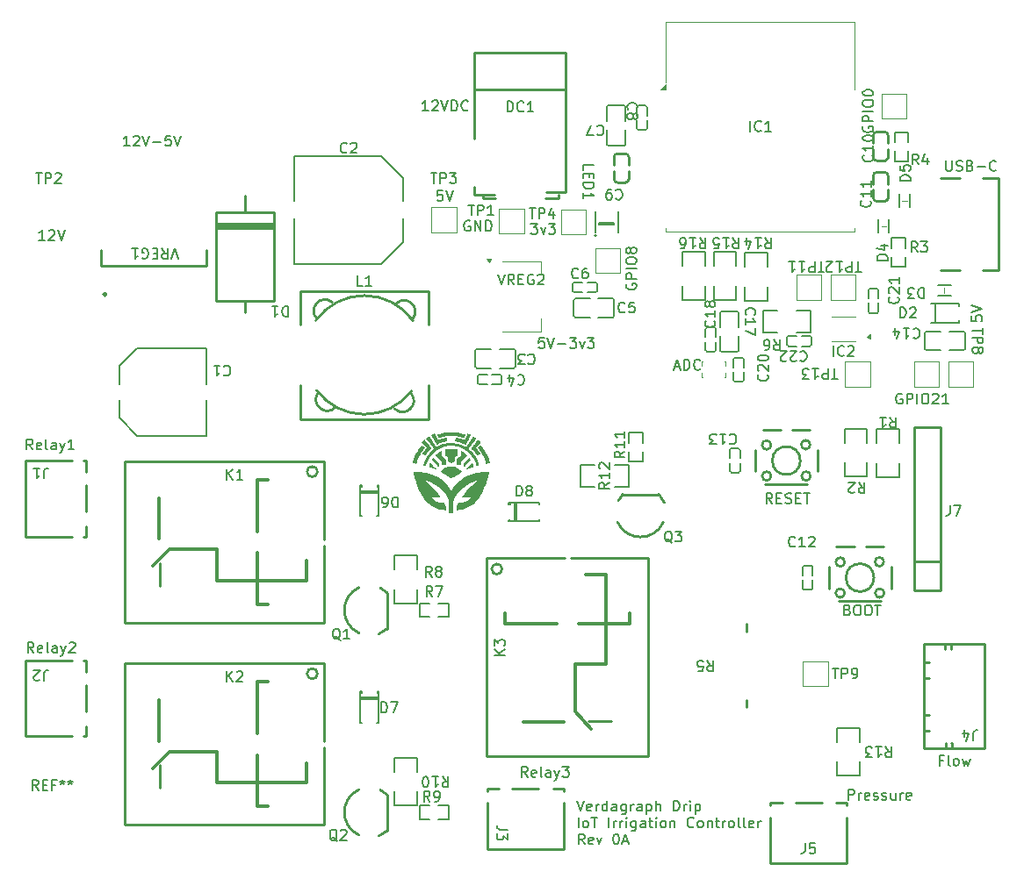
<source format=gbr>
%TF.GenerationSoftware,KiCad,Pcbnew,9.0.1*%
%TF.CreationDate,2025-04-28T19:38:50-07:00*%
%TF.ProjectId,rev0A,72657630-412e-46b6-9963-61645f706362,rev?*%
%TF.SameCoordinates,Original*%
%TF.FileFunction,Legend,Top*%
%TF.FilePolarity,Positive*%
%FSLAX46Y46*%
G04 Gerber Fmt 4.6, Leading zero omitted, Abs format (unit mm)*
G04 Created by KiCad (PCBNEW 9.0.1) date 2025-04-28 19:38:50*
%MOMM*%
%LPD*%
G01*
G04 APERTURE LIST*
%ADD10C,0.200000*%
%ADD11C,0.120000*%
%ADD12C,0.150000*%
%ADD13C,0.250000*%
%ADD14C,0.100000*%
%ADD15C,0.130000*%
%ADD16C,0.300000*%
%ADD17C,0.000000*%
G04 APERTURE END LIST*
D10*
X185483006Y-111843409D02*
X185625863Y-111891028D01*
X185625863Y-111891028D02*
X185673482Y-111938647D01*
X185673482Y-111938647D02*
X185721101Y-112033885D01*
X185721101Y-112033885D02*
X185721101Y-112176742D01*
X185721101Y-112176742D02*
X185673482Y-112271980D01*
X185673482Y-112271980D02*
X185625863Y-112319600D01*
X185625863Y-112319600D02*
X185530625Y-112367219D01*
X185530625Y-112367219D02*
X185149673Y-112367219D01*
X185149673Y-112367219D02*
X185149673Y-111367219D01*
X185149673Y-111367219D02*
X185483006Y-111367219D01*
X185483006Y-111367219D02*
X185578244Y-111414838D01*
X185578244Y-111414838D02*
X185625863Y-111462457D01*
X185625863Y-111462457D02*
X185673482Y-111557695D01*
X185673482Y-111557695D02*
X185673482Y-111652933D01*
X185673482Y-111652933D02*
X185625863Y-111748171D01*
X185625863Y-111748171D02*
X185578244Y-111795790D01*
X185578244Y-111795790D02*
X185483006Y-111843409D01*
X185483006Y-111843409D02*
X185149673Y-111843409D01*
X186340149Y-111367219D02*
X186530625Y-111367219D01*
X186530625Y-111367219D02*
X186625863Y-111414838D01*
X186625863Y-111414838D02*
X186721101Y-111510076D01*
X186721101Y-111510076D02*
X186768720Y-111700552D01*
X186768720Y-111700552D02*
X186768720Y-112033885D01*
X186768720Y-112033885D02*
X186721101Y-112224361D01*
X186721101Y-112224361D02*
X186625863Y-112319600D01*
X186625863Y-112319600D02*
X186530625Y-112367219D01*
X186530625Y-112367219D02*
X186340149Y-112367219D01*
X186340149Y-112367219D02*
X186244911Y-112319600D01*
X186244911Y-112319600D02*
X186149673Y-112224361D01*
X186149673Y-112224361D02*
X186102054Y-112033885D01*
X186102054Y-112033885D02*
X186102054Y-111700552D01*
X186102054Y-111700552D02*
X186149673Y-111510076D01*
X186149673Y-111510076D02*
X186244911Y-111414838D01*
X186244911Y-111414838D02*
X186340149Y-111367219D01*
X187387768Y-111367219D02*
X187578244Y-111367219D01*
X187578244Y-111367219D02*
X187673482Y-111414838D01*
X187673482Y-111414838D02*
X187768720Y-111510076D01*
X187768720Y-111510076D02*
X187816339Y-111700552D01*
X187816339Y-111700552D02*
X187816339Y-112033885D01*
X187816339Y-112033885D02*
X187768720Y-112224361D01*
X187768720Y-112224361D02*
X187673482Y-112319600D01*
X187673482Y-112319600D02*
X187578244Y-112367219D01*
X187578244Y-112367219D02*
X187387768Y-112367219D01*
X187387768Y-112367219D02*
X187292530Y-112319600D01*
X187292530Y-112319600D02*
X187197292Y-112224361D01*
X187197292Y-112224361D02*
X187149673Y-112033885D01*
X187149673Y-112033885D02*
X187149673Y-111700552D01*
X187149673Y-111700552D02*
X187197292Y-111510076D01*
X187197292Y-111510076D02*
X187292530Y-111414838D01*
X187292530Y-111414838D02*
X187387768Y-111367219D01*
X188102054Y-111367219D02*
X188673482Y-111367219D01*
X188387768Y-112367219D02*
X188387768Y-111367219D01*
X146425863Y-71367219D02*
X145949673Y-71367219D01*
X145949673Y-71367219D02*
X145902054Y-71843409D01*
X145902054Y-71843409D02*
X145949673Y-71795790D01*
X145949673Y-71795790D02*
X146044911Y-71748171D01*
X146044911Y-71748171D02*
X146283006Y-71748171D01*
X146283006Y-71748171D02*
X146378244Y-71795790D01*
X146378244Y-71795790D02*
X146425863Y-71843409D01*
X146425863Y-71843409D02*
X146473482Y-71938647D01*
X146473482Y-71938647D02*
X146473482Y-72176742D01*
X146473482Y-72176742D02*
X146425863Y-72271980D01*
X146425863Y-72271980D02*
X146378244Y-72319600D01*
X146378244Y-72319600D02*
X146283006Y-72367219D01*
X146283006Y-72367219D02*
X146044911Y-72367219D01*
X146044911Y-72367219D02*
X145949673Y-72319600D01*
X145949673Y-72319600D02*
X145902054Y-72271980D01*
X146759197Y-71367219D02*
X147092530Y-72367219D01*
X147092530Y-72367219D02*
X147425863Y-71367219D01*
X159406816Y-130247331D02*
X159740149Y-131247331D01*
X159740149Y-131247331D02*
X160073482Y-130247331D01*
X160787768Y-131199712D02*
X160692530Y-131247331D01*
X160692530Y-131247331D02*
X160502054Y-131247331D01*
X160502054Y-131247331D02*
X160406816Y-131199712D01*
X160406816Y-131199712D02*
X160359197Y-131104473D01*
X160359197Y-131104473D02*
X160359197Y-130723521D01*
X160359197Y-130723521D02*
X160406816Y-130628283D01*
X160406816Y-130628283D02*
X160502054Y-130580664D01*
X160502054Y-130580664D02*
X160692530Y-130580664D01*
X160692530Y-130580664D02*
X160787768Y-130628283D01*
X160787768Y-130628283D02*
X160835387Y-130723521D01*
X160835387Y-130723521D02*
X160835387Y-130818759D01*
X160835387Y-130818759D02*
X160359197Y-130913997D01*
X161263959Y-131247331D02*
X161263959Y-130580664D01*
X161263959Y-130771140D02*
X161311578Y-130675902D01*
X161311578Y-130675902D02*
X161359197Y-130628283D01*
X161359197Y-130628283D02*
X161454435Y-130580664D01*
X161454435Y-130580664D02*
X161549673Y-130580664D01*
X162311578Y-131247331D02*
X162311578Y-130247331D01*
X162311578Y-131199712D02*
X162216340Y-131247331D01*
X162216340Y-131247331D02*
X162025864Y-131247331D01*
X162025864Y-131247331D02*
X161930626Y-131199712D01*
X161930626Y-131199712D02*
X161883007Y-131152092D01*
X161883007Y-131152092D02*
X161835388Y-131056854D01*
X161835388Y-131056854D02*
X161835388Y-130771140D01*
X161835388Y-130771140D02*
X161883007Y-130675902D01*
X161883007Y-130675902D02*
X161930626Y-130628283D01*
X161930626Y-130628283D02*
X162025864Y-130580664D01*
X162025864Y-130580664D02*
X162216340Y-130580664D01*
X162216340Y-130580664D02*
X162311578Y-130628283D01*
X163216340Y-131247331D02*
X163216340Y-130723521D01*
X163216340Y-130723521D02*
X163168721Y-130628283D01*
X163168721Y-130628283D02*
X163073483Y-130580664D01*
X163073483Y-130580664D02*
X162883007Y-130580664D01*
X162883007Y-130580664D02*
X162787769Y-130628283D01*
X163216340Y-131199712D02*
X163121102Y-131247331D01*
X163121102Y-131247331D02*
X162883007Y-131247331D01*
X162883007Y-131247331D02*
X162787769Y-131199712D01*
X162787769Y-131199712D02*
X162740150Y-131104473D01*
X162740150Y-131104473D02*
X162740150Y-131009235D01*
X162740150Y-131009235D02*
X162787769Y-130913997D01*
X162787769Y-130913997D02*
X162883007Y-130866378D01*
X162883007Y-130866378D02*
X163121102Y-130866378D01*
X163121102Y-130866378D02*
X163216340Y-130818759D01*
X164121102Y-130580664D02*
X164121102Y-131390188D01*
X164121102Y-131390188D02*
X164073483Y-131485426D01*
X164073483Y-131485426D02*
X164025864Y-131533045D01*
X164025864Y-131533045D02*
X163930626Y-131580664D01*
X163930626Y-131580664D02*
X163787769Y-131580664D01*
X163787769Y-131580664D02*
X163692531Y-131533045D01*
X164121102Y-131199712D02*
X164025864Y-131247331D01*
X164025864Y-131247331D02*
X163835388Y-131247331D01*
X163835388Y-131247331D02*
X163740150Y-131199712D01*
X163740150Y-131199712D02*
X163692531Y-131152092D01*
X163692531Y-131152092D02*
X163644912Y-131056854D01*
X163644912Y-131056854D02*
X163644912Y-130771140D01*
X163644912Y-130771140D02*
X163692531Y-130675902D01*
X163692531Y-130675902D02*
X163740150Y-130628283D01*
X163740150Y-130628283D02*
X163835388Y-130580664D01*
X163835388Y-130580664D02*
X164025864Y-130580664D01*
X164025864Y-130580664D02*
X164121102Y-130628283D01*
X164597293Y-131247331D02*
X164597293Y-130580664D01*
X164597293Y-130771140D02*
X164644912Y-130675902D01*
X164644912Y-130675902D02*
X164692531Y-130628283D01*
X164692531Y-130628283D02*
X164787769Y-130580664D01*
X164787769Y-130580664D02*
X164883007Y-130580664D01*
X165644912Y-131247331D02*
X165644912Y-130723521D01*
X165644912Y-130723521D02*
X165597293Y-130628283D01*
X165597293Y-130628283D02*
X165502055Y-130580664D01*
X165502055Y-130580664D02*
X165311579Y-130580664D01*
X165311579Y-130580664D02*
X165216341Y-130628283D01*
X165644912Y-131199712D02*
X165549674Y-131247331D01*
X165549674Y-131247331D02*
X165311579Y-131247331D01*
X165311579Y-131247331D02*
X165216341Y-131199712D01*
X165216341Y-131199712D02*
X165168722Y-131104473D01*
X165168722Y-131104473D02*
X165168722Y-131009235D01*
X165168722Y-131009235D02*
X165216341Y-130913997D01*
X165216341Y-130913997D02*
X165311579Y-130866378D01*
X165311579Y-130866378D02*
X165549674Y-130866378D01*
X165549674Y-130866378D02*
X165644912Y-130818759D01*
X166121103Y-130580664D02*
X166121103Y-131580664D01*
X166121103Y-130628283D02*
X166216341Y-130580664D01*
X166216341Y-130580664D02*
X166406817Y-130580664D01*
X166406817Y-130580664D02*
X166502055Y-130628283D01*
X166502055Y-130628283D02*
X166549674Y-130675902D01*
X166549674Y-130675902D02*
X166597293Y-130771140D01*
X166597293Y-130771140D02*
X166597293Y-131056854D01*
X166597293Y-131056854D02*
X166549674Y-131152092D01*
X166549674Y-131152092D02*
X166502055Y-131199712D01*
X166502055Y-131199712D02*
X166406817Y-131247331D01*
X166406817Y-131247331D02*
X166216341Y-131247331D01*
X166216341Y-131247331D02*
X166121103Y-131199712D01*
X167025865Y-131247331D02*
X167025865Y-130247331D01*
X167454436Y-131247331D02*
X167454436Y-130723521D01*
X167454436Y-130723521D02*
X167406817Y-130628283D01*
X167406817Y-130628283D02*
X167311579Y-130580664D01*
X167311579Y-130580664D02*
X167168722Y-130580664D01*
X167168722Y-130580664D02*
X167073484Y-130628283D01*
X167073484Y-130628283D02*
X167025865Y-130675902D01*
X168692532Y-131247331D02*
X168692532Y-130247331D01*
X168692532Y-130247331D02*
X168930627Y-130247331D01*
X168930627Y-130247331D02*
X169073484Y-130294950D01*
X169073484Y-130294950D02*
X169168722Y-130390188D01*
X169168722Y-130390188D02*
X169216341Y-130485426D01*
X169216341Y-130485426D02*
X169263960Y-130675902D01*
X169263960Y-130675902D02*
X169263960Y-130818759D01*
X169263960Y-130818759D02*
X169216341Y-131009235D01*
X169216341Y-131009235D02*
X169168722Y-131104473D01*
X169168722Y-131104473D02*
X169073484Y-131199712D01*
X169073484Y-131199712D02*
X168930627Y-131247331D01*
X168930627Y-131247331D02*
X168692532Y-131247331D01*
X169692532Y-131247331D02*
X169692532Y-130580664D01*
X169692532Y-130771140D02*
X169740151Y-130675902D01*
X169740151Y-130675902D02*
X169787770Y-130628283D01*
X169787770Y-130628283D02*
X169883008Y-130580664D01*
X169883008Y-130580664D02*
X169978246Y-130580664D01*
X170311580Y-131247331D02*
X170311580Y-130580664D01*
X170311580Y-130247331D02*
X170263961Y-130294950D01*
X170263961Y-130294950D02*
X170311580Y-130342569D01*
X170311580Y-130342569D02*
X170359199Y-130294950D01*
X170359199Y-130294950D02*
X170311580Y-130247331D01*
X170311580Y-130247331D02*
X170311580Y-130342569D01*
X170787770Y-130580664D02*
X170787770Y-131580664D01*
X170787770Y-130628283D02*
X170883008Y-130580664D01*
X170883008Y-130580664D02*
X171073484Y-130580664D01*
X171073484Y-130580664D02*
X171168722Y-130628283D01*
X171168722Y-130628283D02*
X171216341Y-130675902D01*
X171216341Y-130675902D02*
X171263960Y-130771140D01*
X171263960Y-130771140D02*
X171263960Y-131056854D01*
X171263960Y-131056854D02*
X171216341Y-131152092D01*
X171216341Y-131152092D02*
X171168722Y-131199712D01*
X171168722Y-131199712D02*
X171073484Y-131247331D01*
X171073484Y-131247331D02*
X170883008Y-131247331D01*
X170883008Y-131247331D02*
X170787770Y-131199712D01*
X159549673Y-132857275D02*
X159549673Y-131857275D01*
X160168720Y-132857275D02*
X160073482Y-132809656D01*
X160073482Y-132809656D02*
X160025863Y-132762036D01*
X160025863Y-132762036D02*
X159978244Y-132666798D01*
X159978244Y-132666798D02*
X159978244Y-132381084D01*
X159978244Y-132381084D02*
X160025863Y-132285846D01*
X160025863Y-132285846D02*
X160073482Y-132238227D01*
X160073482Y-132238227D02*
X160168720Y-132190608D01*
X160168720Y-132190608D02*
X160311577Y-132190608D01*
X160311577Y-132190608D02*
X160406815Y-132238227D01*
X160406815Y-132238227D02*
X160454434Y-132285846D01*
X160454434Y-132285846D02*
X160502053Y-132381084D01*
X160502053Y-132381084D02*
X160502053Y-132666798D01*
X160502053Y-132666798D02*
X160454434Y-132762036D01*
X160454434Y-132762036D02*
X160406815Y-132809656D01*
X160406815Y-132809656D02*
X160311577Y-132857275D01*
X160311577Y-132857275D02*
X160168720Y-132857275D01*
X160787768Y-131857275D02*
X161359196Y-131857275D01*
X161073482Y-132857275D02*
X161073482Y-131857275D01*
X162454435Y-132857275D02*
X162454435Y-131857275D01*
X162930625Y-132857275D02*
X162930625Y-132190608D01*
X162930625Y-132381084D02*
X162978244Y-132285846D01*
X162978244Y-132285846D02*
X163025863Y-132238227D01*
X163025863Y-132238227D02*
X163121101Y-132190608D01*
X163121101Y-132190608D02*
X163216339Y-132190608D01*
X163549673Y-132857275D02*
X163549673Y-132190608D01*
X163549673Y-132381084D02*
X163597292Y-132285846D01*
X163597292Y-132285846D02*
X163644911Y-132238227D01*
X163644911Y-132238227D02*
X163740149Y-132190608D01*
X163740149Y-132190608D02*
X163835387Y-132190608D01*
X164168721Y-132857275D02*
X164168721Y-132190608D01*
X164168721Y-131857275D02*
X164121102Y-131904894D01*
X164121102Y-131904894D02*
X164168721Y-131952513D01*
X164168721Y-131952513D02*
X164216340Y-131904894D01*
X164216340Y-131904894D02*
X164168721Y-131857275D01*
X164168721Y-131857275D02*
X164168721Y-131952513D01*
X165073482Y-132190608D02*
X165073482Y-133000132D01*
X165073482Y-133000132D02*
X165025863Y-133095370D01*
X165025863Y-133095370D02*
X164978244Y-133142989D01*
X164978244Y-133142989D02*
X164883006Y-133190608D01*
X164883006Y-133190608D02*
X164740149Y-133190608D01*
X164740149Y-133190608D02*
X164644911Y-133142989D01*
X165073482Y-132809656D02*
X164978244Y-132857275D01*
X164978244Y-132857275D02*
X164787768Y-132857275D01*
X164787768Y-132857275D02*
X164692530Y-132809656D01*
X164692530Y-132809656D02*
X164644911Y-132762036D01*
X164644911Y-132762036D02*
X164597292Y-132666798D01*
X164597292Y-132666798D02*
X164597292Y-132381084D01*
X164597292Y-132381084D02*
X164644911Y-132285846D01*
X164644911Y-132285846D02*
X164692530Y-132238227D01*
X164692530Y-132238227D02*
X164787768Y-132190608D01*
X164787768Y-132190608D02*
X164978244Y-132190608D01*
X164978244Y-132190608D02*
X165073482Y-132238227D01*
X165978244Y-132857275D02*
X165978244Y-132333465D01*
X165978244Y-132333465D02*
X165930625Y-132238227D01*
X165930625Y-132238227D02*
X165835387Y-132190608D01*
X165835387Y-132190608D02*
X165644911Y-132190608D01*
X165644911Y-132190608D02*
X165549673Y-132238227D01*
X165978244Y-132809656D02*
X165883006Y-132857275D01*
X165883006Y-132857275D02*
X165644911Y-132857275D01*
X165644911Y-132857275D02*
X165549673Y-132809656D01*
X165549673Y-132809656D02*
X165502054Y-132714417D01*
X165502054Y-132714417D02*
X165502054Y-132619179D01*
X165502054Y-132619179D02*
X165549673Y-132523941D01*
X165549673Y-132523941D02*
X165644911Y-132476322D01*
X165644911Y-132476322D02*
X165883006Y-132476322D01*
X165883006Y-132476322D02*
X165978244Y-132428703D01*
X166311578Y-132190608D02*
X166692530Y-132190608D01*
X166454435Y-131857275D02*
X166454435Y-132714417D01*
X166454435Y-132714417D02*
X166502054Y-132809656D01*
X166502054Y-132809656D02*
X166597292Y-132857275D01*
X166597292Y-132857275D02*
X166692530Y-132857275D01*
X167025864Y-132857275D02*
X167025864Y-132190608D01*
X167025864Y-131857275D02*
X166978245Y-131904894D01*
X166978245Y-131904894D02*
X167025864Y-131952513D01*
X167025864Y-131952513D02*
X167073483Y-131904894D01*
X167073483Y-131904894D02*
X167025864Y-131857275D01*
X167025864Y-131857275D02*
X167025864Y-131952513D01*
X167644911Y-132857275D02*
X167549673Y-132809656D01*
X167549673Y-132809656D02*
X167502054Y-132762036D01*
X167502054Y-132762036D02*
X167454435Y-132666798D01*
X167454435Y-132666798D02*
X167454435Y-132381084D01*
X167454435Y-132381084D02*
X167502054Y-132285846D01*
X167502054Y-132285846D02*
X167549673Y-132238227D01*
X167549673Y-132238227D02*
X167644911Y-132190608D01*
X167644911Y-132190608D02*
X167787768Y-132190608D01*
X167787768Y-132190608D02*
X167883006Y-132238227D01*
X167883006Y-132238227D02*
X167930625Y-132285846D01*
X167930625Y-132285846D02*
X167978244Y-132381084D01*
X167978244Y-132381084D02*
X167978244Y-132666798D01*
X167978244Y-132666798D02*
X167930625Y-132762036D01*
X167930625Y-132762036D02*
X167883006Y-132809656D01*
X167883006Y-132809656D02*
X167787768Y-132857275D01*
X167787768Y-132857275D02*
X167644911Y-132857275D01*
X168406816Y-132190608D02*
X168406816Y-132857275D01*
X168406816Y-132285846D02*
X168454435Y-132238227D01*
X168454435Y-132238227D02*
X168549673Y-132190608D01*
X168549673Y-132190608D02*
X168692530Y-132190608D01*
X168692530Y-132190608D02*
X168787768Y-132238227D01*
X168787768Y-132238227D02*
X168835387Y-132333465D01*
X168835387Y-132333465D02*
X168835387Y-132857275D01*
X170644911Y-132762036D02*
X170597292Y-132809656D01*
X170597292Y-132809656D02*
X170454435Y-132857275D01*
X170454435Y-132857275D02*
X170359197Y-132857275D01*
X170359197Y-132857275D02*
X170216340Y-132809656D01*
X170216340Y-132809656D02*
X170121102Y-132714417D01*
X170121102Y-132714417D02*
X170073483Y-132619179D01*
X170073483Y-132619179D02*
X170025864Y-132428703D01*
X170025864Y-132428703D02*
X170025864Y-132285846D01*
X170025864Y-132285846D02*
X170073483Y-132095370D01*
X170073483Y-132095370D02*
X170121102Y-132000132D01*
X170121102Y-132000132D02*
X170216340Y-131904894D01*
X170216340Y-131904894D02*
X170359197Y-131857275D01*
X170359197Y-131857275D02*
X170454435Y-131857275D01*
X170454435Y-131857275D02*
X170597292Y-131904894D01*
X170597292Y-131904894D02*
X170644911Y-131952513D01*
X171216340Y-132857275D02*
X171121102Y-132809656D01*
X171121102Y-132809656D02*
X171073483Y-132762036D01*
X171073483Y-132762036D02*
X171025864Y-132666798D01*
X171025864Y-132666798D02*
X171025864Y-132381084D01*
X171025864Y-132381084D02*
X171073483Y-132285846D01*
X171073483Y-132285846D02*
X171121102Y-132238227D01*
X171121102Y-132238227D02*
X171216340Y-132190608D01*
X171216340Y-132190608D02*
X171359197Y-132190608D01*
X171359197Y-132190608D02*
X171454435Y-132238227D01*
X171454435Y-132238227D02*
X171502054Y-132285846D01*
X171502054Y-132285846D02*
X171549673Y-132381084D01*
X171549673Y-132381084D02*
X171549673Y-132666798D01*
X171549673Y-132666798D02*
X171502054Y-132762036D01*
X171502054Y-132762036D02*
X171454435Y-132809656D01*
X171454435Y-132809656D02*
X171359197Y-132857275D01*
X171359197Y-132857275D02*
X171216340Y-132857275D01*
X171978245Y-132190608D02*
X171978245Y-132857275D01*
X171978245Y-132285846D02*
X172025864Y-132238227D01*
X172025864Y-132238227D02*
X172121102Y-132190608D01*
X172121102Y-132190608D02*
X172263959Y-132190608D01*
X172263959Y-132190608D02*
X172359197Y-132238227D01*
X172359197Y-132238227D02*
X172406816Y-132333465D01*
X172406816Y-132333465D02*
X172406816Y-132857275D01*
X172740150Y-132190608D02*
X173121102Y-132190608D01*
X172883007Y-131857275D02*
X172883007Y-132714417D01*
X172883007Y-132714417D02*
X172930626Y-132809656D01*
X172930626Y-132809656D02*
X173025864Y-132857275D01*
X173025864Y-132857275D02*
X173121102Y-132857275D01*
X173454436Y-132857275D02*
X173454436Y-132190608D01*
X173454436Y-132381084D02*
X173502055Y-132285846D01*
X173502055Y-132285846D02*
X173549674Y-132238227D01*
X173549674Y-132238227D02*
X173644912Y-132190608D01*
X173644912Y-132190608D02*
X173740150Y-132190608D01*
X174216341Y-132857275D02*
X174121103Y-132809656D01*
X174121103Y-132809656D02*
X174073484Y-132762036D01*
X174073484Y-132762036D02*
X174025865Y-132666798D01*
X174025865Y-132666798D02*
X174025865Y-132381084D01*
X174025865Y-132381084D02*
X174073484Y-132285846D01*
X174073484Y-132285846D02*
X174121103Y-132238227D01*
X174121103Y-132238227D02*
X174216341Y-132190608D01*
X174216341Y-132190608D02*
X174359198Y-132190608D01*
X174359198Y-132190608D02*
X174454436Y-132238227D01*
X174454436Y-132238227D02*
X174502055Y-132285846D01*
X174502055Y-132285846D02*
X174549674Y-132381084D01*
X174549674Y-132381084D02*
X174549674Y-132666798D01*
X174549674Y-132666798D02*
X174502055Y-132762036D01*
X174502055Y-132762036D02*
X174454436Y-132809656D01*
X174454436Y-132809656D02*
X174359198Y-132857275D01*
X174359198Y-132857275D02*
X174216341Y-132857275D01*
X175121103Y-132857275D02*
X175025865Y-132809656D01*
X175025865Y-132809656D02*
X174978246Y-132714417D01*
X174978246Y-132714417D02*
X174978246Y-131857275D01*
X175644913Y-132857275D02*
X175549675Y-132809656D01*
X175549675Y-132809656D02*
X175502056Y-132714417D01*
X175502056Y-132714417D02*
X175502056Y-131857275D01*
X176406818Y-132809656D02*
X176311580Y-132857275D01*
X176311580Y-132857275D02*
X176121104Y-132857275D01*
X176121104Y-132857275D02*
X176025866Y-132809656D01*
X176025866Y-132809656D02*
X175978247Y-132714417D01*
X175978247Y-132714417D02*
X175978247Y-132333465D01*
X175978247Y-132333465D02*
X176025866Y-132238227D01*
X176025866Y-132238227D02*
X176121104Y-132190608D01*
X176121104Y-132190608D02*
X176311580Y-132190608D01*
X176311580Y-132190608D02*
X176406818Y-132238227D01*
X176406818Y-132238227D02*
X176454437Y-132333465D01*
X176454437Y-132333465D02*
X176454437Y-132428703D01*
X176454437Y-132428703D02*
X175978247Y-132523941D01*
X176883009Y-132857275D02*
X176883009Y-132190608D01*
X176883009Y-132381084D02*
X176930628Y-132285846D01*
X176930628Y-132285846D02*
X176978247Y-132238227D01*
X176978247Y-132238227D02*
X177073485Y-132190608D01*
X177073485Y-132190608D02*
X177168723Y-132190608D01*
X160121101Y-134467219D02*
X159787768Y-133991028D01*
X159549673Y-134467219D02*
X159549673Y-133467219D01*
X159549673Y-133467219D02*
X159930625Y-133467219D01*
X159930625Y-133467219D02*
X160025863Y-133514838D01*
X160025863Y-133514838D02*
X160073482Y-133562457D01*
X160073482Y-133562457D02*
X160121101Y-133657695D01*
X160121101Y-133657695D02*
X160121101Y-133800552D01*
X160121101Y-133800552D02*
X160073482Y-133895790D01*
X160073482Y-133895790D02*
X160025863Y-133943409D01*
X160025863Y-133943409D02*
X159930625Y-133991028D01*
X159930625Y-133991028D02*
X159549673Y-133991028D01*
X160930625Y-134419600D02*
X160835387Y-134467219D01*
X160835387Y-134467219D02*
X160644911Y-134467219D01*
X160644911Y-134467219D02*
X160549673Y-134419600D01*
X160549673Y-134419600D02*
X160502054Y-134324361D01*
X160502054Y-134324361D02*
X160502054Y-133943409D01*
X160502054Y-133943409D02*
X160549673Y-133848171D01*
X160549673Y-133848171D02*
X160644911Y-133800552D01*
X160644911Y-133800552D02*
X160835387Y-133800552D01*
X160835387Y-133800552D02*
X160930625Y-133848171D01*
X160930625Y-133848171D02*
X160978244Y-133943409D01*
X160978244Y-133943409D02*
X160978244Y-134038647D01*
X160978244Y-134038647D02*
X160502054Y-134133885D01*
X161311578Y-133800552D02*
X161549673Y-134467219D01*
X161549673Y-134467219D02*
X161787768Y-133800552D01*
X163121102Y-133467219D02*
X163216340Y-133467219D01*
X163216340Y-133467219D02*
X163311578Y-133514838D01*
X163311578Y-133514838D02*
X163359197Y-133562457D01*
X163359197Y-133562457D02*
X163406816Y-133657695D01*
X163406816Y-133657695D02*
X163454435Y-133848171D01*
X163454435Y-133848171D02*
X163454435Y-134086266D01*
X163454435Y-134086266D02*
X163406816Y-134276742D01*
X163406816Y-134276742D02*
X163359197Y-134371980D01*
X163359197Y-134371980D02*
X163311578Y-134419600D01*
X163311578Y-134419600D02*
X163216340Y-134467219D01*
X163216340Y-134467219D02*
X163121102Y-134467219D01*
X163121102Y-134467219D02*
X163025864Y-134419600D01*
X163025864Y-134419600D02*
X162978245Y-134371980D01*
X162978245Y-134371980D02*
X162930626Y-134276742D01*
X162930626Y-134276742D02*
X162883007Y-134086266D01*
X162883007Y-134086266D02*
X162883007Y-133848171D01*
X162883007Y-133848171D02*
X162930626Y-133657695D01*
X162930626Y-133657695D02*
X162978245Y-133562457D01*
X162978245Y-133562457D02*
X163025864Y-133514838D01*
X163025864Y-133514838D02*
X163121102Y-133467219D01*
X163835388Y-134181504D02*
X164311578Y-134181504D01*
X163740150Y-134467219D02*
X164073483Y-133467219D01*
X164073483Y-133467219D02*
X164406816Y-134467219D01*
X145073482Y-63667219D02*
X144502054Y-63667219D01*
X144787768Y-63667219D02*
X144787768Y-62667219D01*
X144787768Y-62667219D02*
X144692530Y-62810076D01*
X144692530Y-62810076D02*
X144597292Y-62905314D01*
X144597292Y-62905314D02*
X144502054Y-62952933D01*
X145454435Y-62762457D02*
X145502054Y-62714838D01*
X145502054Y-62714838D02*
X145597292Y-62667219D01*
X145597292Y-62667219D02*
X145835387Y-62667219D01*
X145835387Y-62667219D02*
X145930625Y-62714838D01*
X145930625Y-62714838D02*
X145978244Y-62762457D01*
X145978244Y-62762457D02*
X146025863Y-62857695D01*
X146025863Y-62857695D02*
X146025863Y-62952933D01*
X146025863Y-62952933D02*
X145978244Y-63095790D01*
X145978244Y-63095790D02*
X145406816Y-63667219D01*
X145406816Y-63667219D02*
X146025863Y-63667219D01*
X146311578Y-62667219D02*
X146644911Y-63667219D01*
X146644911Y-63667219D02*
X146978244Y-62667219D01*
X147311578Y-63667219D02*
X147311578Y-62667219D01*
X147311578Y-62667219D02*
X147549673Y-62667219D01*
X147549673Y-62667219D02*
X147692530Y-62714838D01*
X147692530Y-62714838D02*
X147787768Y-62810076D01*
X147787768Y-62810076D02*
X147835387Y-62905314D01*
X147835387Y-62905314D02*
X147883006Y-63095790D01*
X147883006Y-63095790D02*
X147883006Y-63238647D01*
X147883006Y-63238647D02*
X147835387Y-63429123D01*
X147835387Y-63429123D02*
X147787768Y-63524361D01*
X147787768Y-63524361D02*
X147692530Y-63619600D01*
X147692530Y-63619600D02*
X147549673Y-63667219D01*
X147549673Y-63667219D02*
X147311578Y-63667219D01*
X148883006Y-63571980D02*
X148835387Y-63619600D01*
X148835387Y-63619600D02*
X148692530Y-63667219D01*
X148692530Y-63667219D02*
X148597292Y-63667219D01*
X148597292Y-63667219D02*
X148454435Y-63619600D01*
X148454435Y-63619600D02*
X148359197Y-63524361D01*
X148359197Y-63524361D02*
X148311578Y-63429123D01*
X148311578Y-63429123D02*
X148263959Y-63238647D01*
X148263959Y-63238647D02*
X148263959Y-63095790D01*
X148263959Y-63095790D02*
X148311578Y-62905314D01*
X148311578Y-62905314D02*
X148359197Y-62810076D01*
X148359197Y-62810076D02*
X148454435Y-62714838D01*
X148454435Y-62714838D02*
X148597292Y-62667219D01*
X148597292Y-62667219D02*
X148692530Y-62667219D01*
X148692530Y-62667219D02*
X148835387Y-62714838D01*
X148835387Y-62714838D02*
X148883006Y-62762457D01*
X168802054Y-88381504D02*
X169278244Y-88381504D01*
X168706816Y-88667219D02*
X169040149Y-87667219D01*
X169040149Y-87667219D02*
X169373482Y-88667219D01*
X169706816Y-88667219D02*
X169706816Y-87667219D01*
X169706816Y-87667219D02*
X169944911Y-87667219D01*
X169944911Y-87667219D02*
X170087768Y-87714838D01*
X170087768Y-87714838D02*
X170183006Y-87810076D01*
X170183006Y-87810076D02*
X170230625Y-87905314D01*
X170230625Y-87905314D02*
X170278244Y-88095790D01*
X170278244Y-88095790D02*
X170278244Y-88238647D01*
X170278244Y-88238647D02*
X170230625Y-88429123D01*
X170230625Y-88429123D02*
X170183006Y-88524361D01*
X170183006Y-88524361D02*
X170087768Y-88619600D01*
X170087768Y-88619600D02*
X169944911Y-88667219D01*
X169944911Y-88667219D02*
X169706816Y-88667219D01*
X171278244Y-88571980D02*
X171230625Y-88619600D01*
X171230625Y-88619600D02*
X171087768Y-88667219D01*
X171087768Y-88667219D02*
X170992530Y-88667219D01*
X170992530Y-88667219D02*
X170849673Y-88619600D01*
X170849673Y-88619600D02*
X170754435Y-88524361D01*
X170754435Y-88524361D02*
X170706816Y-88429123D01*
X170706816Y-88429123D02*
X170659197Y-88238647D01*
X170659197Y-88238647D02*
X170659197Y-88095790D01*
X170659197Y-88095790D02*
X170706816Y-87905314D01*
X170706816Y-87905314D02*
X170754435Y-87810076D01*
X170754435Y-87810076D02*
X170849673Y-87714838D01*
X170849673Y-87714838D02*
X170992530Y-87667219D01*
X170992530Y-87667219D02*
X171087768Y-87667219D01*
X171087768Y-87667219D02*
X171230625Y-87714838D01*
X171230625Y-87714838D02*
X171278244Y-87762457D01*
X178221101Y-101567219D02*
X177887768Y-101091028D01*
X177649673Y-101567219D02*
X177649673Y-100567219D01*
X177649673Y-100567219D02*
X178030625Y-100567219D01*
X178030625Y-100567219D02*
X178125863Y-100614838D01*
X178125863Y-100614838D02*
X178173482Y-100662457D01*
X178173482Y-100662457D02*
X178221101Y-100757695D01*
X178221101Y-100757695D02*
X178221101Y-100900552D01*
X178221101Y-100900552D02*
X178173482Y-100995790D01*
X178173482Y-100995790D02*
X178125863Y-101043409D01*
X178125863Y-101043409D02*
X178030625Y-101091028D01*
X178030625Y-101091028D02*
X177649673Y-101091028D01*
X178649673Y-101043409D02*
X178983006Y-101043409D01*
X179125863Y-101567219D02*
X178649673Y-101567219D01*
X178649673Y-101567219D02*
X178649673Y-100567219D01*
X178649673Y-100567219D02*
X179125863Y-100567219D01*
X179506816Y-101519600D02*
X179649673Y-101567219D01*
X179649673Y-101567219D02*
X179887768Y-101567219D01*
X179887768Y-101567219D02*
X179983006Y-101519600D01*
X179983006Y-101519600D02*
X180030625Y-101471980D01*
X180030625Y-101471980D02*
X180078244Y-101376742D01*
X180078244Y-101376742D02*
X180078244Y-101281504D01*
X180078244Y-101281504D02*
X180030625Y-101186266D01*
X180030625Y-101186266D02*
X179983006Y-101138647D01*
X179983006Y-101138647D02*
X179887768Y-101091028D01*
X179887768Y-101091028D02*
X179697292Y-101043409D01*
X179697292Y-101043409D02*
X179602054Y-100995790D01*
X179602054Y-100995790D02*
X179554435Y-100948171D01*
X179554435Y-100948171D02*
X179506816Y-100852933D01*
X179506816Y-100852933D02*
X179506816Y-100757695D01*
X179506816Y-100757695D02*
X179554435Y-100662457D01*
X179554435Y-100662457D02*
X179602054Y-100614838D01*
X179602054Y-100614838D02*
X179697292Y-100567219D01*
X179697292Y-100567219D02*
X179935387Y-100567219D01*
X179935387Y-100567219D02*
X180078244Y-100614838D01*
X180506816Y-101043409D02*
X180840149Y-101043409D01*
X180983006Y-101567219D02*
X180506816Y-101567219D01*
X180506816Y-101567219D02*
X180506816Y-100567219D01*
X180506816Y-100567219D02*
X180983006Y-100567219D01*
X181268721Y-100567219D02*
X181840149Y-100567219D01*
X181554435Y-101567219D02*
X181554435Y-100567219D01*
X197447219Y-83454136D02*
X197447219Y-83930326D01*
X197447219Y-83930326D02*
X197923409Y-83977945D01*
X197923409Y-83977945D02*
X197875790Y-83930326D01*
X197875790Y-83930326D02*
X197828171Y-83835088D01*
X197828171Y-83835088D02*
X197828171Y-83596993D01*
X197828171Y-83596993D02*
X197875790Y-83501755D01*
X197875790Y-83501755D02*
X197923409Y-83454136D01*
X197923409Y-83454136D02*
X198018647Y-83406517D01*
X198018647Y-83406517D02*
X198256742Y-83406517D01*
X198256742Y-83406517D02*
X198351980Y-83454136D01*
X198351980Y-83454136D02*
X198399600Y-83501755D01*
X198399600Y-83501755D02*
X198447219Y-83596993D01*
X198447219Y-83596993D02*
X198447219Y-83835088D01*
X198447219Y-83835088D02*
X198399600Y-83930326D01*
X198399600Y-83930326D02*
X198351980Y-83977945D01*
X197447219Y-83120802D02*
X198447219Y-82787469D01*
X198447219Y-82787469D02*
X197447219Y-82454136D01*
X154621101Y-127967219D02*
X154287768Y-127491028D01*
X154049673Y-127967219D02*
X154049673Y-126967219D01*
X154049673Y-126967219D02*
X154430625Y-126967219D01*
X154430625Y-126967219D02*
X154525863Y-127014838D01*
X154525863Y-127014838D02*
X154573482Y-127062457D01*
X154573482Y-127062457D02*
X154621101Y-127157695D01*
X154621101Y-127157695D02*
X154621101Y-127300552D01*
X154621101Y-127300552D02*
X154573482Y-127395790D01*
X154573482Y-127395790D02*
X154525863Y-127443409D01*
X154525863Y-127443409D02*
X154430625Y-127491028D01*
X154430625Y-127491028D02*
X154049673Y-127491028D01*
X155430625Y-127919600D02*
X155335387Y-127967219D01*
X155335387Y-127967219D02*
X155144911Y-127967219D01*
X155144911Y-127967219D02*
X155049673Y-127919600D01*
X155049673Y-127919600D02*
X155002054Y-127824361D01*
X155002054Y-127824361D02*
X155002054Y-127443409D01*
X155002054Y-127443409D02*
X155049673Y-127348171D01*
X155049673Y-127348171D02*
X155144911Y-127300552D01*
X155144911Y-127300552D02*
X155335387Y-127300552D01*
X155335387Y-127300552D02*
X155430625Y-127348171D01*
X155430625Y-127348171D02*
X155478244Y-127443409D01*
X155478244Y-127443409D02*
X155478244Y-127538647D01*
X155478244Y-127538647D02*
X155002054Y-127633885D01*
X156049673Y-127967219D02*
X155954435Y-127919600D01*
X155954435Y-127919600D02*
X155906816Y-127824361D01*
X155906816Y-127824361D02*
X155906816Y-126967219D01*
X156859197Y-127967219D02*
X156859197Y-127443409D01*
X156859197Y-127443409D02*
X156811578Y-127348171D01*
X156811578Y-127348171D02*
X156716340Y-127300552D01*
X156716340Y-127300552D02*
X156525864Y-127300552D01*
X156525864Y-127300552D02*
X156430626Y-127348171D01*
X156859197Y-127919600D02*
X156763959Y-127967219D01*
X156763959Y-127967219D02*
X156525864Y-127967219D01*
X156525864Y-127967219D02*
X156430626Y-127919600D01*
X156430626Y-127919600D02*
X156383007Y-127824361D01*
X156383007Y-127824361D02*
X156383007Y-127729123D01*
X156383007Y-127729123D02*
X156430626Y-127633885D01*
X156430626Y-127633885D02*
X156525864Y-127586266D01*
X156525864Y-127586266D02*
X156763959Y-127586266D01*
X156763959Y-127586266D02*
X156859197Y-127538647D01*
X157240150Y-127300552D02*
X157478245Y-127967219D01*
X157716340Y-127300552D02*
X157478245Y-127967219D01*
X157478245Y-127967219D02*
X157383007Y-128205314D01*
X157383007Y-128205314D02*
X157335388Y-128252933D01*
X157335388Y-128252933D02*
X157240150Y-128300552D01*
X158002055Y-126967219D02*
X158621102Y-126967219D01*
X158621102Y-126967219D02*
X158287769Y-127348171D01*
X158287769Y-127348171D02*
X158430626Y-127348171D01*
X158430626Y-127348171D02*
X158525864Y-127395790D01*
X158525864Y-127395790D02*
X158573483Y-127443409D01*
X158573483Y-127443409D02*
X158621102Y-127538647D01*
X158621102Y-127538647D02*
X158621102Y-127776742D01*
X158621102Y-127776742D02*
X158573483Y-127871980D01*
X158573483Y-127871980D02*
X158525864Y-127919600D01*
X158525864Y-127919600D02*
X158430626Y-127967219D01*
X158430626Y-127967219D02*
X158144912Y-127967219D01*
X158144912Y-127967219D02*
X158049674Y-127919600D01*
X158049674Y-127919600D02*
X158002055Y-127871980D01*
X156225863Y-85567219D02*
X155749673Y-85567219D01*
X155749673Y-85567219D02*
X155702054Y-86043409D01*
X155702054Y-86043409D02*
X155749673Y-85995790D01*
X155749673Y-85995790D02*
X155844911Y-85948171D01*
X155844911Y-85948171D02*
X156083006Y-85948171D01*
X156083006Y-85948171D02*
X156178244Y-85995790D01*
X156178244Y-85995790D02*
X156225863Y-86043409D01*
X156225863Y-86043409D02*
X156273482Y-86138647D01*
X156273482Y-86138647D02*
X156273482Y-86376742D01*
X156273482Y-86376742D02*
X156225863Y-86471980D01*
X156225863Y-86471980D02*
X156178244Y-86519600D01*
X156178244Y-86519600D02*
X156083006Y-86567219D01*
X156083006Y-86567219D02*
X155844911Y-86567219D01*
X155844911Y-86567219D02*
X155749673Y-86519600D01*
X155749673Y-86519600D02*
X155702054Y-86471980D01*
X156559197Y-85567219D02*
X156892530Y-86567219D01*
X156892530Y-86567219D02*
X157225863Y-85567219D01*
X157559197Y-86186266D02*
X158321102Y-86186266D01*
X158702054Y-85567219D02*
X159321101Y-85567219D01*
X159321101Y-85567219D02*
X158987768Y-85948171D01*
X158987768Y-85948171D02*
X159130625Y-85948171D01*
X159130625Y-85948171D02*
X159225863Y-85995790D01*
X159225863Y-85995790D02*
X159273482Y-86043409D01*
X159273482Y-86043409D02*
X159321101Y-86138647D01*
X159321101Y-86138647D02*
X159321101Y-86376742D01*
X159321101Y-86376742D02*
X159273482Y-86471980D01*
X159273482Y-86471980D02*
X159225863Y-86519600D01*
X159225863Y-86519600D02*
X159130625Y-86567219D01*
X159130625Y-86567219D02*
X158844911Y-86567219D01*
X158844911Y-86567219D02*
X158749673Y-86519600D01*
X158749673Y-86519600D02*
X158702054Y-86471980D01*
X159654435Y-85900552D02*
X159892530Y-86567219D01*
X159892530Y-86567219D02*
X160130625Y-85900552D01*
X160416340Y-85567219D02*
X161035387Y-85567219D01*
X161035387Y-85567219D02*
X160702054Y-85948171D01*
X160702054Y-85948171D02*
X160844911Y-85948171D01*
X160844911Y-85948171D02*
X160940149Y-85995790D01*
X160940149Y-85995790D02*
X160987768Y-86043409D01*
X160987768Y-86043409D02*
X161035387Y-86138647D01*
X161035387Y-86138647D02*
X161035387Y-86376742D01*
X161035387Y-86376742D02*
X160987768Y-86471980D01*
X160987768Y-86471980D02*
X160940149Y-86519600D01*
X160940149Y-86519600D02*
X160844911Y-86567219D01*
X160844911Y-86567219D02*
X160559197Y-86567219D01*
X160559197Y-86567219D02*
X160463959Y-86519600D01*
X160463959Y-86519600D02*
X160416340Y-86471980D01*
X154954435Y-74567219D02*
X155573482Y-74567219D01*
X155573482Y-74567219D02*
X155240149Y-74948171D01*
X155240149Y-74948171D02*
X155383006Y-74948171D01*
X155383006Y-74948171D02*
X155478244Y-74995790D01*
X155478244Y-74995790D02*
X155525863Y-75043409D01*
X155525863Y-75043409D02*
X155573482Y-75138647D01*
X155573482Y-75138647D02*
X155573482Y-75376742D01*
X155573482Y-75376742D02*
X155525863Y-75471980D01*
X155525863Y-75471980D02*
X155478244Y-75519600D01*
X155478244Y-75519600D02*
X155383006Y-75567219D01*
X155383006Y-75567219D02*
X155097292Y-75567219D01*
X155097292Y-75567219D02*
X155002054Y-75519600D01*
X155002054Y-75519600D02*
X154954435Y-75471980D01*
X155906816Y-74900552D02*
X156144911Y-75567219D01*
X156144911Y-75567219D02*
X156383006Y-74900552D01*
X156668721Y-74567219D02*
X157287768Y-74567219D01*
X157287768Y-74567219D02*
X156954435Y-74948171D01*
X156954435Y-74948171D02*
X157097292Y-74948171D01*
X157097292Y-74948171D02*
X157192530Y-74995790D01*
X157192530Y-74995790D02*
X157240149Y-75043409D01*
X157240149Y-75043409D02*
X157287768Y-75138647D01*
X157287768Y-75138647D02*
X157287768Y-75376742D01*
X157287768Y-75376742D02*
X157240149Y-75471980D01*
X157240149Y-75471980D02*
X157192530Y-75519600D01*
X157192530Y-75519600D02*
X157097292Y-75567219D01*
X157097292Y-75567219D02*
X156811578Y-75567219D01*
X156811578Y-75567219D02*
X156716340Y-75519600D01*
X156716340Y-75519600D02*
X156668721Y-75471980D01*
X185569673Y-130167219D02*
X185569673Y-129167219D01*
X185569673Y-129167219D02*
X185950625Y-129167219D01*
X185950625Y-129167219D02*
X186045863Y-129214838D01*
X186045863Y-129214838D02*
X186093482Y-129262457D01*
X186093482Y-129262457D02*
X186141101Y-129357695D01*
X186141101Y-129357695D02*
X186141101Y-129500552D01*
X186141101Y-129500552D02*
X186093482Y-129595790D01*
X186093482Y-129595790D02*
X186045863Y-129643409D01*
X186045863Y-129643409D02*
X185950625Y-129691028D01*
X185950625Y-129691028D02*
X185569673Y-129691028D01*
X186569673Y-130167219D02*
X186569673Y-129500552D01*
X186569673Y-129691028D02*
X186617292Y-129595790D01*
X186617292Y-129595790D02*
X186664911Y-129548171D01*
X186664911Y-129548171D02*
X186760149Y-129500552D01*
X186760149Y-129500552D02*
X186855387Y-129500552D01*
X187569673Y-130119600D02*
X187474435Y-130167219D01*
X187474435Y-130167219D02*
X187283959Y-130167219D01*
X187283959Y-130167219D02*
X187188721Y-130119600D01*
X187188721Y-130119600D02*
X187141102Y-130024361D01*
X187141102Y-130024361D02*
X187141102Y-129643409D01*
X187141102Y-129643409D02*
X187188721Y-129548171D01*
X187188721Y-129548171D02*
X187283959Y-129500552D01*
X187283959Y-129500552D02*
X187474435Y-129500552D01*
X187474435Y-129500552D02*
X187569673Y-129548171D01*
X187569673Y-129548171D02*
X187617292Y-129643409D01*
X187617292Y-129643409D02*
X187617292Y-129738647D01*
X187617292Y-129738647D02*
X187141102Y-129833885D01*
X187998245Y-130119600D02*
X188093483Y-130167219D01*
X188093483Y-130167219D02*
X188283959Y-130167219D01*
X188283959Y-130167219D02*
X188379197Y-130119600D01*
X188379197Y-130119600D02*
X188426816Y-130024361D01*
X188426816Y-130024361D02*
X188426816Y-129976742D01*
X188426816Y-129976742D02*
X188379197Y-129881504D01*
X188379197Y-129881504D02*
X188283959Y-129833885D01*
X188283959Y-129833885D02*
X188141102Y-129833885D01*
X188141102Y-129833885D02*
X188045864Y-129786266D01*
X188045864Y-129786266D02*
X187998245Y-129691028D01*
X187998245Y-129691028D02*
X187998245Y-129643409D01*
X187998245Y-129643409D02*
X188045864Y-129548171D01*
X188045864Y-129548171D02*
X188141102Y-129500552D01*
X188141102Y-129500552D02*
X188283959Y-129500552D01*
X188283959Y-129500552D02*
X188379197Y-129548171D01*
X188807769Y-130119600D02*
X188903007Y-130167219D01*
X188903007Y-130167219D02*
X189093483Y-130167219D01*
X189093483Y-130167219D02*
X189188721Y-130119600D01*
X189188721Y-130119600D02*
X189236340Y-130024361D01*
X189236340Y-130024361D02*
X189236340Y-129976742D01*
X189236340Y-129976742D02*
X189188721Y-129881504D01*
X189188721Y-129881504D02*
X189093483Y-129833885D01*
X189093483Y-129833885D02*
X188950626Y-129833885D01*
X188950626Y-129833885D02*
X188855388Y-129786266D01*
X188855388Y-129786266D02*
X188807769Y-129691028D01*
X188807769Y-129691028D02*
X188807769Y-129643409D01*
X188807769Y-129643409D02*
X188855388Y-129548171D01*
X188855388Y-129548171D02*
X188950626Y-129500552D01*
X188950626Y-129500552D02*
X189093483Y-129500552D01*
X189093483Y-129500552D02*
X189188721Y-129548171D01*
X190093483Y-129500552D02*
X190093483Y-130167219D01*
X189664912Y-129500552D02*
X189664912Y-130024361D01*
X189664912Y-130024361D02*
X189712531Y-130119600D01*
X189712531Y-130119600D02*
X189807769Y-130167219D01*
X189807769Y-130167219D02*
X189950626Y-130167219D01*
X189950626Y-130167219D02*
X190045864Y-130119600D01*
X190045864Y-130119600D02*
X190093483Y-130071980D01*
X190569674Y-130167219D02*
X190569674Y-129500552D01*
X190569674Y-129691028D02*
X190617293Y-129595790D01*
X190617293Y-129595790D02*
X190664912Y-129548171D01*
X190664912Y-129548171D02*
X190760150Y-129500552D01*
X190760150Y-129500552D02*
X190855388Y-129500552D01*
X191569674Y-130119600D02*
X191474436Y-130167219D01*
X191474436Y-130167219D02*
X191283960Y-130167219D01*
X191283960Y-130167219D02*
X191188722Y-130119600D01*
X191188722Y-130119600D02*
X191141103Y-130024361D01*
X191141103Y-130024361D02*
X191141103Y-129643409D01*
X191141103Y-129643409D02*
X191188722Y-129548171D01*
X191188722Y-129548171D02*
X191283960Y-129500552D01*
X191283960Y-129500552D02*
X191474436Y-129500552D01*
X191474436Y-129500552D02*
X191569674Y-129548171D01*
X191569674Y-129548171D02*
X191617293Y-129643409D01*
X191617293Y-129643409D02*
X191617293Y-129738647D01*
X191617293Y-129738647D02*
X191141103Y-129833885D01*
X194969673Y-68467219D02*
X194969673Y-69276742D01*
X194969673Y-69276742D02*
X195017292Y-69371980D01*
X195017292Y-69371980D02*
X195064911Y-69419600D01*
X195064911Y-69419600D02*
X195160149Y-69467219D01*
X195160149Y-69467219D02*
X195350625Y-69467219D01*
X195350625Y-69467219D02*
X195445863Y-69419600D01*
X195445863Y-69419600D02*
X195493482Y-69371980D01*
X195493482Y-69371980D02*
X195541101Y-69276742D01*
X195541101Y-69276742D02*
X195541101Y-68467219D01*
X195969673Y-69419600D02*
X196112530Y-69467219D01*
X196112530Y-69467219D02*
X196350625Y-69467219D01*
X196350625Y-69467219D02*
X196445863Y-69419600D01*
X196445863Y-69419600D02*
X196493482Y-69371980D01*
X196493482Y-69371980D02*
X196541101Y-69276742D01*
X196541101Y-69276742D02*
X196541101Y-69181504D01*
X196541101Y-69181504D02*
X196493482Y-69086266D01*
X196493482Y-69086266D02*
X196445863Y-69038647D01*
X196445863Y-69038647D02*
X196350625Y-68991028D01*
X196350625Y-68991028D02*
X196160149Y-68943409D01*
X196160149Y-68943409D02*
X196064911Y-68895790D01*
X196064911Y-68895790D02*
X196017292Y-68848171D01*
X196017292Y-68848171D02*
X195969673Y-68752933D01*
X195969673Y-68752933D02*
X195969673Y-68657695D01*
X195969673Y-68657695D02*
X196017292Y-68562457D01*
X196017292Y-68562457D02*
X196064911Y-68514838D01*
X196064911Y-68514838D02*
X196160149Y-68467219D01*
X196160149Y-68467219D02*
X196398244Y-68467219D01*
X196398244Y-68467219D02*
X196541101Y-68514838D01*
X197303006Y-68943409D02*
X197445863Y-68991028D01*
X197445863Y-68991028D02*
X197493482Y-69038647D01*
X197493482Y-69038647D02*
X197541101Y-69133885D01*
X197541101Y-69133885D02*
X197541101Y-69276742D01*
X197541101Y-69276742D02*
X197493482Y-69371980D01*
X197493482Y-69371980D02*
X197445863Y-69419600D01*
X197445863Y-69419600D02*
X197350625Y-69467219D01*
X197350625Y-69467219D02*
X196969673Y-69467219D01*
X196969673Y-69467219D02*
X196969673Y-68467219D01*
X196969673Y-68467219D02*
X197303006Y-68467219D01*
X197303006Y-68467219D02*
X197398244Y-68514838D01*
X197398244Y-68514838D02*
X197445863Y-68562457D01*
X197445863Y-68562457D02*
X197493482Y-68657695D01*
X197493482Y-68657695D02*
X197493482Y-68752933D01*
X197493482Y-68752933D02*
X197445863Y-68848171D01*
X197445863Y-68848171D02*
X197398244Y-68895790D01*
X197398244Y-68895790D02*
X197303006Y-68943409D01*
X197303006Y-68943409D02*
X196969673Y-68943409D01*
X197969673Y-69086266D02*
X198731578Y-69086266D01*
X199779196Y-69371980D02*
X199731577Y-69419600D01*
X199731577Y-69419600D02*
X199588720Y-69467219D01*
X199588720Y-69467219D02*
X199493482Y-69467219D01*
X199493482Y-69467219D02*
X199350625Y-69419600D01*
X199350625Y-69419600D02*
X199255387Y-69324361D01*
X199255387Y-69324361D02*
X199207768Y-69229123D01*
X199207768Y-69229123D02*
X199160149Y-69038647D01*
X199160149Y-69038647D02*
X199160149Y-68895790D01*
X199160149Y-68895790D02*
X199207768Y-68705314D01*
X199207768Y-68705314D02*
X199255387Y-68610076D01*
X199255387Y-68610076D02*
X199350625Y-68514838D01*
X199350625Y-68514838D02*
X199493482Y-68467219D01*
X199493482Y-68467219D02*
X199588720Y-68467219D01*
X199588720Y-68467219D02*
X199731577Y-68514838D01*
X199731577Y-68514838D02*
X199779196Y-68562457D01*
X116273482Y-67067219D02*
X115702054Y-67067219D01*
X115987768Y-67067219D02*
X115987768Y-66067219D01*
X115987768Y-66067219D02*
X115892530Y-66210076D01*
X115892530Y-66210076D02*
X115797292Y-66305314D01*
X115797292Y-66305314D02*
X115702054Y-66352933D01*
X116654435Y-66162457D02*
X116702054Y-66114838D01*
X116702054Y-66114838D02*
X116797292Y-66067219D01*
X116797292Y-66067219D02*
X117035387Y-66067219D01*
X117035387Y-66067219D02*
X117130625Y-66114838D01*
X117130625Y-66114838D02*
X117178244Y-66162457D01*
X117178244Y-66162457D02*
X117225863Y-66257695D01*
X117225863Y-66257695D02*
X117225863Y-66352933D01*
X117225863Y-66352933D02*
X117178244Y-66495790D01*
X117178244Y-66495790D02*
X116606816Y-67067219D01*
X116606816Y-67067219D02*
X117225863Y-67067219D01*
X117511578Y-66067219D02*
X117844911Y-67067219D01*
X117844911Y-67067219D02*
X118178244Y-66067219D01*
X118511578Y-66686266D02*
X119273483Y-66686266D01*
X120225863Y-66067219D02*
X119749673Y-66067219D01*
X119749673Y-66067219D02*
X119702054Y-66543409D01*
X119702054Y-66543409D02*
X119749673Y-66495790D01*
X119749673Y-66495790D02*
X119844911Y-66448171D01*
X119844911Y-66448171D02*
X120083006Y-66448171D01*
X120083006Y-66448171D02*
X120178244Y-66495790D01*
X120178244Y-66495790D02*
X120225863Y-66543409D01*
X120225863Y-66543409D02*
X120273482Y-66638647D01*
X120273482Y-66638647D02*
X120273482Y-66876742D01*
X120273482Y-66876742D02*
X120225863Y-66971980D01*
X120225863Y-66971980D02*
X120178244Y-67019600D01*
X120178244Y-67019600D02*
X120083006Y-67067219D01*
X120083006Y-67067219D02*
X119844911Y-67067219D01*
X119844911Y-67067219D02*
X119749673Y-67019600D01*
X119749673Y-67019600D02*
X119702054Y-66971980D01*
X120559197Y-66067219D02*
X120892530Y-67067219D01*
X120892530Y-67067219D02*
X121225863Y-66067219D01*
X194683006Y-126343409D02*
X194349673Y-126343409D01*
X194349673Y-126867219D02*
X194349673Y-125867219D01*
X194349673Y-125867219D02*
X194825863Y-125867219D01*
X195349673Y-126867219D02*
X195254435Y-126819600D01*
X195254435Y-126819600D02*
X195206816Y-126724361D01*
X195206816Y-126724361D02*
X195206816Y-125867219D01*
X195873483Y-126867219D02*
X195778245Y-126819600D01*
X195778245Y-126819600D02*
X195730626Y-126771980D01*
X195730626Y-126771980D02*
X195683007Y-126676742D01*
X195683007Y-126676742D02*
X195683007Y-126391028D01*
X195683007Y-126391028D02*
X195730626Y-126295790D01*
X195730626Y-126295790D02*
X195778245Y-126248171D01*
X195778245Y-126248171D02*
X195873483Y-126200552D01*
X195873483Y-126200552D02*
X196016340Y-126200552D01*
X196016340Y-126200552D02*
X196111578Y-126248171D01*
X196111578Y-126248171D02*
X196159197Y-126295790D01*
X196159197Y-126295790D02*
X196206816Y-126391028D01*
X196206816Y-126391028D02*
X196206816Y-126676742D01*
X196206816Y-126676742D02*
X196159197Y-126771980D01*
X196159197Y-126771980D02*
X196111578Y-126819600D01*
X196111578Y-126819600D02*
X196016340Y-126867219D01*
X196016340Y-126867219D02*
X195873483Y-126867219D01*
X196540150Y-126200552D02*
X196730626Y-126867219D01*
X196730626Y-126867219D02*
X196921102Y-126391028D01*
X196921102Y-126391028D02*
X197111578Y-126867219D01*
X197111578Y-126867219D02*
X197302054Y-126200552D01*
X149073482Y-74314838D02*
X148978244Y-74267219D01*
X148978244Y-74267219D02*
X148835387Y-74267219D01*
X148835387Y-74267219D02*
X148692530Y-74314838D01*
X148692530Y-74314838D02*
X148597292Y-74410076D01*
X148597292Y-74410076D02*
X148549673Y-74505314D01*
X148549673Y-74505314D02*
X148502054Y-74695790D01*
X148502054Y-74695790D02*
X148502054Y-74838647D01*
X148502054Y-74838647D02*
X148549673Y-75029123D01*
X148549673Y-75029123D02*
X148597292Y-75124361D01*
X148597292Y-75124361D02*
X148692530Y-75219600D01*
X148692530Y-75219600D02*
X148835387Y-75267219D01*
X148835387Y-75267219D02*
X148930625Y-75267219D01*
X148930625Y-75267219D02*
X149073482Y-75219600D01*
X149073482Y-75219600D02*
X149121101Y-75171980D01*
X149121101Y-75171980D02*
X149121101Y-74838647D01*
X149121101Y-74838647D02*
X148930625Y-74838647D01*
X149549673Y-75267219D02*
X149549673Y-74267219D01*
X149549673Y-74267219D02*
X150121101Y-75267219D01*
X150121101Y-75267219D02*
X150121101Y-74267219D01*
X150597292Y-75267219D02*
X150597292Y-74267219D01*
X150597292Y-74267219D02*
X150835387Y-74267219D01*
X150835387Y-74267219D02*
X150978244Y-74314838D01*
X150978244Y-74314838D02*
X151073482Y-74410076D01*
X151073482Y-74410076D02*
X151121101Y-74505314D01*
X151121101Y-74505314D02*
X151168720Y-74695790D01*
X151168720Y-74695790D02*
X151168720Y-74838647D01*
X151168720Y-74838647D02*
X151121101Y-75029123D01*
X151121101Y-75029123D02*
X151073482Y-75124361D01*
X151073482Y-75124361D02*
X150978244Y-75219600D01*
X150978244Y-75219600D02*
X150835387Y-75267219D01*
X150835387Y-75267219D02*
X150597292Y-75267219D01*
X106921101Y-96367219D02*
X106587768Y-95891028D01*
X106349673Y-96367219D02*
X106349673Y-95367219D01*
X106349673Y-95367219D02*
X106730625Y-95367219D01*
X106730625Y-95367219D02*
X106825863Y-95414838D01*
X106825863Y-95414838D02*
X106873482Y-95462457D01*
X106873482Y-95462457D02*
X106921101Y-95557695D01*
X106921101Y-95557695D02*
X106921101Y-95700552D01*
X106921101Y-95700552D02*
X106873482Y-95795790D01*
X106873482Y-95795790D02*
X106825863Y-95843409D01*
X106825863Y-95843409D02*
X106730625Y-95891028D01*
X106730625Y-95891028D02*
X106349673Y-95891028D01*
X107730625Y-96319600D02*
X107635387Y-96367219D01*
X107635387Y-96367219D02*
X107444911Y-96367219D01*
X107444911Y-96367219D02*
X107349673Y-96319600D01*
X107349673Y-96319600D02*
X107302054Y-96224361D01*
X107302054Y-96224361D02*
X107302054Y-95843409D01*
X107302054Y-95843409D02*
X107349673Y-95748171D01*
X107349673Y-95748171D02*
X107444911Y-95700552D01*
X107444911Y-95700552D02*
X107635387Y-95700552D01*
X107635387Y-95700552D02*
X107730625Y-95748171D01*
X107730625Y-95748171D02*
X107778244Y-95843409D01*
X107778244Y-95843409D02*
X107778244Y-95938647D01*
X107778244Y-95938647D02*
X107302054Y-96033885D01*
X108349673Y-96367219D02*
X108254435Y-96319600D01*
X108254435Y-96319600D02*
X108206816Y-96224361D01*
X108206816Y-96224361D02*
X108206816Y-95367219D01*
X109159197Y-96367219D02*
X109159197Y-95843409D01*
X109159197Y-95843409D02*
X109111578Y-95748171D01*
X109111578Y-95748171D02*
X109016340Y-95700552D01*
X109016340Y-95700552D02*
X108825864Y-95700552D01*
X108825864Y-95700552D02*
X108730626Y-95748171D01*
X109159197Y-96319600D02*
X109063959Y-96367219D01*
X109063959Y-96367219D02*
X108825864Y-96367219D01*
X108825864Y-96367219D02*
X108730626Y-96319600D01*
X108730626Y-96319600D02*
X108683007Y-96224361D01*
X108683007Y-96224361D02*
X108683007Y-96129123D01*
X108683007Y-96129123D02*
X108730626Y-96033885D01*
X108730626Y-96033885D02*
X108825864Y-95986266D01*
X108825864Y-95986266D02*
X109063959Y-95986266D01*
X109063959Y-95986266D02*
X109159197Y-95938647D01*
X109540150Y-95700552D02*
X109778245Y-96367219D01*
X110016340Y-95700552D02*
X109778245Y-96367219D01*
X109778245Y-96367219D02*
X109683007Y-96605314D01*
X109683007Y-96605314D02*
X109635388Y-96652933D01*
X109635388Y-96652933D02*
X109540150Y-96700552D01*
X110921102Y-96367219D02*
X110349674Y-96367219D01*
X110635388Y-96367219D02*
X110635388Y-95367219D01*
X110635388Y-95367219D02*
X110540150Y-95510076D01*
X110540150Y-95510076D02*
X110444912Y-95605314D01*
X110444912Y-95605314D02*
X110349674Y-95652933D01*
X108093482Y-76167219D02*
X107522054Y-76167219D01*
X107807768Y-76167219D02*
X107807768Y-75167219D01*
X107807768Y-75167219D02*
X107712530Y-75310076D01*
X107712530Y-75310076D02*
X107617292Y-75405314D01*
X107617292Y-75405314D02*
X107522054Y-75452933D01*
X108474435Y-75262457D02*
X108522054Y-75214838D01*
X108522054Y-75214838D02*
X108617292Y-75167219D01*
X108617292Y-75167219D02*
X108855387Y-75167219D01*
X108855387Y-75167219D02*
X108950625Y-75214838D01*
X108950625Y-75214838D02*
X108998244Y-75262457D01*
X108998244Y-75262457D02*
X109045863Y-75357695D01*
X109045863Y-75357695D02*
X109045863Y-75452933D01*
X109045863Y-75452933D02*
X108998244Y-75595790D01*
X108998244Y-75595790D02*
X108426816Y-76167219D01*
X108426816Y-76167219D02*
X109045863Y-76167219D01*
X109331578Y-75167219D02*
X109664911Y-76167219D01*
X109664911Y-76167219D02*
X109998244Y-75167219D01*
X107021101Y-115967219D02*
X106687768Y-115491028D01*
X106449673Y-115967219D02*
X106449673Y-114967219D01*
X106449673Y-114967219D02*
X106830625Y-114967219D01*
X106830625Y-114967219D02*
X106925863Y-115014838D01*
X106925863Y-115014838D02*
X106973482Y-115062457D01*
X106973482Y-115062457D02*
X107021101Y-115157695D01*
X107021101Y-115157695D02*
X107021101Y-115300552D01*
X107021101Y-115300552D02*
X106973482Y-115395790D01*
X106973482Y-115395790D02*
X106925863Y-115443409D01*
X106925863Y-115443409D02*
X106830625Y-115491028D01*
X106830625Y-115491028D02*
X106449673Y-115491028D01*
X107830625Y-115919600D02*
X107735387Y-115967219D01*
X107735387Y-115967219D02*
X107544911Y-115967219D01*
X107544911Y-115967219D02*
X107449673Y-115919600D01*
X107449673Y-115919600D02*
X107402054Y-115824361D01*
X107402054Y-115824361D02*
X107402054Y-115443409D01*
X107402054Y-115443409D02*
X107449673Y-115348171D01*
X107449673Y-115348171D02*
X107544911Y-115300552D01*
X107544911Y-115300552D02*
X107735387Y-115300552D01*
X107735387Y-115300552D02*
X107830625Y-115348171D01*
X107830625Y-115348171D02*
X107878244Y-115443409D01*
X107878244Y-115443409D02*
X107878244Y-115538647D01*
X107878244Y-115538647D02*
X107402054Y-115633885D01*
X108449673Y-115967219D02*
X108354435Y-115919600D01*
X108354435Y-115919600D02*
X108306816Y-115824361D01*
X108306816Y-115824361D02*
X108306816Y-114967219D01*
X109259197Y-115967219D02*
X109259197Y-115443409D01*
X109259197Y-115443409D02*
X109211578Y-115348171D01*
X109211578Y-115348171D02*
X109116340Y-115300552D01*
X109116340Y-115300552D02*
X108925864Y-115300552D01*
X108925864Y-115300552D02*
X108830626Y-115348171D01*
X109259197Y-115919600D02*
X109163959Y-115967219D01*
X109163959Y-115967219D02*
X108925864Y-115967219D01*
X108925864Y-115967219D02*
X108830626Y-115919600D01*
X108830626Y-115919600D02*
X108783007Y-115824361D01*
X108783007Y-115824361D02*
X108783007Y-115729123D01*
X108783007Y-115729123D02*
X108830626Y-115633885D01*
X108830626Y-115633885D02*
X108925864Y-115586266D01*
X108925864Y-115586266D02*
X109163959Y-115586266D01*
X109163959Y-115586266D02*
X109259197Y-115538647D01*
X109640150Y-115300552D02*
X109878245Y-115967219D01*
X110116340Y-115300552D02*
X109878245Y-115967219D01*
X109878245Y-115967219D02*
X109783007Y-116205314D01*
X109783007Y-116205314D02*
X109735388Y-116252933D01*
X109735388Y-116252933D02*
X109640150Y-116300552D01*
X110449674Y-115062457D02*
X110497293Y-115014838D01*
X110497293Y-115014838D02*
X110592531Y-114967219D01*
X110592531Y-114967219D02*
X110830626Y-114967219D01*
X110830626Y-114967219D02*
X110925864Y-115014838D01*
X110925864Y-115014838D02*
X110973483Y-115062457D01*
X110973483Y-115062457D02*
X111021102Y-115157695D01*
X111021102Y-115157695D02*
X111021102Y-115252933D01*
X111021102Y-115252933D02*
X110973483Y-115395790D01*
X110973483Y-115395790D02*
X110402055Y-115967219D01*
X110402055Y-115967219D02*
X111021102Y-115967219D01*
X190727619Y-90999838D02*
X190632381Y-90952219D01*
X190632381Y-90952219D02*
X190489524Y-90952219D01*
X190489524Y-90952219D02*
X190346667Y-90999838D01*
X190346667Y-90999838D02*
X190251429Y-91095076D01*
X190251429Y-91095076D02*
X190203810Y-91190314D01*
X190203810Y-91190314D02*
X190156191Y-91380790D01*
X190156191Y-91380790D02*
X190156191Y-91523647D01*
X190156191Y-91523647D02*
X190203810Y-91714123D01*
X190203810Y-91714123D02*
X190251429Y-91809361D01*
X190251429Y-91809361D02*
X190346667Y-91904600D01*
X190346667Y-91904600D02*
X190489524Y-91952219D01*
X190489524Y-91952219D02*
X190584762Y-91952219D01*
X190584762Y-91952219D02*
X190727619Y-91904600D01*
X190727619Y-91904600D02*
X190775238Y-91856980D01*
X190775238Y-91856980D02*
X190775238Y-91523647D01*
X190775238Y-91523647D02*
X190584762Y-91523647D01*
X191203810Y-91952219D02*
X191203810Y-90952219D01*
X191203810Y-90952219D02*
X191584762Y-90952219D01*
X191584762Y-90952219D02*
X191680000Y-90999838D01*
X191680000Y-90999838D02*
X191727619Y-91047457D01*
X191727619Y-91047457D02*
X191775238Y-91142695D01*
X191775238Y-91142695D02*
X191775238Y-91285552D01*
X191775238Y-91285552D02*
X191727619Y-91380790D01*
X191727619Y-91380790D02*
X191680000Y-91428409D01*
X191680000Y-91428409D02*
X191584762Y-91476028D01*
X191584762Y-91476028D02*
X191203810Y-91476028D01*
X192203810Y-91952219D02*
X192203810Y-90952219D01*
X192870476Y-90952219D02*
X193060952Y-90952219D01*
X193060952Y-90952219D02*
X193156190Y-90999838D01*
X193156190Y-90999838D02*
X193251428Y-91095076D01*
X193251428Y-91095076D02*
X193299047Y-91285552D01*
X193299047Y-91285552D02*
X193299047Y-91618885D01*
X193299047Y-91618885D02*
X193251428Y-91809361D01*
X193251428Y-91809361D02*
X193156190Y-91904600D01*
X193156190Y-91904600D02*
X193060952Y-91952219D01*
X193060952Y-91952219D02*
X192870476Y-91952219D01*
X192870476Y-91952219D02*
X192775238Y-91904600D01*
X192775238Y-91904600D02*
X192680000Y-91809361D01*
X192680000Y-91809361D02*
X192632381Y-91618885D01*
X192632381Y-91618885D02*
X192632381Y-91285552D01*
X192632381Y-91285552D02*
X192680000Y-91095076D01*
X192680000Y-91095076D02*
X192775238Y-90999838D01*
X192775238Y-90999838D02*
X192870476Y-90952219D01*
X193680000Y-91047457D02*
X193727619Y-90999838D01*
X193727619Y-90999838D02*
X193822857Y-90952219D01*
X193822857Y-90952219D02*
X194060952Y-90952219D01*
X194060952Y-90952219D02*
X194156190Y-90999838D01*
X194156190Y-90999838D02*
X194203809Y-91047457D01*
X194203809Y-91047457D02*
X194251428Y-91142695D01*
X194251428Y-91142695D02*
X194251428Y-91237933D01*
X194251428Y-91237933D02*
X194203809Y-91380790D01*
X194203809Y-91380790D02*
X193632381Y-91952219D01*
X193632381Y-91952219D02*
X194251428Y-91952219D01*
X195203809Y-91952219D02*
X194632381Y-91952219D01*
X194918095Y-91952219D02*
X194918095Y-90952219D01*
X194918095Y-90952219D02*
X194822857Y-91095076D01*
X194822857Y-91095076D02*
X194727619Y-91190314D01*
X194727619Y-91190314D02*
X194632381Y-91237933D01*
X178346666Y-85747780D02*
X178679999Y-86223971D01*
X178918094Y-85747780D02*
X178918094Y-86747780D01*
X178918094Y-86747780D02*
X178537142Y-86747780D01*
X178537142Y-86747780D02*
X178441904Y-86700161D01*
X178441904Y-86700161D02*
X178394285Y-86652542D01*
X178394285Y-86652542D02*
X178346666Y-86557304D01*
X178346666Y-86557304D02*
X178346666Y-86414447D01*
X178346666Y-86414447D02*
X178394285Y-86319209D01*
X178394285Y-86319209D02*
X178441904Y-86271590D01*
X178441904Y-86271590D02*
X178537142Y-86223971D01*
X178537142Y-86223971D02*
X178918094Y-86223971D01*
X177489523Y-86747780D02*
X177679999Y-86747780D01*
X177679999Y-86747780D02*
X177775237Y-86700161D01*
X177775237Y-86700161D02*
X177822856Y-86652542D01*
X177822856Y-86652542D02*
X177918094Y-86509685D01*
X177918094Y-86509685D02*
X177965713Y-86319209D01*
X177965713Y-86319209D02*
X177965713Y-85938257D01*
X177965713Y-85938257D02*
X177918094Y-85843019D01*
X177918094Y-85843019D02*
X177870475Y-85795400D01*
X177870475Y-85795400D02*
X177775237Y-85747780D01*
X177775237Y-85747780D02*
X177584761Y-85747780D01*
X177584761Y-85747780D02*
X177489523Y-85795400D01*
X177489523Y-85795400D02*
X177441904Y-85843019D01*
X177441904Y-85843019D02*
X177394285Y-85938257D01*
X177394285Y-85938257D02*
X177394285Y-86176352D01*
X177394285Y-86176352D02*
X177441904Y-86271590D01*
X177441904Y-86271590D02*
X177489523Y-86319209D01*
X177489523Y-86319209D02*
X177584761Y-86366828D01*
X177584761Y-86366828D02*
X177775237Y-86366828D01*
X177775237Y-86366828D02*
X177870475Y-86319209D01*
X177870475Y-86319209D02*
X177918094Y-86271590D01*
X177918094Y-86271590D02*
X177965713Y-86176352D01*
X152687780Y-133039166D02*
X151973495Y-133039166D01*
X151973495Y-133039166D02*
X151830638Y-132991547D01*
X151830638Y-132991547D02*
X151735400Y-132896309D01*
X151735400Y-132896309D02*
X151687780Y-132753452D01*
X151687780Y-132753452D02*
X151687780Y-132658214D01*
X152687780Y-133420119D02*
X152687780Y-134039166D01*
X152687780Y-134039166D02*
X152306828Y-133705833D01*
X152306828Y-133705833D02*
X152306828Y-133848690D01*
X152306828Y-133848690D02*
X152259209Y-133943928D01*
X152259209Y-133943928D02*
X152211590Y-133991547D01*
X152211590Y-133991547D02*
X152116352Y-134039166D01*
X152116352Y-134039166D02*
X151878257Y-134039166D01*
X151878257Y-134039166D02*
X151783019Y-133991547D01*
X151783019Y-133991547D02*
X151735400Y-133943928D01*
X151735400Y-133943928D02*
X151687780Y-133848690D01*
X151687780Y-133848690D02*
X151687780Y-133562976D01*
X151687780Y-133562976D02*
X151735400Y-133467738D01*
X151735400Y-133467738D02*
X151783019Y-133420119D01*
X154818095Y-73052219D02*
X155389523Y-73052219D01*
X155103809Y-74052219D02*
X155103809Y-73052219D01*
X155722857Y-74052219D02*
X155722857Y-73052219D01*
X155722857Y-73052219D02*
X156103809Y-73052219D01*
X156103809Y-73052219D02*
X156199047Y-73099838D01*
X156199047Y-73099838D02*
X156246666Y-73147457D01*
X156246666Y-73147457D02*
X156294285Y-73242695D01*
X156294285Y-73242695D02*
X156294285Y-73385552D01*
X156294285Y-73385552D02*
X156246666Y-73480790D01*
X156246666Y-73480790D02*
X156199047Y-73528409D01*
X156199047Y-73528409D02*
X156103809Y-73576028D01*
X156103809Y-73576028D02*
X155722857Y-73576028D01*
X157151428Y-73385552D02*
X157151428Y-74052219D01*
X156913333Y-73004600D02*
X156675238Y-73718885D01*
X156675238Y-73718885D02*
X157294285Y-73718885D01*
X190336980Y-81642857D02*
X190384600Y-81690476D01*
X190384600Y-81690476D02*
X190432219Y-81833333D01*
X190432219Y-81833333D02*
X190432219Y-81928571D01*
X190432219Y-81928571D02*
X190384600Y-82071428D01*
X190384600Y-82071428D02*
X190289361Y-82166666D01*
X190289361Y-82166666D02*
X190194123Y-82214285D01*
X190194123Y-82214285D02*
X190003647Y-82261904D01*
X190003647Y-82261904D02*
X189860790Y-82261904D01*
X189860790Y-82261904D02*
X189670314Y-82214285D01*
X189670314Y-82214285D02*
X189575076Y-82166666D01*
X189575076Y-82166666D02*
X189479838Y-82071428D01*
X189479838Y-82071428D02*
X189432219Y-81928571D01*
X189432219Y-81928571D02*
X189432219Y-81833333D01*
X189432219Y-81833333D02*
X189479838Y-81690476D01*
X189479838Y-81690476D02*
X189527457Y-81642857D01*
X189527457Y-81261904D02*
X189479838Y-81214285D01*
X189479838Y-81214285D02*
X189432219Y-81119047D01*
X189432219Y-81119047D02*
X189432219Y-80880952D01*
X189432219Y-80880952D02*
X189479838Y-80785714D01*
X189479838Y-80785714D02*
X189527457Y-80738095D01*
X189527457Y-80738095D02*
X189622695Y-80690476D01*
X189622695Y-80690476D02*
X189717933Y-80690476D01*
X189717933Y-80690476D02*
X189860790Y-80738095D01*
X189860790Y-80738095D02*
X190432219Y-81309523D01*
X190432219Y-81309523D02*
X190432219Y-80690476D01*
X190432219Y-79738095D02*
X190432219Y-80309523D01*
X190432219Y-80023809D02*
X189432219Y-80023809D01*
X189432219Y-80023809D02*
X189575076Y-80119047D01*
X189575076Y-80119047D02*
X189670314Y-80214285D01*
X189670314Y-80214285D02*
X189717933Y-80309523D01*
X136584761Y-114747457D02*
X136489523Y-114699838D01*
X136489523Y-114699838D02*
X136394285Y-114604600D01*
X136394285Y-114604600D02*
X136251428Y-114461742D01*
X136251428Y-114461742D02*
X136156190Y-114414123D01*
X136156190Y-114414123D02*
X136060952Y-114414123D01*
X136108571Y-114652219D02*
X136013333Y-114604600D01*
X136013333Y-114604600D02*
X135918095Y-114509361D01*
X135918095Y-114509361D02*
X135870476Y-114318885D01*
X135870476Y-114318885D02*
X135870476Y-113985552D01*
X135870476Y-113985552D02*
X135918095Y-113795076D01*
X135918095Y-113795076D02*
X136013333Y-113699838D01*
X136013333Y-113699838D02*
X136108571Y-113652219D01*
X136108571Y-113652219D02*
X136299047Y-113652219D01*
X136299047Y-113652219D02*
X136394285Y-113699838D01*
X136394285Y-113699838D02*
X136489523Y-113795076D01*
X136489523Y-113795076D02*
X136537142Y-113985552D01*
X136537142Y-113985552D02*
X136537142Y-114318885D01*
X136537142Y-114318885D02*
X136489523Y-114509361D01*
X136489523Y-114509361D02*
X136394285Y-114604600D01*
X136394285Y-114604600D02*
X136299047Y-114652219D01*
X136299047Y-114652219D02*
X136108571Y-114652219D01*
X137489523Y-114652219D02*
X136918095Y-114652219D01*
X137203809Y-114652219D02*
X137203809Y-113652219D01*
X137203809Y-113652219D02*
X137108571Y-113795076D01*
X137108571Y-113795076D02*
X137013333Y-113890314D01*
X137013333Y-113890314D02*
X136918095Y-113937933D01*
X192213333Y-77302219D02*
X191880000Y-76826028D01*
X191641905Y-77302219D02*
X191641905Y-76302219D01*
X191641905Y-76302219D02*
X192022857Y-76302219D01*
X192022857Y-76302219D02*
X192118095Y-76349838D01*
X192118095Y-76349838D02*
X192165714Y-76397457D01*
X192165714Y-76397457D02*
X192213333Y-76492695D01*
X192213333Y-76492695D02*
X192213333Y-76635552D01*
X192213333Y-76635552D02*
X192165714Y-76730790D01*
X192165714Y-76730790D02*
X192118095Y-76778409D01*
X192118095Y-76778409D02*
X192022857Y-76826028D01*
X192022857Y-76826028D02*
X191641905Y-76826028D01*
X192546667Y-76302219D02*
X193165714Y-76302219D01*
X193165714Y-76302219D02*
X192832381Y-76683171D01*
X192832381Y-76683171D02*
X192975238Y-76683171D01*
X192975238Y-76683171D02*
X193070476Y-76730790D01*
X193070476Y-76730790D02*
X193118095Y-76778409D01*
X193118095Y-76778409D02*
X193165714Y-76873647D01*
X193165714Y-76873647D02*
X193165714Y-77111742D01*
X193165714Y-77111742D02*
X193118095Y-77206980D01*
X193118095Y-77206980D02*
X193070476Y-77254600D01*
X193070476Y-77254600D02*
X192975238Y-77302219D01*
X192975238Y-77302219D02*
X192689524Y-77302219D01*
X192689524Y-77302219D02*
X192594286Y-77254600D01*
X192594286Y-77254600D02*
X192546667Y-77206980D01*
X190541905Y-83652219D02*
X190541905Y-82652219D01*
X190541905Y-82652219D02*
X190780000Y-82652219D01*
X190780000Y-82652219D02*
X190922857Y-82699838D01*
X190922857Y-82699838D02*
X191018095Y-82795076D01*
X191018095Y-82795076D02*
X191065714Y-82890314D01*
X191065714Y-82890314D02*
X191113333Y-83080790D01*
X191113333Y-83080790D02*
X191113333Y-83223647D01*
X191113333Y-83223647D02*
X191065714Y-83414123D01*
X191065714Y-83414123D02*
X191018095Y-83509361D01*
X191018095Y-83509361D02*
X190922857Y-83604600D01*
X190922857Y-83604600D02*
X190780000Y-83652219D01*
X190780000Y-83652219D02*
X190541905Y-83652219D01*
X191494286Y-82747457D02*
X191541905Y-82699838D01*
X191541905Y-82699838D02*
X191637143Y-82652219D01*
X191637143Y-82652219D02*
X191875238Y-82652219D01*
X191875238Y-82652219D02*
X191970476Y-82699838D01*
X191970476Y-82699838D02*
X192018095Y-82747457D01*
X192018095Y-82747457D02*
X192065714Y-82842695D01*
X192065714Y-82842695D02*
X192065714Y-82937933D01*
X192065714Y-82937933D02*
X192018095Y-83080790D01*
X192018095Y-83080790D02*
X191446667Y-83652219D01*
X191446667Y-83652219D02*
X192065714Y-83652219D01*
X197613333Y-124447780D02*
X197613333Y-123733495D01*
X197613333Y-123733495D02*
X197660952Y-123590638D01*
X197660952Y-123590638D02*
X197756190Y-123495400D01*
X197756190Y-123495400D02*
X197899047Y-123447780D01*
X197899047Y-123447780D02*
X197994285Y-123447780D01*
X196708571Y-124114447D02*
X196708571Y-123447780D01*
X196946666Y-124495400D02*
X197184761Y-123781114D01*
X197184761Y-123781114D02*
X196565714Y-123781114D01*
X180437142Y-105656980D02*
X180389523Y-105704600D01*
X180389523Y-105704600D02*
X180246666Y-105752219D01*
X180246666Y-105752219D02*
X180151428Y-105752219D01*
X180151428Y-105752219D02*
X180008571Y-105704600D01*
X180008571Y-105704600D02*
X179913333Y-105609361D01*
X179913333Y-105609361D02*
X179865714Y-105514123D01*
X179865714Y-105514123D02*
X179818095Y-105323647D01*
X179818095Y-105323647D02*
X179818095Y-105180790D01*
X179818095Y-105180790D02*
X179865714Y-104990314D01*
X179865714Y-104990314D02*
X179913333Y-104895076D01*
X179913333Y-104895076D02*
X180008571Y-104799838D01*
X180008571Y-104799838D02*
X180151428Y-104752219D01*
X180151428Y-104752219D02*
X180246666Y-104752219D01*
X180246666Y-104752219D02*
X180389523Y-104799838D01*
X180389523Y-104799838D02*
X180437142Y-104847457D01*
X181389523Y-105752219D02*
X180818095Y-105752219D01*
X181103809Y-105752219D02*
X181103809Y-104752219D01*
X181103809Y-104752219D02*
X181008571Y-104895076D01*
X181008571Y-104895076D02*
X180913333Y-104990314D01*
X180913333Y-104990314D02*
X180818095Y-105037933D01*
X181770476Y-104847457D02*
X181818095Y-104799838D01*
X181818095Y-104799838D02*
X181913333Y-104752219D01*
X181913333Y-104752219D02*
X182151428Y-104752219D01*
X182151428Y-104752219D02*
X182246666Y-104799838D01*
X182246666Y-104799838D02*
X182294285Y-104847457D01*
X182294285Y-104847457D02*
X182341904Y-104942695D01*
X182341904Y-104942695D02*
X182341904Y-105037933D01*
X182341904Y-105037933D02*
X182294285Y-105180790D01*
X182294285Y-105180790D02*
X181722857Y-105752219D01*
X181722857Y-105752219D02*
X182341904Y-105752219D01*
X164179838Y-80376190D02*
X164132219Y-80471428D01*
X164132219Y-80471428D02*
X164132219Y-80614285D01*
X164132219Y-80614285D02*
X164179838Y-80757142D01*
X164179838Y-80757142D02*
X164275076Y-80852380D01*
X164275076Y-80852380D02*
X164370314Y-80899999D01*
X164370314Y-80899999D02*
X164560790Y-80947618D01*
X164560790Y-80947618D02*
X164703647Y-80947618D01*
X164703647Y-80947618D02*
X164894123Y-80899999D01*
X164894123Y-80899999D02*
X164989361Y-80852380D01*
X164989361Y-80852380D02*
X165084600Y-80757142D01*
X165084600Y-80757142D02*
X165132219Y-80614285D01*
X165132219Y-80614285D02*
X165132219Y-80519047D01*
X165132219Y-80519047D02*
X165084600Y-80376190D01*
X165084600Y-80376190D02*
X165036980Y-80328571D01*
X165036980Y-80328571D02*
X164703647Y-80328571D01*
X164703647Y-80328571D02*
X164703647Y-80519047D01*
X165132219Y-79899999D02*
X164132219Y-79899999D01*
X164132219Y-79899999D02*
X164132219Y-79519047D01*
X164132219Y-79519047D02*
X164179838Y-79423809D01*
X164179838Y-79423809D02*
X164227457Y-79376190D01*
X164227457Y-79376190D02*
X164322695Y-79328571D01*
X164322695Y-79328571D02*
X164465552Y-79328571D01*
X164465552Y-79328571D02*
X164560790Y-79376190D01*
X164560790Y-79376190D02*
X164608409Y-79423809D01*
X164608409Y-79423809D02*
X164656028Y-79519047D01*
X164656028Y-79519047D02*
X164656028Y-79899999D01*
X165132219Y-78899999D02*
X164132219Y-78899999D01*
X164132219Y-78233333D02*
X164132219Y-78042857D01*
X164132219Y-78042857D02*
X164179838Y-77947619D01*
X164179838Y-77947619D02*
X164275076Y-77852381D01*
X164275076Y-77852381D02*
X164465552Y-77804762D01*
X164465552Y-77804762D02*
X164798885Y-77804762D01*
X164798885Y-77804762D02*
X164989361Y-77852381D01*
X164989361Y-77852381D02*
X165084600Y-77947619D01*
X165084600Y-77947619D02*
X165132219Y-78042857D01*
X165132219Y-78042857D02*
X165132219Y-78233333D01*
X165132219Y-78233333D02*
X165084600Y-78328571D01*
X165084600Y-78328571D02*
X164989361Y-78423809D01*
X164989361Y-78423809D02*
X164798885Y-78471428D01*
X164798885Y-78471428D02*
X164465552Y-78471428D01*
X164465552Y-78471428D02*
X164275076Y-78423809D01*
X164275076Y-78423809D02*
X164179838Y-78328571D01*
X164179838Y-78328571D02*
X164132219Y-78233333D01*
X164560790Y-77233333D02*
X164513171Y-77328571D01*
X164513171Y-77328571D02*
X164465552Y-77376190D01*
X164465552Y-77376190D02*
X164370314Y-77423809D01*
X164370314Y-77423809D02*
X164322695Y-77423809D01*
X164322695Y-77423809D02*
X164227457Y-77376190D01*
X164227457Y-77376190D02*
X164179838Y-77328571D01*
X164179838Y-77328571D02*
X164132219Y-77233333D01*
X164132219Y-77233333D02*
X164132219Y-77042857D01*
X164132219Y-77042857D02*
X164179838Y-76947619D01*
X164179838Y-76947619D02*
X164227457Y-76900000D01*
X164227457Y-76900000D02*
X164322695Y-76852381D01*
X164322695Y-76852381D02*
X164370314Y-76852381D01*
X164370314Y-76852381D02*
X164465552Y-76900000D01*
X164465552Y-76900000D02*
X164513171Y-76947619D01*
X164513171Y-76947619D02*
X164560790Y-77042857D01*
X164560790Y-77042857D02*
X164560790Y-77233333D01*
X164560790Y-77233333D02*
X164608409Y-77328571D01*
X164608409Y-77328571D02*
X164656028Y-77376190D01*
X164656028Y-77376190D02*
X164751266Y-77423809D01*
X164751266Y-77423809D02*
X164941742Y-77423809D01*
X164941742Y-77423809D02*
X165036980Y-77376190D01*
X165036980Y-77376190D02*
X165084600Y-77328571D01*
X165084600Y-77328571D02*
X165132219Y-77233333D01*
X165132219Y-77233333D02*
X165132219Y-77042857D01*
X165132219Y-77042857D02*
X165084600Y-76947619D01*
X165084600Y-76947619D02*
X165036980Y-76900000D01*
X165036980Y-76900000D02*
X164941742Y-76852381D01*
X164941742Y-76852381D02*
X164751266Y-76852381D01*
X164751266Y-76852381D02*
X164656028Y-76900000D01*
X164656028Y-76900000D02*
X164608409Y-76947619D01*
X164608409Y-76947619D02*
X164560790Y-77042857D01*
X138733333Y-80552219D02*
X138257143Y-80552219D01*
X138257143Y-80552219D02*
X138257143Y-79552219D01*
X139590476Y-80552219D02*
X139019048Y-80552219D01*
X139304762Y-80552219D02*
X139304762Y-79552219D01*
X139304762Y-79552219D02*
X139209524Y-79695076D01*
X139209524Y-79695076D02*
X139114286Y-79790314D01*
X139114286Y-79790314D02*
X139019048Y-79837933D01*
X161346666Y-65143019D02*
X161394285Y-65095400D01*
X161394285Y-65095400D02*
X161537142Y-65047780D01*
X161537142Y-65047780D02*
X161632380Y-65047780D01*
X161632380Y-65047780D02*
X161775237Y-65095400D01*
X161775237Y-65095400D02*
X161870475Y-65190638D01*
X161870475Y-65190638D02*
X161918094Y-65285876D01*
X161918094Y-65285876D02*
X161965713Y-65476352D01*
X161965713Y-65476352D02*
X161965713Y-65619209D01*
X161965713Y-65619209D02*
X161918094Y-65809685D01*
X161918094Y-65809685D02*
X161870475Y-65904923D01*
X161870475Y-65904923D02*
X161775237Y-66000161D01*
X161775237Y-66000161D02*
X161632380Y-66047780D01*
X161632380Y-66047780D02*
X161537142Y-66047780D01*
X161537142Y-66047780D02*
X161394285Y-66000161D01*
X161394285Y-66000161D02*
X161346666Y-65952542D01*
X161013332Y-66047780D02*
X160346666Y-66047780D01*
X160346666Y-66047780D02*
X160775237Y-65047780D01*
X177736980Y-89142857D02*
X177784600Y-89190476D01*
X177784600Y-89190476D02*
X177832219Y-89333333D01*
X177832219Y-89333333D02*
X177832219Y-89428571D01*
X177832219Y-89428571D02*
X177784600Y-89571428D01*
X177784600Y-89571428D02*
X177689361Y-89666666D01*
X177689361Y-89666666D02*
X177594123Y-89714285D01*
X177594123Y-89714285D02*
X177403647Y-89761904D01*
X177403647Y-89761904D02*
X177260790Y-89761904D01*
X177260790Y-89761904D02*
X177070314Y-89714285D01*
X177070314Y-89714285D02*
X176975076Y-89666666D01*
X176975076Y-89666666D02*
X176879838Y-89571428D01*
X176879838Y-89571428D02*
X176832219Y-89428571D01*
X176832219Y-89428571D02*
X176832219Y-89333333D01*
X176832219Y-89333333D02*
X176879838Y-89190476D01*
X176879838Y-89190476D02*
X176927457Y-89142857D01*
X176927457Y-88761904D02*
X176879838Y-88714285D01*
X176879838Y-88714285D02*
X176832219Y-88619047D01*
X176832219Y-88619047D02*
X176832219Y-88380952D01*
X176832219Y-88380952D02*
X176879838Y-88285714D01*
X176879838Y-88285714D02*
X176927457Y-88238095D01*
X176927457Y-88238095D02*
X177022695Y-88190476D01*
X177022695Y-88190476D02*
X177117933Y-88190476D01*
X177117933Y-88190476D02*
X177260790Y-88238095D01*
X177260790Y-88238095D02*
X177832219Y-88809523D01*
X177832219Y-88809523D02*
X177832219Y-88190476D01*
X176832219Y-87571428D02*
X176832219Y-87476190D01*
X176832219Y-87476190D02*
X176879838Y-87380952D01*
X176879838Y-87380952D02*
X176927457Y-87333333D01*
X176927457Y-87333333D02*
X177022695Y-87285714D01*
X177022695Y-87285714D02*
X177213171Y-87238095D01*
X177213171Y-87238095D02*
X177451266Y-87238095D01*
X177451266Y-87238095D02*
X177641742Y-87285714D01*
X177641742Y-87285714D02*
X177736980Y-87333333D01*
X177736980Y-87333333D02*
X177784600Y-87380952D01*
X177784600Y-87380952D02*
X177832219Y-87476190D01*
X177832219Y-87476190D02*
X177832219Y-87571428D01*
X177832219Y-87571428D02*
X177784600Y-87666666D01*
X177784600Y-87666666D02*
X177736980Y-87714285D01*
X177736980Y-87714285D02*
X177641742Y-87761904D01*
X177641742Y-87761904D02*
X177451266Y-87809523D01*
X177451266Y-87809523D02*
X177213171Y-87809523D01*
X177213171Y-87809523D02*
X177022695Y-87761904D01*
X177022695Y-87761904D02*
X176927457Y-87714285D01*
X176927457Y-87714285D02*
X176879838Y-87666666D01*
X176879838Y-87666666D02*
X176832219Y-87571428D01*
X187856980Y-67942857D02*
X187904600Y-67990476D01*
X187904600Y-67990476D02*
X187952219Y-68133333D01*
X187952219Y-68133333D02*
X187952219Y-68228571D01*
X187952219Y-68228571D02*
X187904600Y-68371428D01*
X187904600Y-68371428D02*
X187809361Y-68466666D01*
X187809361Y-68466666D02*
X187714123Y-68514285D01*
X187714123Y-68514285D02*
X187523647Y-68561904D01*
X187523647Y-68561904D02*
X187380790Y-68561904D01*
X187380790Y-68561904D02*
X187190314Y-68514285D01*
X187190314Y-68514285D02*
X187095076Y-68466666D01*
X187095076Y-68466666D02*
X186999838Y-68371428D01*
X186999838Y-68371428D02*
X186952219Y-68228571D01*
X186952219Y-68228571D02*
X186952219Y-68133333D01*
X186952219Y-68133333D02*
X186999838Y-67990476D01*
X186999838Y-67990476D02*
X187047457Y-67942857D01*
X187952219Y-66990476D02*
X187952219Y-67561904D01*
X187952219Y-67276190D02*
X186952219Y-67276190D01*
X186952219Y-67276190D02*
X187095076Y-67371428D01*
X187095076Y-67371428D02*
X187190314Y-67466666D01*
X187190314Y-67466666D02*
X187237933Y-67561904D01*
X186952219Y-66371428D02*
X186952219Y-66276190D01*
X186952219Y-66276190D02*
X186999838Y-66180952D01*
X186999838Y-66180952D02*
X187047457Y-66133333D01*
X187047457Y-66133333D02*
X187142695Y-66085714D01*
X187142695Y-66085714D02*
X187333171Y-66038095D01*
X187333171Y-66038095D02*
X187571266Y-66038095D01*
X187571266Y-66038095D02*
X187761742Y-66085714D01*
X187761742Y-66085714D02*
X187856980Y-66133333D01*
X187856980Y-66133333D02*
X187904600Y-66180952D01*
X187904600Y-66180952D02*
X187952219Y-66276190D01*
X187952219Y-66276190D02*
X187952219Y-66371428D01*
X187952219Y-66371428D02*
X187904600Y-66466666D01*
X187904600Y-66466666D02*
X187856980Y-66514285D01*
X187856980Y-66514285D02*
X187761742Y-66561904D01*
X187761742Y-66561904D02*
X187571266Y-66609523D01*
X187571266Y-66609523D02*
X187333171Y-66609523D01*
X187333171Y-66609523D02*
X187142695Y-66561904D01*
X187142695Y-66561904D02*
X187047457Y-66514285D01*
X187047457Y-66514285D02*
X186999838Y-66466666D01*
X186999838Y-66466666D02*
X186952219Y-66371428D01*
X177522857Y-75947780D02*
X177856190Y-76423971D01*
X178094285Y-75947780D02*
X178094285Y-76947780D01*
X178094285Y-76947780D02*
X177713333Y-76947780D01*
X177713333Y-76947780D02*
X177618095Y-76900161D01*
X177618095Y-76900161D02*
X177570476Y-76852542D01*
X177570476Y-76852542D02*
X177522857Y-76757304D01*
X177522857Y-76757304D02*
X177522857Y-76614447D01*
X177522857Y-76614447D02*
X177570476Y-76519209D01*
X177570476Y-76519209D02*
X177618095Y-76471590D01*
X177618095Y-76471590D02*
X177713333Y-76423971D01*
X177713333Y-76423971D02*
X178094285Y-76423971D01*
X176570476Y-75947780D02*
X177141904Y-75947780D01*
X176856190Y-75947780D02*
X176856190Y-76947780D01*
X176856190Y-76947780D02*
X176951428Y-76804923D01*
X176951428Y-76804923D02*
X177046666Y-76709685D01*
X177046666Y-76709685D02*
X177141904Y-76662066D01*
X175713333Y-76614447D02*
X175713333Y-75947780D01*
X175951428Y-76995400D02*
X176189523Y-76281114D01*
X176189523Y-76281114D02*
X175570476Y-76281114D01*
X171946666Y-116747780D02*
X172279999Y-117223971D01*
X172518094Y-116747780D02*
X172518094Y-117747780D01*
X172518094Y-117747780D02*
X172137142Y-117747780D01*
X172137142Y-117747780D02*
X172041904Y-117700161D01*
X172041904Y-117700161D02*
X171994285Y-117652542D01*
X171994285Y-117652542D02*
X171946666Y-117557304D01*
X171946666Y-117557304D02*
X171946666Y-117414447D01*
X171946666Y-117414447D02*
X171994285Y-117319209D01*
X171994285Y-117319209D02*
X172041904Y-117271590D01*
X172041904Y-117271590D02*
X172137142Y-117223971D01*
X172137142Y-117223971D02*
X172518094Y-117223971D01*
X171041904Y-117747780D02*
X171518094Y-117747780D01*
X171518094Y-117747780D02*
X171565713Y-117271590D01*
X171565713Y-117271590D02*
X171518094Y-117319209D01*
X171518094Y-117319209D02*
X171422856Y-117366828D01*
X171422856Y-117366828D02*
X171184761Y-117366828D01*
X171184761Y-117366828D02*
X171089523Y-117319209D01*
X171089523Y-117319209D02*
X171041904Y-117271590D01*
X171041904Y-117271590D02*
X170994285Y-117176352D01*
X170994285Y-117176352D02*
X170994285Y-116938257D01*
X170994285Y-116938257D02*
X171041904Y-116843019D01*
X171041904Y-116843019D02*
X171089523Y-116795400D01*
X171089523Y-116795400D02*
X171184761Y-116747780D01*
X171184761Y-116747780D02*
X171422856Y-116747780D01*
X171422856Y-116747780D02*
X171518094Y-116795400D01*
X171518094Y-116795400D02*
X171565713Y-116843019D01*
X176103810Y-65652219D02*
X176103810Y-64652219D01*
X177151428Y-65556980D02*
X177103809Y-65604600D01*
X177103809Y-65604600D02*
X176960952Y-65652219D01*
X176960952Y-65652219D02*
X176865714Y-65652219D01*
X176865714Y-65652219D02*
X176722857Y-65604600D01*
X176722857Y-65604600D02*
X176627619Y-65509361D01*
X176627619Y-65509361D02*
X176580000Y-65414123D01*
X176580000Y-65414123D02*
X176532381Y-65223647D01*
X176532381Y-65223647D02*
X176532381Y-65080790D01*
X176532381Y-65080790D02*
X176580000Y-64890314D01*
X176580000Y-64890314D02*
X176627619Y-64795076D01*
X176627619Y-64795076D02*
X176722857Y-64699838D01*
X176722857Y-64699838D02*
X176865714Y-64652219D01*
X176865714Y-64652219D02*
X176960952Y-64652219D01*
X176960952Y-64652219D02*
X177103809Y-64699838D01*
X177103809Y-64699838D02*
X177151428Y-64747457D01*
X178103809Y-65652219D02*
X177532381Y-65652219D01*
X177818095Y-65652219D02*
X177818095Y-64652219D01*
X177818095Y-64652219D02*
X177722857Y-64795076D01*
X177722857Y-64795076D02*
X177627619Y-64890314D01*
X177627619Y-64890314D02*
X177532381Y-64937933D01*
X184103810Y-87352219D02*
X184103810Y-86352219D01*
X185151428Y-87256980D02*
X185103809Y-87304600D01*
X185103809Y-87304600D02*
X184960952Y-87352219D01*
X184960952Y-87352219D02*
X184865714Y-87352219D01*
X184865714Y-87352219D02*
X184722857Y-87304600D01*
X184722857Y-87304600D02*
X184627619Y-87209361D01*
X184627619Y-87209361D02*
X184580000Y-87114123D01*
X184580000Y-87114123D02*
X184532381Y-86923647D01*
X184532381Y-86923647D02*
X184532381Y-86780790D01*
X184532381Y-86780790D02*
X184580000Y-86590314D01*
X184580000Y-86590314D02*
X184627619Y-86495076D01*
X184627619Y-86495076D02*
X184722857Y-86399838D01*
X184722857Y-86399838D02*
X184865714Y-86352219D01*
X184865714Y-86352219D02*
X184960952Y-86352219D01*
X184960952Y-86352219D02*
X185103809Y-86399838D01*
X185103809Y-86399838D02*
X185151428Y-86447457D01*
X185532381Y-86447457D02*
X185580000Y-86399838D01*
X185580000Y-86399838D02*
X185675238Y-86352219D01*
X185675238Y-86352219D02*
X185913333Y-86352219D01*
X185913333Y-86352219D02*
X186008571Y-86399838D01*
X186008571Y-86399838D02*
X186056190Y-86447457D01*
X186056190Y-86447457D02*
X186103809Y-86542695D01*
X186103809Y-86542695D02*
X186103809Y-86637933D01*
X186103809Y-86637933D02*
X186056190Y-86780790D01*
X186056190Y-86780790D02*
X185484762Y-87352219D01*
X185484762Y-87352219D02*
X186103809Y-87352219D01*
X107466666Y-129252219D02*
X107133333Y-128776028D01*
X106895238Y-129252219D02*
X106895238Y-128252219D01*
X106895238Y-128252219D02*
X107276190Y-128252219D01*
X107276190Y-128252219D02*
X107371428Y-128299838D01*
X107371428Y-128299838D02*
X107419047Y-128347457D01*
X107419047Y-128347457D02*
X107466666Y-128442695D01*
X107466666Y-128442695D02*
X107466666Y-128585552D01*
X107466666Y-128585552D02*
X107419047Y-128680790D01*
X107419047Y-128680790D02*
X107371428Y-128728409D01*
X107371428Y-128728409D02*
X107276190Y-128776028D01*
X107276190Y-128776028D02*
X106895238Y-128776028D01*
X107895238Y-128728409D02*
X108228571Y-128728409D01*
X108371428Y-129252219D02*
X107895238Y-129252219D01*
X107895238Y-129252219D02*
X107895238Y-128252219D01*
X107895238Y-128252219D02*
X108371428Y-128252219D01*
X109133333Y-128728409D02*
X108800000Y-128728409D01*
X108800000Y-129252219D02*
X108800000Y-128252219D01*
X108800000Y-128252219D02*
X109276190Y-128252219D01*
X109800000Y-128252219D02*
X109800000Y-128490314D01*
X109561905Y-128395076D02*
X109800000Y-128490314D01*
X109800000Y-128490314D02*
X110038095Y-128395076D01*
X109657143Y-128680790D02*
X109800000Y-128490314D01*
X109800000Y-128490314D02*
X109942857Y-128680790D01*
X110561905Y-128252219D02*
X110561905Y-128490314D01*
X110323810Y-128395076D02*
X110561905Y-128490314D01*
X110561905Y-128490314D02*
X110800000Y-128395076D01*
X110419048Y-128680790D02*
X110561905Y-128490314D01*
X110561905Y-128490314D02*
X110704762Y-128680790D01*
X184518094Y-89547780D02*
X183946666Y-89547780D01*
X184232380Y-88547780D02*
X184232380Y-89547780D01*
X183613332Y-88547780D02*
X183613332Y-89547780D01*
X183613332Y-89547780D02*
X183232380Y-89547780D01*
X183232380Y-89547780D02*
X183137142Y-89500161D01*
X183137142Y-89500161D02*
X183089523Y-89452542D01*
X183089523Y-89452542D02*
X183041904Y-89357304D01*
X183041904Y-89357304D02*
X183041904Y-89214447D01*
X183041904Y-89214447D02*
X183089523Y-89119209D01*
X183089523Y-89119209D02*
X183137142Y-89071590D01*
X183137142Y-89071590D02*
X183232380Y-89023971D01*
X183232380Y-89023971D02*
X183613332Y-89023971D01*
X182089523Y-88547780D02*
X182660951Y-88547780D01*
X182375237Y-88547780D02*
X182375237Y-89547780D01*
X182375237Y-89547780D02*
X182470475Y-89404923D01*
X182470475Y-89404923D02*
X182565713Y-89309685D01*
X182565713Y-89309685D02*
X182660951Y-89262066D01*
X181756189Y-89547780D02*
X181137142Y-89547780D01*
X181137142Y-89547780D02*
X181470475Y-89166828D01*
X181470475Y-89166828D02*
X181327618Y-89166828D01*
X181327618Y-89166828D02*
X181232380Y-89119209D01*
X181232380Y-89119209D02*
X181184761Y-89071590D01*
X181184761Y-89071590D02*
X181137142Y-88976352D01*
X181137142Y-88976352D02*
X181137142Y-88738257D01*
X181137142Y-88738257D02*
X181184761Y-88643019D01*
X181184761Y-88643019D02*
X181232380Y-88595400D01*
X181232380Y-88595400D02*
X181327618Y-88547780D01*
X181327618Y-88547780D02*
X181613332Y-88547780D01*
X181613332Y-88547780D02*
X181708570Y-88595400D01*
X181708570Y-88595400D02*
X181756189Y-88643019D01*
X191532219Y-70438094D02*
X190532219Y-70438094D01*
X190532219Y-70438094D02*
X190532219Y-70199999D01*
X190532219Y-70199999D02*
X190579838Y-70057142D01*
X190579838Y-70057142D02*
X190675076Y-69961904D01*
X190675076Y-69961904D02*
X190770314Y-69914285D01*
X190770314Y-69914285D02*
X190960790Y-69866666D01*
X190960790Y-69866666D02*
X191103647Y-69866666D01*
X191103647Y-69866666D02*
X191294123Y-69914285D01*
X191294123Y-69914285D02*
X191389361Y-69961904D01*
X191389361Y-69961904D02*
X191484600Y-70057142D01*
X191484600Y-70057142D02*
X191532219Y-70199999D01*
X191532219Y-70199999D02*
X191532219Y-70438094D01*
X190532219Y-68961904D02*
X190532219Y-69438094D01*
X190532219Y-69438094D02*
X191008409Y-69485713D01*
X191008409Y-69485713D02*
X190960790Y-69438094D01*
X190960790Y-69438094D02*
X190913171Y-69342856D01*
X190913171Y-69342856D02*
X190913171Y-69104761D01*
X190913171Y-69104761D02*
X190960790Y-69009523D01*
X190960790Y-69009523D02*
X191008409Y-68961904D01*
X191008409Y-68961904D02*
X191103647Y-68914285D01*
X191103647Y-68914285D02*
X191341742Y-68914285D01*
X191341742Y-68914285D02*
X191436980Y-68961904D01*
X191436980Y-68961904D02*
X191484600Y-69009523D01*
X191484600Y-69009523D02*
X191532219Y-69104761D01*
X191532219Y-69104761D02*
X191532219Y-69342856D01*
X191532219Y-69342856D02*
X191484600Y-69438094D01*
X191484600Y-69438094D02*
X191436980Y-69485713D01*
X168584761Y-105347457D02*
X168489523Y-105299838D01*
X168489523Y-105299838D02*
X168394285Y-105204600D01*
X168394285Y-105204600D02*
X168251428Y-105061742D01*
X168251428Y-105061742D02*
X168156190Y-105014123D01*
X168156190Y-105014123D02*
X168060952Y-105014123D01*
X168108571Y-105252219D02*
X168013333Y-105204600D01*
X168013333Y-105204600D02*
X167918095Y-105109361D01*
X167918095Y-105109361D02*
X167870476Y-104918885D01*
X167870476Y-104918885D02*
X167870476Y-104585552D01*
X167870476Y-104585552D02*
X167918095Y-104395076D01*
X167918095Y-104395076D02*
X168013333Y-104299838D01*
X168013333Y-104299838D02*
X168108571Y-104252219D01*
X168108571Y-104252219D02*
X168299047Y-104252219D01*
X168299047Y-104252219D02*
X168394285Y-104299838D01*
X168394285Y-104299838D02*
X168489523Y-104395076D01*
X168489523Y-104395076D02*
X168537142Y-104585552D01*
X168537142Y-104585552D02*
X168537142Y-104918885D01*
X168537142Y-104918885D02*
X168489523Y-105109361D01*
X168489523Y-105109361D02*
X168394285Y-105204600D01*
X168394285Y-105204600D02*
X168299047Y-105252219D01*
X168299047Y-105252219D02*
X168108571Y-105252219D01*
X168870476Y-104252219D02*
X169489523Y-104252219D01*
X169489523Y-104252219D02*
X169156190Y-104633171D01*
X169156190Y-104633171D02*
X169299047Y-104633171D01*
X169299047Y-104633171D02*
X169394285Y-104680790D01*
X169394285Y-104680790D02*
X169441904Y-104728409D01*
X169441904Y-104728409D02*
X169489523Y-104823647D01*
X169489523Y-104823647D02*
X169489523Y-105061742D01*
X169489523Y-105061742D02*
X169441904Y-105156980D01*
X169441904Y-105156980D02*
X169394285Y-105204600D01*
X169394285Y-105204600D02*
X169299047Y-105252219D01*
X169299047Y-105252219D02*
X169013333Y-105252219D01*
X169013333Y-105252219D02*
X168918095Y-105204600D01*
X168918095Y-105204600D02*
X168870476Y-105156980D01*
X125641905Y-118752219D02*
X125641905Y-117752219D01*
X126213333Y-118752219D02*
X125784762Y-118180790D01*
X126213333Y-117752219D02*
X125641905Y-118323647D01*
X126594286Y-117847457D02*
X126641905Y-117799838D01*
X126641905Y-117799838D02*
X126737143Y-117752219D01*
X126737143Y-117752219D02*
X126975238Y-117752219D01*
X126975238Y-117752219D02*
X127070476Y-117799838D01*
X127070476Y-117799838D02*
X127118095Y-117847457D01*
X127118095Y-117847457D02*
X127165714Y-117942695D01*
X127165714Y-117942695D02*
X127165714Y-118037933D01*
X127165714Y-118037933D02*
X127118095Y-118180790D01*
X127118095Y-118180790D02*
X126546667Y-118752219D01*
X126546667Y-118752219D02*
X127165714Y-118752219D01*
X184018095Y-117452219D02*
X184589523Y-117452219D01*
X184303809Y-118452219D02*
X184303809Y-117452219D01*
X184922857Y-118452219D02*
X184922857Y-117452219D01*
X184922857Y-117452219D02*
X185303809Y-117452219D01*
X185303809Y-117452219D02*
X185399047Y-117499838D01*
X185399047Y-117499838D02*
X185446666Y-117547457D01*
X185446666Y-117547457D02*
X185494285Y-117642695D01*
X185494285Y-117642695D02*
X185494285Y-117785552D01*
X185494285Y-117785552D02*
X185446666Y-117880790D01*
X185446666Y-117880790D02*
X185399047Y-117928409D01*
X185399047Y-117928409D02*
X185303809Y-117976028D01*
X185303809Y-117976028D02*
X184922857Y-117976028D01*
X185970476Y-118452219D02*
X186160952Y-118452219D01*
X186160952Y-118452219D02*
X186256190Y-118404600D01*
X186256190Y-118404600D02*
X186303809Y-118356980D01*
X186303809Y-118356980D02*
X186399047Y-118214123D01*
X186399047Y-118214123D02*
X186446666Y-118023647D01*
X186446666Y-118023647D02*
X186446666Y-117642695D01*
X186446666Y-117642695D02*
X186399047Y-117547457D01*
X186399047Y-117547457D02*
X186351428Y-117499838D01*
X186351428Y-117499838D02*
X186256190Y-117452219D01*
X186256190Y-117452219D02*
X186065714Y-117452219D01*
X186065714Y-117452219D02*
X185970476Y-117499838D01*
X185970476Y-117499838D02*
X185922857Y-117547457D01*
X185922857Y-117547457D02*
X185875238Y-117642695D01*
X185875238Y-117642695D02*
X185875238Y-117880790D01*
X185875238Y-117880790D02*
X185922857Y-117976028D01*
X185922857Y-117976028D02*
X185970476Y-118023647D01*
X185970476Y-118023647D02*
X186065714Y-118071266D01*
X186065714Y-118071266D02*
X186256190Y-118071266D01*
X186256190Y-118071266D02*
X186351428Y-118023647D01*
X186351428Y-118023647D02*
X186399047Y-117976028D01*
X186399047Y-117976028D02*
X186446666Y-117880790D01*
X136284761Y-134147457D02*
X136189523Y-134099838D01*
X136189523Y-134099838D02*
X136094285Y-134004600D01*
X136094285Y-134004600D02*
X135951428Y-133861742D01*
X135951428Y-133861742D02*
X135856190Y-133814123D01*
X135856190Y-133814123D02*
X135760952Y-133814123D01*
X135808571Y-134052219D02*
X135713333Y-134004600D01*
X135713333Y-134004600D02*
X135618095Y-133909361D01*
X135618095Y-133909361D02*
X135570476Y-133718885D01*
X135570476Y-133718885D02*
X135570476Y-133385552D01*
X135570476Y-133385552D02*
X135618095Y-133195076D01*
X135618095Y-133195076D02*
X135713333Y-133099838D01*
X135713333Y-133099838D02*
X135808571Y-133052219D01*
X135808571Y-133052219D02*
X135999047Y-133052219D01*
X135999047Y-133052219D02*
X136094285Y-133099838D01*
X136094285Y-133099838D02*
X136189523Y-133195076D01*
X136189523Y-133195076D02*
X136237142Y-133385552D01*
X136237142Y-133385552D02*
X136237142Y-133718885D01*
X136237142Y-133718885D02*
X136189523Y-133909361D01*
X136189523Y-133909361D02*
X136094285Y-134004600D01*
X136094285Y-134004600D02*
X135999047Y-134052219D01*
X135999047Y-134052219D02*
X135808571Y-134052219D01*
X136618095Y-133147457D02*
X136665714Y-133099838D01*
X136665714Y-133099838D02*
X136760952Y-133052219D01*
X136760952Y-133052219D02*
X136999047Y-133052219D01*
X136999047Y-133052219D02*
X137094285Y-133099838D01*
X137094285Y-133099838D02*
X137141904Y-133147457D01*
X137141904Y-133147457D02*
X137189523Y-133242695D01*
X137189523Y-133242695D02*
X137189523Y-133337933D01*
X137189523Y-133337933D02*
X137141904Y-133480790D01*
X137141904Y-133480790D02*
X136570476Y-134052219D01*
X136570476Y-134052219D02*
X137189523Y-134052219D01*
X107238095Y-69652219D02*
X107809523Y-69652219D01*
X107523809Y-70652219D02*
X107523809Y-69652219D01*
X108142857Y-70652219D02*
X108142857Y-69652219D01*
X108142857Y-69652219D02*
X108523809Y-69652219D01*
X108523809Y-69652219D02*
X108619047Y-69699838D01*
X108619047Y-69699838D02*
X108666666Y-69747457D01*
X108666666Y-69747457D02*
X108714285Y-69842695D01*
X108714285Y-69842695D02*
X108714285Y-69985552D01*
X108714285Y-69985552D02*
X108666666Y-70080790D01*
X108666666Y-70080790D02*
X108619047Y-70128409D01*
X108619047Y-70128409D02*
X108523809Y-70176028D01*
X108523809Y-70176028D02*
X108142857Y-70176028D01*
X109095238Y-69747457D02*
X109142857Y-69699838D01*
X109142857Y-69699838D02*
X109238095Y-69652219D01*
X109238095Y-69652219D02*
X109476190Y-69652219D01*
X109476190Y-69652219D02*
X109571428Y-69699838D01*
X109571428Y-69699838D02*
X109619047Y-69747457D01*
X109619047Y-69747457D02*
X109666666Y-69842695D01*
X109666666Y-69842695D02*
X109666666Y-69937933D01*
X109666666Y-69937933D02*
X109619047Y-70080790D01*
X109619047Y-70080790D02*
X109047619Y-70652219D01*
X109047619Y-70652219D02*
X109666666Y-70652219D01*
X186546666Y-99547780D02*
X186879999Y-100023971D01*
X187118094Y-99547780D02*
X187118094Y-100547780D01*
X187118094Y-100547780D02*
X186737142Y-100547780D01*
X186737142Y-100547780D02*
X186641904Y-100500161D01*
X186641904Y-100500161D02*
X186594285Y-100452542D01*
X186594285Y-100452542D02*
X186546666Y-100357304D01*
X186546666Y-100357304D02*
X186546666Y-100214447D01*
X186546666Y-100214447D02*
X186594285Y-100119209D01*
X186594285Y-100119209D02*
X186641904Y-100071590D01*
X186641904Y-100071590D02*
X186737142Y-100023971D01*
X186737142Y-100023971D02*
X187118094Y-100023971D01*
X186165713Y-100452542D02*
X186118094Y-100500161D01*
X186118094Y-100500161D02*
X186022856Y-100547780D01*
X186022856Y-100547780D02*
X185784761Y-100547780D01*
X185784761Y-100547780D02*
X185689523Y-100500161D01*
X185689523Y-100500161D02*
X185641904Y-100452542D01*
X185641904Y-100452542D02*
X185594285Y-100357304D01*
X185594285Y-100357304D02*
X185594285Y-100262066D01*
X185594285Y-100262066D02*
X185641904Y-100119209D01*
X185641904Y-100119209D02*
X186213332Y-99547780D01*
X186213332Y-99547780D02*
X185594285Y-99547780D01*
X172636980Y-83942857D02*
X172684600Y-83990476D01*
X172684600Y-83990476D02*
X172732219Y-84133333D01*
X172732219Y-84133333D02*
X172732219Y-84228571D01*
X172732219Y-84228571D02*
X172684600Y-84371428D01*
X172684600Y-84371428D02*
X172589361Y-84466666D01*
X172589361Y-84466666D02*
X172494123Y-84514285D01*
X172494123Y-84514285D02*
X172303647Y-84561904D01*
X172303647Y-84561904D02*
X172160790Y-84561904D01*
X172160790Y-84561904D02*
X171970314Y-84514285D01*
X171970314Y-84514285D02*
X171875076Y-84466666D01*
X171875076Y-84466666D02*
X171779838Y-84371428D01*
X171779838Y-84371428D02*
X171732219Y-84228571D01*
X171732219Y-84228571D02*
X171732219Y-84133333D01*
X171732219Y-84133333D02*
X171779838Y-83990476D01*
X171779838Y-83990476D02*
X171827457Y-83942857D01*
X172732219Y-82990476D02*
X172732219Y-83561904D01*
X172732219Y-83276190D02*
X171732219Y-83276190D01*
X171732219Y-83276190D02*
X171875076Y-83371428D01*
X171875076Y-83371428D02*
X171970314Y-83466666D01*
X171970314Y-83466666D02*
X172017933Y-83561904D01*
X172160790Y-82419047D02*
X172113171Y-82514285D01*
X172113171Y-82514285D02*
X172065552Y-82561904D01*
X172065552Y-82561904D02*
X171970314Y-82609523D01*
X171970314Y-82609523D02*
X171922695Y-82609523D01*
X171922695Y-82609523D02*
X171827457Y-82561904D01*
X171827457Y-82561904D02*
X171779838Y-82514285D01*
X171779838Y-82514285D02*
X171732219Y-82419047D01*
X171732219Y-82419047D02*
X171732219Y-82228571D01*
X171732219Y-82228571D02*
X171779838Y-82133333D01*
X171779838Y-82133333D02*
X171827457Y-82085714D01*
X171827457Y-82085714D02*
X171922695Y-82038095D01*
X171922695Y-82038095D02*
X171970314Y-82038095D01*
X171970314Y-82038095D02*
X172065552Y-82085714D01*
X172065552Y-82085714D02*
X172113171Y-82133333D01*
X172113171Y-82133333D02*
X172160790Y-82228571D01*
X172160790Y-82228571D02*
X172160790Y-82419047D01*
X172160790Y-82419047D02*
X172208409Y-82514285D01*
X172208409Y-82514285D02*
X172256028Y-82561904D01*
X172256028Y-82561904D02*
X172351266Y-82609523D01*
X172351266Y-82609523D02*
X172541742Y-82609523D01*
X172541742Y-82609523D02*
X172636980Y-82561904D01*
X172636980Y-82561904D02*
X172684600Y-82514285D01*
X172684600Y-82514285D02*
X172732219Y-82419047D01*
X172732219Y-82419047D02*
X172732219Y-82228571D01*
X172732219Y-82228571D02*
X172684600Y-82133333D01*
X172684600Y-82133333D02*
X172636980Y-82085714D01*
X172636980Y-82085714D02*
X172541742Y-82038095D01*
X172541742Y-82038095D02*
X172351266Y-82038095D01*
X172351266Y-82038095D02*
X172256028Y-82085714D01*
X172256028Y-82085714D02*
X172208409Y-82133333D01*
X172208409Y-82133333D02*
X172160790Y-82228571D01*
X159513333Y-79756980D02*
X159465714Y-79804600D01*
X159465714Y-79804600D02*
X159322857Y-79852219D01*
X159322857Y-79852219D02*
X159227619Y-79852219D01*
X159227619Y-79852219D02*
X159084762Y-79804600D01*
X159084762Y-79804600D02*
X158989524Y-79709361D01*
X158989524Y-79709361D02*
X158941905Y-79614123D01*
X158941905Y-79614123D02*
X158894286Y-79423647D01*
X158894286Y-79423647D02*
X158894286Y-79280790D01*
X158894286Y-79280790D02*
X158941905Y-79090314D01*
X158941905Y-79090314D02*
X158989524Y-78995076D01*
X158989524Y-78995076D02*
X159084762Y-78899838D01*
X159084762Y-78899838D02*
X159227619Y-78852219D01*
X159227619Y-78852219D02*
X159322857Y-78852219D01*
X159322857Y-78852219D02*
X159465714Y-78899838D01*
X159465714Y-78899838D02*
X159513333Y-78947457D01*
X160370476Y-78852219D02*
X160180000Y-78852219D01*
X160180000Y-78852219D02*
X160084762Y-78899838D01*
X160084762Y-78899838D02*
X160037143Y-78947457D01*
X160037143Y-78947457D02*
X159941905Y-79090314D01*
X159941905Y-79090314D02*
X159894286Y-79280790D01*
X159894286Y-79280790D02*
X159894286Y-79661742D01*
X159894286Y-79661742D02*
X159941905Y-79756980D01*
X159941905Y-79756980D02*
X159989524Y-79804600D01*
X159989524Y-79804600D02*
X160084762Y-79852219D01*
X160084762Y-79852219D02*
X160275238Y-79852219D01*
X160275238Y-79852219D02*
X160370476Y-79804600D01*
X160370476Y-79804600D02*
X160418095Y-79756980D01*
X160418095Y-79756980D02*
X160465714Y-79661742D01*
X160465714Y-79661742D02*
X160465714Y-79423647D01*
X160465714Y-79423647D02*
X160418095Y-79328409D01*
X160418095Y-79328409D02*
X160370476Y-79280790D01*
X160370476Y-79280790D02*
X160275238Y-79233171D01*
X160275238Y-79233171D02*
X160084762Y-79233171D01*
X160084762Y-79233171D02*
X159989524Y-79280790D01*
X159989524Y-79280790D02*
X159941905Y-79328409D01*
X159941905Y-79328409D02*
X159894286Y-79423647D01*
X146422857Y-127947780D02*
X146756190Y-128423971D01*
X146994285Y-127947780D02*
X146994285Y-128947780D01*
X146994285Y-128947780D02*
X146613333Y-128947780D01*
X146613333Y-128947780D02*
X146518095Y-128900161D01*
X146518095Y-128900161D02*
X146470476Y-128852542D01*
X146470476Y-128852542D02*
X146422857Y-128757304D01*
X146422857Y-128757304D02*
X146422857Y-128614447D01*
X146422857Y-128614447D02*
X146470476Y-128519209D01*
X146470476Y-128519209D02*
X146518095Y-128471590D01*
X146518095Y-128471590D02*
X146613333Y-128423971D01*
X146613333Y-128423971D02*
X146994285Y-128423971D01*
X145470476Y-127947780D02*
X146041904Y-127947780D01*
X145756190Y-127947780D02*
X145756190Y-128947780D01*
X145756190Y-128947780D02*
X145851428Y-128804923D01*
X145851428Y-128804923D02*
X145946666Y-128709685D01*
X145946666Y-128709685D02*
X146041904Y-128662066D01*
X144851428Y-128947780D02*
X144756190Y-128947780D01*
X144756190Y-128947780D02*
X144660952Y-128900161D01*
X144660952Y-128900161D02*
X144613333Y-128852542D01*
X144613333Y-128852542D02*
X144565714Y-128757304D01*
X144565714Y-128757304D02*
X144518095Y-128566828D01*
X144518095Y-128566828D02*
X144518095Y-128328733D01*
X144518095Y-128328733D02*
X144565714Y-128138257D01*
X144565714Y-128138257D02*
X144613333Y-128043019D01*
X144613333Y-128043019D02*
X144660952Y-127995400D01*
X144660952Y-127995400D02*
X144756190Y-127947780D01*
X144756190Y-127947780D02*
X144851428Y-127947780D01*
X144851428Y-127947780D02*
X144946666Y-127995400D01*
X144946666Y-127995400D02*
X144994285Y-128043019D01*
X144994285Y-128043019D02*
X145041904Y-128138257D01*
X145041904Y-128138257D02*
X145089523Y-128328733D01*
X145089523Y-128328733D02*
X145089523Y-128566828D01*
X145089523Y-128566828D02*
X145041904Y-128757304D01*
X145041904Y-128757304D02*
X144994285Y-128852542D01*
X144994285Y-128852542D02*
X144946666Y-128900161D01*
X144946666Y-128900161D02*
X144851428Y-128947780D01*
X120941904Y-77947780D02*
X120608571Y-76947780D01*
X120608571Y-76947780D02*
X120275238Y-77947780D01*
X119370476Y-76947780D02*
X119703809Y-77423971D01*
X119941904Y-76947780D02*
X119941904Y-77947780D01*
X119941904Y-77947780D02*
X119560952Y-77947780D01*
X119560952Y-77947780D02*
X119465714Y-77900161D01*
X119465714Y-77900161D02*
X119418095Y-77852542D01*
X119418095Y-77852542D02*
X119370476Y-77757304D01*
X119370476Y-77757304D02*
X119370476Y-77614447D01*
X119370476Y-77614447D02*
X119418095Y-77519209D01*
X119418095Y-77519209D02*
X119465714Y-77471590D01*
X119465714Y-77471590D02*
X119560952Y-77423971D01*
X119560952Y-77423971D02*
X119941904Y-77423971D01*
X118941904Y-77471590D02*
X118608571Y-77471590D01*
X118465714Y-76947780D02*
X118941904Y-76947780D01*
X118941904Y-76947780D02*
X118941904Y-77947780D01*
X118941904Y-77947780D02*
X118465714Y-77947780D01*
X117513333Y-77900161D02*
X117608571Y-77947780D01*
X117608571Y-77947780D02*
X117751428Y-77947780D01*
X117751428Y-77947780D02*
X117894285Y-77900161D01*
X117894285Y-77900161D02*
X117989523Y-77804923D01*
X117989523Y-77804923D02*
X118037142Y-77709685D01*
X118037142Y-77709685D02*
X118084761Y-77519209D01*
X118084761Y-77519209D02*
X118084761Y-77376352D01*
X118084761Y-77376352D02*
X118037142Y-77185876D01*
X118037142Y-77185876D02*
X117989523Y-77090638D01*
X117989523Y-77090638D02*
X117894285Y-76995400D01*
X117894285Y-76995400D02*
X117751428Y-76947780D01*
X117751428Y-76947780D02*
X117656190Y-76947780D01*
X117656190Y-76947780D02*
X117513333Y-76995400D01*
X117513333Y-76995400D02*
X117465714Y-77043019D01*
X117465714Y-77043019D02*
X117465714Y-77376352D01*
X117465714Y-77376352D02*
X117656190Y-77376352D01*
X116513333Y-76947780D02*
X117084761Y-76947780D01*
X116799047Y-76947780D02*
X116799047Y-77947780D01*
X116799047Y-77947780D02*
X116894285Y-77804923D01*
X116894285Y-77804923D02*
X116989523Y-77709685D01*
X116989523Y-77709685D02*
X117084761Y-77662066D01*
X148918095Y-72752219D02*
X149489523Y-72752219D01*
X149203809Y-73752219D02*
X149203809Y-72752219D01*
X149822857Y-73752219D02*
X149822857Y-72752219D01*
X149822857Y-72752219D02*
X150203809Y-72752219D01*
X150203809Y-72752219D02*
X150299047Y-72799838D01*
X150299047Y-72799838D02*
X150346666Y-72847457D01*
X150346666Y-72847457D02*
X150394285Y-72942695D01*
X150394285Y-72942695D02*
X150394285Y-73085552D01*
X150394285Y-73085552D02*
X150346666Y-73180790D01*
X150346666Y-73180790D02*
X150299047Y-73228409D01*
X150299047Y-73228409D02*
X150203809Y-73276028D01*
X150203809Y-73276028D02*
X149822857Y-73276028D01*
X151346666Y-73752219D02*
X150775238Y-73752219D01*
X151060952Y-73752219D02*
X151060952Y-72752219D01*
X151060952Y-72752219D02*
X150965714Y-72895076D01*
X150965714Y-72895076D02*
X150870476Y-72990314D01*
X150870476Y-72990314D02*
X150775238Y-73037933D01*
X189332219Y-78088094D02*
X188332219Y-78088094D01*
X188332219Y-78088094D02*
X188332219Y-77849999D01*
X188332219Y-77849999D02*
X188379838Y-77707142D01*
X188379838Y-77707142D02*
X188475076Y-77611904D01*
X188475076Y-77611904D02*
X188570314Y-77564285D01*
X188570314Y-77564285D02*
X188760790Y-77516666D01*
X188760790Y-77516666D02*
X188903647Y-77516666D01*
X188903647Y-77516666D02*
X189094123Y-77564285D01*
X189094123Y-77564285D02*
X189189361Y-77611904D01*
X189189361Y-77611904D02*
X189284600Y-77707142D01*
X189284600Y-77707142D02*
X189332219Y-77849999D01*
X189332219Y-77849999D02*
X189332219Y-78088094D01*
X188665552Y-76659523D02*
X189332219Y-76659523D01*
X188284600Y-76897618D02*
X188998885Y-77135713D01*
X188998885Y-77135713D02*
X188998885Y-76516666D01*
X192818094Y-80747780D02*
X192818094Y-81747780D01*
X192818094Y-81747780D02*
X192579999Y-81747780D01*
X192579999Y-81747780D02*
X192437142Y-81700161D01*
X192437142Y-81700161D02*
X192341904Y-81604923D01*
X192341904Y-81604923D02*
X192294285Y-81509685D01*
X192294285Y-81509685D02*
X192246666Y-81319209D01*
X192246666Y-81319209D02*
X192246666Y-81176352D01*
X192246666Y-81176352D02*
X192294285Y-80985876D01*
X192294285Y-80985876D02*
X192341904Y-80890638D01*
X192341904Y-80890638D02*
X192437142Y-80795400D01*
X192437142Y-80795400D02*
X192579999Y-80747780D01*
X192579999Y-80747780D02*
X192818094Y-80747780D01*
X191913332Y-81747780D02*
X191294285Y-81747780D01*
X191294285Y-81747780D02*
X191627618Y-81366828D01*
X191627618Y-81366828D02*
X191484761Y-81366828D01*
X191484761Y-81366828D02*
X191389523Y-81319209D01*
X191389523Y-81319209D02*
X191341904Y-81271590D01*
X191341904Y-81271590D02*
X191294285Y-81176352D01*
X191294285Y-81176352D02*
X191294285Y-80938257D01*
X191294285Y-80938257D02*
X191341904Y-80843019D01*
X191341904Y-80843019D02*
X191389523Y-80795400D01*
X191389523Y-80795400D02*
X191484761Y-80747780D01*
X191484761Y-80747780D02*
X191770475Y-80747780D01*
X191770475Y-80747780D02*
X191865713Y-80795400D01*
X191865713Y-80795400D02*
X191913332Y-80843019D01*
X140541905Y-121752219D02*
X140541905Y-120752219D01*
X140541905Y-120752219D02*
X140780000Y-120752219D01*
X140780000Y-120752219D02*
X140922857Y-120799838D01*
X140922857Y-120799838D02*
X141018095Y-120895076D01*
X141018095Y-120895076D02*
X141065714Y-120990314D01*
X141065714Y-120990314D02*
X141113333Y-121180790D01*
X141113333Y-121180790D02*
X141113333Y-121323647D01*
X141113333Y-121323647D02*
X141065714Y-121514123D01*
X141065714Y-121514123D02*
X141018095Y-121609361D01*
X141018095Y-121609361D02*
X140922857Y-121704600D01*
X140922857Y-121704600D02*
X140780000Y-121752219D01*
X140780000Y-121752219D02*
X140541905Y-121752219D01*
X141446667Y-120752219D02*
X142113333Y-120752219D01*
X142113333Y-120752219D02*
X141684762Y-121752219D01*
X164013333Y-83056980D02*
X163965714Y-83104600D01*
X163965714Y-83104600D02*
X163822857Y-83152219D01*
X163822857Y-83152219D02*
X163727619Y-83152219D01*
X163727619Y-83152219D02*
X163584762Y-83104600D01*
X163584762Y-83104600D02*
X163489524Y-83009361D01*
X163489524Y-83009361D02*
X163441905Y-82914123D01*
X163441905Y-82914123D02*
X163394286Y-82723647D01*
X163394286Y-82723647D02*
X163394286Y-82580790D01*
X163394286Y-82580790D02*
X163441905Y-82390314D01*
X163441905Y-82390314D02*
X163489524Y-82295076D01*
X163489524Y-82295076D02*
X163584762Y-82199838D01*
X163584762Y-82199838D02*
X163727619Y-82152219D01*
X163727619Y-82152219D02*
X163822857Y-82152219D01*
X163822857Y-82152219D02*
X163965714Y-82199838D01*
X163965714Y-82199838D02*
X164013333Y-82247457D01*
X164918095Y-82152219D02*
X164441905Y-82152219D01*
X164441905Y-82152219D02*
X164394286Y-82628409D01*
X164394286Y-82628409D02*
X164441905Y-82580790D01*
X164441905Y-82580790D02*
X164537143Y-82533171D01*
X164537143Y-82533171D02*
X164775238Y-82533171D01*
X164775238Y-82533171D02*
X164870476Y-82580790D01*
X164870476Y-82580790D02*
X164918095Y-82628409D01*
X164918095Y-82628409D02*
X164965714Y-82723647D01*
X164965714Y-82723647D02*
X164965714Y-82961742D01*
X164965714Y-82961742D02*
X164918095Y-83056980D01*
X164918095Y-83056980D02*
X164870476Y-83104600D01*
X164870476Y-83104600D02*
X164775238Y-83152219D01*
X164775238Y-83152219D02*
X164537143Y-83152219D01*
X164537143Y-83152219D02*
X164441905Y-83104600D01*
X164441905Y-83104600D02*
X164394286Y-83056980D01*
X145463333Y-110552219D02*
X145130000Y-110076028D01*
X144891905Y-110552219D02*
X144891905Y-109552219D01*
X144891905Y-109552219D02*
X145272857Y-109552219D01*
X145272857Y-109552219D02*
X145368095Y-109599838D01*
X145368095Y-109599838D02*
X145415714Y-109647457D01*
X145415714Y-109647457D02*
X145463333Y-109742695D01*
X145463333Y-109742695D02*
X145463333Y-109885552D01*
X145463333Y-109885552D02*
X145415714Y-109980790D01*
X145415714Y-109980790D02*
X145368095Y-110028409D01*
X145368095Y-110028409D02*
X145272857Y-110076028D01*
X145272857Y-110076028D02*
X144891905Y-110076028D01*
X145796667Y-109552219D02*
X146463333Y-109552219D01*
X146463333Y-109552219D02*
X146034762Y-110552219D01*
X195346666Y-101752219D02*
X195346666Y-102466504D01*
X195346666Y-102466504D02*
X195299047Y-102609361D01*
X195299047Y-102609361D02*
X195203809Y-102704600D01*
X195203809Y-102704600D02*
X195060952Y-102752219D01*
X195060952Y-102752219D02*
X194965714Y-102752219D01*
X195727619Y-101752219D02*
X196394285Y-101752219D01*
X196394285Y-101752219D02*
X195965714Y-102752219D01*
X137213333Y-67656980D02*
X137165714Y-67704600D01*
X137165714Y-67704600D02*
X137022857Y-67752219D01*
X137022857Y-67752219D02*
X136927619Y-67752219D01*
X136927619Y-67752219D02*
X136784762Y-67704600D01*
X136784762Y-67704600D02*
X136689524Y-67609361D01*
X136689524Y-67609361D02*
X136641905Y-67514123D01*
X136641905Y-67514123D02*
X136594286Y-67323647D01*
X136594286Y-67323647D02*
X136594286Y-67180790D01*
X136594286Y-67180790D02*
X136641905Y-66990314D01*
X136641905Y-66990314D02*
X136689524Y-66895076D01*
X136689524Y-66895076D02*
X136784762Y-66799838D01*
X136784762Y-66799838D02*
X136927619Y-66752219D01*
X136927619Y-66752219D02*
X137022857Y-66752219D01*
X137022857Y-66752219D02*
X137165714Y-66799838D01*
X137165714Y-66799838D02*
X137213333Y-66847457D01*
X137594286Y-66847457D02*
X137641905Y-66799838D01*
X137641905Y-66799838D02*
X137737143Y-66752219D01*
X137737143Y-66752219D02*
X137975238Y-66752219D01*
X137975238Y-66752219D02*
X138070476Y-66799838D01*
X138070476Y-66799838D02*
X138118095Y-66847457D01*
X138118095Y-66847457D02*
X138165714Y-66942695D01*
X138165714Y-66942695D02*
X138165714Y-67037933D01*
X138165714Y-67037933D02*
X138118095Y-67180790D01*
X138118095Y-67180790D02*
X137546667Y-67752219D01*
X137546667Y-67752219D02*
X138165714Y-67752219D01*
X192333333Y-68852219D02*
X192000000Y-68376028D01*
X191761905Y-68852219D02*
X191761905Y-67852219D01*
X191761905Y-67852219D02*
X192142857Y-67852219D01*
X192142857Y-67852219D02*
X192238095Y-67899838D01*
X192238095Y-67899838D02*
X192285714Y-67947457D01*
X192285714Y-67947457D02*
X192333333Y-68042695D01*
X192333333Y-68042695D02*
X192333333Y-68185552D01*
X192333333Y-68185552D02*
X192285714Y-68280790D01*
X192285714Y-68280790D02*
X192238095Y-68328409D01*
X192238095Y-68328409D02*
X192142857Y-68376028D01*
X192142857Y-68376028D02*
X191761905Y-68376028D01*
X193190476Y-68185552D02*
X193190476Y-68852219D01*
X192952381Y-67804600D02*
X192714286Y-68518885D01*
X192714286Y-68518885D02*
X193333333Y-68518885D01*
X145213333Y-130332219D02*
X144880000Y-129856028D01*
X144641905Y-130332219D02*
X144641905Y-129332219D01*
X144641905Y-129332219D02*
X145022857Y-129332219D01*
X145022857Y-129332219D02*
X145118095Y-129379838D01*
X145118095Y-129379838D02*
X145165714Y-129427457D01*
X145165714Y-129427457D02*
X145213333Y-129522695D01*
X145213333Y-129522695D02*
X145213333Y-129665552D01*
X145213333Y-129665552D02*
X145165714Y-129760790D01*
X145165714Y-129760790D02*
X145118095Y-129808409D01*
X145118095Y-129808409D02*
X145022857Y-129856028D01*
X145022857Y-129856028D02*
X144641905Y-129856028D01*
X145689524Y-130332219D02*
X145880000Y-130332219D01*
X145880000Y-130332219D02*
X145975238Y-130284600D01*
X145975238Y-130284600D02*
X146022857Y-130236980D01*
X146022857Y-130236980D02*
X146118095Y-130094123D01*
X146118095Y-130094123D02*
X146165714Y-129903647D01*
X146165714Y-129903647D02*
X146165714Y-129522695D01*
X146165714Y-129522695D02*
X146118095Y-129427457D01*
X146118095Y-129427457D02*
X146070476Y-129379838D01*
X146070476Y-129379838D02*
X145975238Y-129332219D01*
X145975238Y-129332219D02*
X145784762Y-129332219D01*
X145784762Y-129332219D02*
X145689524Y-129379838D01*
X145689524Y-129379838D02*
X145641905Y-129427457D01*
X145641905Y-129427457D02*
X145594286Y-129522695D01*
X145594286Y-129522695D02*
X145594286Y-129760790D01*
X145594286Y-129760790D02*
X145641905Y-129856028D01*
X145641905Y-129856028D02*
X145689524Y-129903647D01*
X145689524Y-129903647D02*
X145784762Y-129951266D01*
X145784762Y-129951266D02*
X145975238Y-129951266D01*
X145975238Y-129951266D02*
X146070476Y-129903647D01*
X146070476Y-129903647D02*
X146118095Y-129856028D01*
X146118095Y-129856028D02*
X146165714Y-129760790D01*
X186999838Y-65176190D02*
X186952219Y-65271428D01*
X186952219Y-65271428D02*
X186952219Y-65414285D01*
X186952219Y-65414285D02*
X186999838Y-65557142D01*
X186999838Y-65557142D02*
X187095076Y-65652380D01*
X187095076Y-65652380D02*
X187190314Y-65699999D01*
X187190314Y-65699999D02*
X187380790Y-65747618D01*
X187380790Y-65747618D02*
X187523647Y-65747618D01*
X187523647Y-65747618D02*
X187714123Y-65699999D01*
X187714123Y-65699999D02*
X187809361Y-65652380D01*
X187809361Y-65652380D02*
X187904600Y-65557142D01*
X187904600Y-65557142D02*
X187952219Y-65414285D01*
X187952219Y-65414285D02*
X187952219Y-65319047D01*
X187952219Y-65319047D02*
X187904600Y-65176190D01*
X187904600Y-65176190D02*
X187856980Y-65128571D01*
X187856980Y-65128571D02*
X187523647Y-65128571D01*
X187523647Y-65128571D02*
X187523647Y-65319047D01*
X187952219Y-64699999D02*
X186952219Y-64699999D01*
X186952219Y-64699999D02*
X186952219Y-64319047D01*
X186952219Y-64319047D02*
X186999838Y-64223809D01*
X186999838Y-64223809D02*
X187047457Y-64176190D01*
X187047457Y-64176190D02*
X187142695Y-64128571D01*
X187142695Y-64128571D02*
X187285552Y-64128571D01*
X187285552Y-64128571D02*
X187380790Y-64176190D01*
X187380790Y-64176190D02*
X187428409Y-64223809D01*
X187428409Y-64223809D02*
X187476028Y-64319047D01*
X187476028Y-64319047D02*
X187476028Y-64699999D01*
X187952219Y-63699999D02*
X186952219Y-63699999D01*
X186952219Y-63033333D02*
X186952219Y-62842857D01*
X186952219Y-62842857D02*
X186999838Y-62747619D01*
X186999838Y-62747619D02*
X187095076Y-62652381D01*
X187095076Y-62652381D02*
X187285552Y-62604762D01*
X187285552Y-62604762D02*
X187618885Y-62604762D01*
X187618885Y-62604762D02*
X187809361Y-62652381D01*
X187809361Y-62652381D02*
X187904600Y-62747619D01*
X187904600Y-62747619D02*
X187952219Y-62842857D01*
X187952219Y-62842857D02*
X187952219Y-63033333D01*
X187952219Y-63033333D02*
X187904600Y-63128571D01*
X187904600Y-63128571D02*
X187809361Y-63223809D01*
X187809361Y-63223809D02*
X187618885Y-63271428D01*
X187618885Y-63271428D02*
X187285552Y-63271428D01*
X187285552Y-63271428D02*
X187095076Y-63223809D01*
X187095076Y-63223809D02*
X186999838Y-63128571D01*
X186999838Y-63128571D02*
X186952219Y-63033333D01*
X186952219Y-61985714D02*
X186952219Y-61890476D01*
X186952219Y-61890476D02*
X186999838Y-61795238D01*
X186999838Y-61795238D02*
X187047457Y-61747619D01*
X187047457Y-61747619D02*
X187142695Y-61700000D01*
X187142695Y-61700000D02*
X187333171Y-61652381D01*
X187333171Y-61652381D02*
X187571266Y-61652381D01*
X187571266Y-61652381D02*
X187761742Y-61700000D01*
X187761742Y-61700000D02*
X187856980Y-61747619D01*
X187856980Y-61747619D02*
X187904600Y-61795238D01*
X187904600Y-61795238D02*
X187952219Y-61890476D01*
X187952219Y-61890476D02*
X187952219Y-61985714D01*
X187952219Y-61985714D02*
X187904600Y-62080952D01*
X187904600Y-62080952D02*
X187856980Y-62128571D01*
X187856980Y-62128571D02*
X187761742Y-62176190D01*
X187761742Y-62176190D02*
X187571266Y-62223809D01*
X187571266Y-62223809D02*
X187333171Y-62223809D01*
X187333171Y-62223809D02*
X187142695Y-62176190D01*
X187142695Y-62176190D02*
X187047457Y-62128571D01*
X187047457Y-62128571D02*
X186999838Y-62080952D01*
X186999838Y-62080952D02*
X186952219Y-61985714D01*
X160027780Y-69380952D02*
X160027780Y-68904762D01*
X160027780Y-68904762D02*
X161027780Y-68904762D01*
X160551590Y-69714286D02*
X160551590Y-70047619D01*
X160027780Y-70190476D02*
X160027780Y-69714286D01*
X160027780Y-69714286D02*
X161027780Y-69714286D01*
X161027780Y-69714286D02*
X161027780Y-70190476D01*
X160027780Y-70619048D02*
X161027780Y-70619048D01*
X161027780Y-70619048D02*
X161027780Y-70857143D01*
X161027780Y-70857143D02*
X160980161Y-71000000D01*
X160980161Y-71000000D02*
X160884923Y-71095238D01*
X160884923Y-71095238D02*
X160789685Y-71142857D01*
X160789685Y-71142857D02*
X160599209Y-71190476D01*
X160599209Y-71190476D02*
X160456352Y-71190476D01*
X160456352Y-71190476D02*
X160265876Y-71142857D01*
X160265876Y-71142857D02*
X160170638Y-71095238D01*
X160170638Y-71095238D02*
X160075400Y-71000000D01*
X160075400Y-71000000D02*
X160027780Y-70857143D01*
X160027780Y-70857143D02*
X160027780Y-70619048D01*
X160027780Y-72142857D02*
X160027780Y-71571429D01*
X160027780Y-71857143D02*
X161027780Y-71857143D01*
X161027780Y-71857143D02*
X160884923Y-71761905D01*
X160884923Y-71761905D02*
X160789685Y-71666667D01*
X160789685Y-71666667D02*
X160742066Y-71571429D01*
X164323019Y-63533333D02*
X164275400Y-63485714D01*
X164275400Y-63485714D02*
X164227780Y-63342857D01*
X164227780Y-63342857D02*
X164227780Y-63247619D01*
X164227780Y-63247619D02*
X164275400Y-63104762D01*
X164275400Y-63104762D02*
X164370638Y-63009524D01*
X164370638Y-63009524D02*
X164465876Y-62961905D01*
X164465876Y-62961905D02*
X164656352Y-62914286D01*
X164656352Y-62914286D02*
X164799209Y-62914286D01*
X164799209Y-62914286D02*
X164989685Y-62961905D01*
X164989685Y-62961905D02*
X165084923Y-63009524D01*
X165084923Y-63009524D02*
X165180161Y-63104762D01*
X165180161Y-63104762D02*
X165227780Y-63247619D01*
X165227780Y-63247619D02*
X165227780Y-63342857D01*
X165227780Y-63342857D02*
X165180161Y-63485714D01*
X165180161Y-63485714D02*
X165132542Y-63533333D01*
X164799209Y-64104762D02*
X164846828Y-64009524D01*
X164846828Y-64009524D02*
X164894447Y-63961905D01*
X164894447Y-63961905D02*
X164989685Y-63914286D01*
X164989685Y-63914286D02*
X165037304Y-63914286D01*
X165037304Y-63914286D02*
X165132542Y-63961905D01*
X165132542Y-63961905D02*
X165180161Y-64009524D01*
X165180161Y-64009524D02*
X165227780Y-64104762D01*
X165227780Y-64104762D02*
X165227780Y-64295238D01*
X165227780Y-64295238D02*
X165180161Y-64390476D01*
X165180161Y-64390476D02*
X165132542Y-64438095D01*
X165132542Y-64438095D02*
X165037304Y-64485714D01*
X165037304Y-64485714D02*
X164989685Y-64485714D01*
X164989685Y-64485714D02*
X164894447Y-64438095D01*
X164894447Y-64438095D02*
X164846828Y-64390476D01*
X164846828Y-64390476D02*
X164799209Y-64295238D01*
X164799209Y-64295238D02*
X164799209Y-64104762D01*
X164799209Y-64104762D02*
X164751590Y-64009524D01*
X164751590Y-64009524D02*
X164703971Y-63961905D01*
X164703971Y-63961905D02*
X164608733Y-63914286D01*
X164608733Y-63914286D02*
X164418257Y-63914286D01*
X164418257Y-63914286D02*
X164323019Y-63961905D01*
X164323019Y-63961905D02*
X164275400Y-64009524D01*
X164275400Y-64009524D02*
X164227780Y-64104762D01*
X164227780Y-64104762D02*
X164227780Y-64295238D01*
X164227780Y-64295238D02*
X164275400Y-64390476D01*
X164275400Y-64390476D02*
X164323019Y-64438095D01*
X164323019Y-64438095D02*
X164418257Y-64485714D01*
X164418257Y-64485714D02*
X164608733Y-64485714D01*
X164608733Y-64485714D02*
X164703971Y-64438095D01*
X164703971Y-64438095D02*
X164751590Y-64390476D01*
X164751590Y-64390476D02*
X164799209Y-64295238D01*
X180922857Y-86943019D02*
X180970476Y-86895400D01*
X180970476Y-86895400D02*
X181113333Y-86847780D01*
X181113333Y-86847780D02*
X181208571Y-86847780D01*
X181208571Y-86847780D02*
X181351428Y-86895400D01*
X181351428Y-86895400D02*
X181446666Y-86990638D01*
X181446666Y-86990638D02*
X181494285Y-87085876D01*
X181494285Y-87085876D02*
X181541904Y-87276352D01*
X181541904Y-87276352D02*
X181541904Y-87419209D01*
X181541904Y-87419209D02*
X181494285Y-87609685D01*
X181494285Y-87609685D02*
X181446666Y-87704923D01*
X181446666Y-87704923D02*
X181351428Y-87800161D01*
X181351428Y-87800161D02*
X181208571Y-87847780D01*
X181208571Y-87847780D02*
X181113333Y-87847780D01*
X181113333Y-87847780D02*
X180970476Y-87800161D01*
X180970476Y-87800161D02*
X180922857Y-87752542D01*
X180541904Y-87752542D02*
X180494285Y-87800161D01*
X180494285Y-87800161D02*
X180399047Y-87847780D01*
X180399047Y-87847780D02*
X180160952Y-87847780D01*
X180160952Y-87847780D02*
X180065714Y-87800161D01*
X180065714Y-87800161D02*
X180018095Y-87752542D01*
X180018095Y-87752542D02*
X179970476Y-87657304D01*
X179970476Y-87657304D02*
X179970476Y-87562066D01*
X179970476Y-87562066D02*
X180018095Y-87419209D01*
X180018095Y-87419209D02*
X180589523Y-86847780D01*
X180589523Y-86847780D02*
X179970476Y-86847780D01*
X179589523Y-87752542D02*
X179541904Y-87800161D01*
X179541904Y-87800161D02*
X179446666Y-87847780D01*
X179446666Y-87847780D02*
X179208571Y-87847780D01*
X179208571Y-87847780D02*
X179113333Y-87800161D01*
X179113333Y-87800161D02*
X179065714Y-87752542D01*
X179065714Y-87752542D02*
X179018095Y-87657304D01*
X179018095Y-87657304D02*
X179018095Y-87562066D01*
X179018095Y-87562066D02*
X179065714Y-87419209D01*
X179065714Y-87419209D02*
X179637142Y-86847780D01*
X179637142Y-86847780D02*
X179018095Y-86847780D01*
X145318095Y-69652219D02*
X145889523Y-69652219D01*
X145603809Y-70652219D02*
X145603809Y-69652219D01*
X146222857Y-70652219D02*
X146222857Y-69652219D01*
X146222857Y-69652219D02*
X146603809Y-69652219D01*
X146603809Y-69652219D02*
X146699047Y-69699838D01*
X146699047Y-69699838D02*
X146746666Y-69747457D01*
X146746666Y-69747457D02*
X146794285Y-69842695D01*
X146794285Y-69842695D02*
X146794285Y-69985552D01*
X146794285Y-69985552D02*
X146746666Y-70080790D01*
X146746666Y-70080790D02*
X146699047Y-70128409D01*
X146699047Y-70128409D02*
X146603809Y-70176028D01*
X146603809Y-70176028D02*
X146222857Y-70176028D01*
X147127619Y-69652219D02*
X147746666Y-69652219D01*
X147746666Y-69652219D02*
X147413333Y-70033171D01*
X147413333Y-70033171D02*
X147556190Y-70033171D01*
X147556190Y-70033171D02*
X147651428Y-70080790D01*
X147651428Y-70080790D02*
X147699047Y-70128409D01*
X147699047Y-70128409D02*
X147746666Y-70223647D01*
X147746666Y-70223647D02*
X147746666Y-70461742D01*
X147746666Y-70461742D02*
X147699047Y-70556980D01*
X147699047Y-70556980D02*
X147651428Y-70604600D01*
X147651428Y-70604600D02*
X147556190Y-70652219D01*
X147556190Y-70652219D02*
X147270476Y-70652219D01*
X147270476Y-70652219D02*
X147175238Y-70604600D01*
X147175238Y-70604600D02*
X147127619Y-70556980D01*
X154696666Y-87243019D02*
X154744285Y-87195400D01*
X154744285Y-87195400D02*
X154887142Y-87147780D01*
X154887142Y-87147780D02*
X154982380Y-87147780D01*
X154982380Y-87147780D02*
X155125237Y-87195400D01*
X155125237Y-87195400D02*
X155220475Y-87290638D01*
X155220475Y-87290638D02*
X155268094Y-87385876D01*
X155268094Y-87385876D02*
X155315713Y-87576352D01*
X155315713Y-87576352D02*
X155315713Y-87719209D01*
X155315713Y-87719209D02*
X155268094Y-87909685D01*
X155268094Y-87909685D02*
X155220475Y-88004923D01*
X155220475Y-88004923D02*
X155125237Y-88100161D01*
X155125237Y-88100161D02*
X154982380Y-88147780D01*
X154982380Y-88147780D02*
X154887142Y-88147780D01*
X154887142Y-88147780D02*
X154744285Y-88100161D01*
X154744285Y-88100161D02*
X154696666Y-88052542D01*
X154363332Y-88147780D02*
X153744285Y-88147780D01*
X153744285Y-88147780D02*
X154077618Y-87766828D01*
X154077618Y-87766828D02*
X153934761Y-87766828D01*
X153934761Y-87766828D02*
X153839523Y-87719209D01*
X153839523Y-87719209D02*
X153791904Y-87671590D01*
X153791904Y-87671590D02*
X153744285Y-87576352D01*
X153744285Y-87576352D02*
X153744285Y-87338257D01*
X153744285Y-87338257D02*
X153791904Y-87243019D01*
X153791904Y-87243019D02*
X153839523Y-87195400D01*
X153839523Y-87195400D02*
X153934761Y-87147780D01*
X153934761Y-87147780D02*
X154220475Y-87147780D01*
X154220475Y-87147780D02*
X154315713Y-87195400D01*
X154315713Y-87195400D02*
X154363332Y-87243019D01*
X145413333Y-108652219D02*
X145080000Y-108176028D01*
X144841905Y-108652219D02*
X144841905Y-107652219D01*
X144841905Y-107652219D02*
X145222857Y-107652219D01*
X145222857Y-107652219D02*
X145318095Y-107699838D01*
X145318095Y-107699838D02*
X145365714Y-107747457D01*
X145365714Y-107747457D02*
X145413333Y-107842695D01*
X145413333Y-107842695D02*
X145413333Y-107985552D01*
X145413333Y-107985552D02*
X145365714Y-108080790D01*
X145365714Y-108080790D02*
X145318095Y-108128409D01*
X145318095Y-108128409D02*
X145222857Y-108176028D01*
X145222857Y-108176028D02*
X144841905Y-108176028D01*
X145984762Y-108080790D02*
X145889524Y-108033171D01*
X145889524Y-108033171D02*
X145841905Y-107985552D01*
X145841905Y-107985552D02*
X145794286Y-107890314D01*
X145794286Y-107890314D02*
X145794286Y-107842695D01*
X145794286Y-107842695D02*
X145841905Y-107747457D01*
X145841905Y-107747457D02*
X145889524Y-107699838D01*
X145889524Y-107699838D02*
X145984762Y-107652219D01*
X145984762Y-107652219D02*
X146175238Y-107652219D01*
X146175238Y-107652219D02*
X146270476Y-107699838D01*
X146270476Y-107699838D02*
X146318095Y-107747457D01*
X146318095Y-107747457D02*
X146365714Y-107842695D01*
X146365714Y-107842695D02*
X146365714Y-107890314D01*
X146365714Y-107890314D02*
X146318095Y-107985552D01*
X146318095Y-107985552D02*
X146270476Y-108033171D01*
X146270476Y-108033171D02*
X146175238Y-108080790D01*
X146175238Y-108080790D02*
X145984762Y-108080790D01*
X145984762Y-108080790D02*
X145889524Y-108128409D01*
X145889524Y-108128409D02*
X145841905Y-108176028D01*
X145841905Y-108176028D02*
X145794286Y-108271266D01*
X145794286Y-108271266D02*
X145794286Y-108461742D01*
X145794286Y-108461742D02*
X145841905Y-108556980D01*
X145841905Y-108556980D02*
X145889524Y-108604600D01*
X145889524Y-108604600D02*
X145984762Y-108652219D01*
X145984762Y-108652219D02*
X146175238Y-108652219D01*
X146175238Y-108652219D02*
X146270476Y-108604600D01*
X146270476Y-108604600D02*
X146318095Y-108556980D01*
X146318095Y-108556980D02*
X146365714Y-108461742D01*
X146365714Y-108461742D02*
X146365714Y-108271266D01*
X146365714Y-108271266D02*
X146318095Y-108176028D01*
X146318095Y-108176028D02*
X146270476Y-108128409D01*
X146270476Y-108128409D02*
X146175238Y-108080790D01*
X183218094Y-79247780D02*
X182646666Y-79247780D01*
X182932380Y-78247780D02*
X182932380Y-79247780D01*
X182313332Y-78247780D02*
X182313332Y-79247780D01*
X182313332Y-79247780D02*
X181932380Y-79247780D01*
X181932380Y-79247780D02*
X181837142Y-79200161D01*
X181837142Y-79200161D02*
X181789523Y-79152542D01*
X181789523Y-79152542D02*
X181741904Y-79057304D01*
X181741904Y-79057304D02*
X181741904Y-78914447D01*
X181741904Y-78914447D02*
X181789523Y-78819209D01*
X181789523Y-78819209D02*
X181837142Y-78771590D01*
X181837142Y-78771590D02*
X181932380Y-78723971D01*
X181932380Y-78723971D02*
X182313332Y-78723971D01*
X180789523Y-78247780D02*
X181360951Y-78247780D01*
X181075237Y-78247780D02*
X181075237Y-79247780D01*
X181075237Y-79247780D02*
X181170475Y-79104923D01*
X181170475Y-79104923D02*
X181265713Y-79009685D01*
X181265713Y-79009685D02*
X181360951Y-78962066D01*
X179837142Y-78247780D02*
X180408570Y-78247780D01*
X180122856Y-78247780D02*
X180122856Y-79247780D01*
X180122856Y-79247780D02*
X180218094Y-79104923D01*
X180218094Y-79104923D02*
X180313332Y-79009685D01*
X180313332Y-79009685D02*
X180408570Y-78962066D01*
X191822857Y-84743019D02*
X191870476Y-84695400D01*
X191870476Y-84695400D02*
X192013333Y-84647780D01*
X192013333Y-84647780D02*
X192108571Y-84647780D01*
X192108571Y-84647780D02*
X192251428Y-84695400D01*
X192251428Y-84695400D02*
X192346666Y-84790638D01*
X192346666Y-84790638D02*
X192394285Y-84885876D01*
X192394285Y-84885876D02*
X192441904Y-85076352D01*
X192441904Y-85076352D02*
X192441904Y-85219209D01*
X192441904Y-85219209D02*
X192394285Y-85409685D01*
X192394285Y-85409685D02*
X192346666Y-85504923D01*
X192346666Y-85504923D02*
X192251428Y-85600161D01*
X192251428Y-85600161D02*
X192108571Y-85647780D01*
X192108571Y-85647780D02*
X192013333Y-85647780D01*
X192013333Y-85647780D02*
X191870476Y-85600161D01*
X191870476Y-85600161D02*
X191822857Y-85552542D01*
X190870476Y-84647780D02*
X191441904Y-84647780D01*
X191156190Y-84647780D02*
X191156190Y-85647780D01*
X191156190Y-85647780D02*
X191251428Y-85504923D01*
X191251428Y-85504923D02*
X191346666Y-85409685D01*
X191346666Y-85409685D02*
X191441904Y-85362066D01*
X190013333Y-85314447D02*
X190013333Y-84647780D01*
X190251428Y-85695400D02*
X190489523Y-84981114D01*
X190489523Y-84981114D02*
X189870476Y-84981114D01*
X174422857Y-75947780D02*
X174756190Y-76423971D01*
X174994285Y-75947780D02*
X174994285Y-76947780D01*
X174994285Y-76947780D02*
X174613333Y-76947780D01*
X174613333Y-76947780D02*
X174518095Y-76900161D01*
X174518095Y-76900161D02*
X174470476Y-76852542D01*
X174470476Y-76852542D02*
X174422857Y-76757304D01*
X174422857Y-76757304D02*
X174422857Y-76614447D01*
X174422857Y-76614447D02*
X174470476Y-76519209D01*
X174470476Y-76519209D02*
X174518095Y-76471590D01*
X174518095Y-76471590D02*
X174613333Y-76423971D01*
X174613333Y-76423971D02*
X174994285Y-76423971D01*
X173470476Y-75947780D02*
X174041904Y-75947780D01*
X173756190Y-75947780D02*
X173756190Y-76947780D01*
X173756190Y-76947780D02*
X173851428Y-76804923D01*
X173851428Y-76804923D02*
X173946666Y-76709685D01*
X173946666Y-76709685D02*
X174041904Y-76662066D01*
X172565714Y-76947780D02*
X173041904Y-76947780D01*
X173041904Y-76947780D02*
X173089523Y-76471590D01*
X173089523Y-76471590D02*
X173041904Y-76519209D01*
X173041904Y-76519209D02*
X172946666Y-76566828D01*
X172946666Y-76566828D02*
X172708571Y-76566828D01*
X172708571Y-76566828D02*
X172613333Y-76519209D01*
X172613333Y-76519209D02*
X172565714Y-76471590D01*
X172565714Y-76471590D02*
X172518095Y-76376352D01*
X172518095Y-76376352D02*
X172518095Y-76138257D01*
X172518095Y-76138257D02*
X172565714Y-76043019D01*
X172565714Y-76043019D02*
X172613333Y-75995400D01*
X172613333Y-75995400D02*
X172708571Y-75947780D01*
X172708571Y-75947780D02*
X172946666Y-75947780D01*
X172946666Y-75947780D02*
X173041904Y-75995400D01*
X173041904Y-75995400D02*
X173089523Y-76043019D01*
X125346666Y-88343019D02*
X125394285Y-88295400D01*
X125394285Y-88295400D02*
X125537142Y-88247780D01*
X125537142Y-88247780D02*
X125632380Y-88247780D01*
X125632380Y-88247780D02*
X125775237Y-88295400D01*
X125775237Y-88295400D02*
X125870475Y-88390638D01*
X125870475Y-88390638D02*
X125918094Y-88485876D01*
X125918094Y-88485876D02*
X125965713Y-88676352D01*
X125965713Y-88676352D02*
X125965713Y-88819209D01*
X125965713Y-88819209D02*
X125918094Y-89009685D01*
X125918094Y-89009685D02*
X125870475Y-89104923D01*
X125870475Y-89104923D02*
X125775237Y-89200161D01*
X125775237Y-89200161D02*
X125632380Y-89247780D01*
X125632380Y-89247780D02*
X125537142Y-89247780D01*
X125537142Y-89247780D02*
X125394285Y-89200161D01*
X125394285Y-89200161D02*
X125346666Y-89152542D01*
X124394285Y-88247780D02*
X124965713Y-88247780D01*
X124679999Y-88247780D02*
X124679999Y-89247780D01*
X124679999Y-89247780D02*
X124775237Y-89104923D01*
X124775237Y-89104923D02*
X124870475Y-89009685D01*
X124870475Y-89009685D02*
X124965713Y-88962066D01*
X186818094Y-79247780D02*
X186246666Y-79247780D01*
X186532380Y-78247780D02*
X186532380Y-79247780D01*
X185913332Y-78247780D02*
X185913332Y-79247780D01*
X185913332Y-79247780D02*
X185532380Y-79247780D01*
X185532380Y-79247780D02*
X185437142Y-79200161D01*
X185437142Y-79200161D02*
X185389523Y-79152542D01*
X185389523Y-79152542D02*
X185341904Y-79057304D01*
X185341904Y-79057304D02*
X185341904Y-78914447D01*
X185341904Y-78914447D02*
X185389523Y-78819209D01*
X185389523Y-78819209D02*
X185437142Y-78771590D01*
X185437142Y-78771590D02*
X185532380Y-78723971D01*
X185532380Y-78723971D02*
X185913332Y-78723971D01*
X184389523Y-78247780D02*
X184960951Y-78247780D01*
X184675237Y-78247780D02*
X184675237Y-79247780D01*
X184675237Y-79247780D02*
X184770475Y-79104923D01*
X184770475Y-79104923D02*
X184865713Y-79009685D01*
X184865713Y-79009685D02*
X184960951Y-78962066D01*
X184008570Y-79152542D02*
X183960951Y-79200161D01*
X183960951Y-79200161D02*
X183865713Y-79247780D01*
X183865713Y-79247780D02*
X183627618Y-79247780D01*
X183627618Y-79247780D02*
X183532380Y-79200161D01*
X183532380Y-79200161D02*
X183484761Y-79152542D01*
X183484761Y-79152542D02*
X183437142Y-79057304D01*
X183437142Y-79057304D02*
X183437142Y-78962066D01*
X183437142Y-78962066D02*
X183484761Y-78819209D01*
X183484761Y-78819209D02*
X184056189Y-78247780D01*
X184056189Y-78247780D02*
X183437142Y-78247780D01*
X162512219Y-99542857D02*
X162036028Y-99876190D01*
X162512219Y-100114285D02*
X161512219Y-100114285D01*
X161512219Y-100114285D02*
X161512219Y-99733333D01*
X161512219Y-99733333D02*
X161559838Y-99638095D01*
X161559838Y-99638095D02*
X161607457Y-99590476D01*
X161607457Y-99590476D02*
X161702695Y-99542857D01*
X161702695Y-99542857D02*
X161845552Y-99542857D01*
X161845552Y-99542857D02*
X161940790Y-99590476D01*
X161940790Y-99590476D02*
X161988409Y-99638095D01*
X161988409Y-99638095D02*
X162036028Y-99733333D01*
X162036028Y-99733333D02*
X162036028Y-100114285D01*
X162512219Y-98590476D02*
X162512219Y-99161904D01*
X162512219Y-98876190D02*
X161512219Y-98876190D01*
X161512219Y-98876190D02*
X161655076Y-98971428D01*
X161655076Y-98971428D02*
X161750314Y-99066666D01*
X161750314Y-99066666D02*
X161797933Y-99161904D01*
X161607457Y-98209523D02*
X161559838Y-98161904D01*
X161559838Y-98161904D02*
X161512219Y-98066666D01*
X161512219Y-98066666D02*
X161512219Y-97828571D01*
X161512219Y-97828571D02*
X161559838Y-97733333D01*
X161559838Y-97733333D02*
X161607457Y-97685714D01*
X161607457Y-97685714D02*
X161702695Y-97638095D01*
X161702695Y-97638095D02*
X161797933Y-97638095D01*
X161797933Y-97638095D02*
X161940790Y-97685714D01*
X161940790Y-97685714D02*
X162512219Y-98257142D01*
X162512219Y-98257142D02*
X162512219Y-97638095D01*
X152679405Y-63752219D02*
X152679405Y-62752219D01*
X152679405Y-62752219D02*
X152917500Y-62752219D01*
X152917500Y-62752219D02*
X153060357Y-62799838D01*
X153060357Y-62799838D02*
X153155595Y-62895076D01*
X153155595Y-62895076D02*
X153203214Y-62990314D01*
X153203214Y-62990314D02*
X153250833Y-63180790D01*
X153250833Y-63180790D02*
X153250833Y-63323647D01*
X153250833Y-63323647D02*
X153203214Y-63514123D01*
X153203214Y-63514123D02*
X153155595Y-63609361D01*
X153155595Y-63609361D02*
X153060357Y-63704600D01*
X153060357Y-63704600D02*
X152917500Y-63752219D01*
X152917500Y-63752219D02*
X152679405Y-63752219D01*
X154250833Y-63656980D02*
X154203214Y-63704600D01*
X154203214Y-63704600D02*
X154060357Y-63752219D01*
X154060357Y-63752219D02*
X153965119Y-63752219D01*
X153965119Y-63752219D02*
X153822262Y-63704600D01*
X153822262Y-63704600D02*
X153727024Y-63609361D01*
X153727024Y-63609361D02*
X153679405Y-63514123D01*
X153679405Y-63514123D02*
X153631786Y-63323647D01*
X153631786Y-63323647D02*
X153631786Y-63180790D01*
X153631786Y-63180790D02*
X153679405Y-62990314D01*
X153679405Y-62990314D02*
X153727024Y-62895076D01*
X153727024Y-62895076D02*
X153822262Y-62799838D01*
X153822262Y-62799838D02*
X153965119Y-62752219D01*
X153965119Y-62752219D02*
X154060357Y-62752219D01*
X154060357Y-62752219D02*
X154203214Y-62799838D01*
X154203214Y-62799838D02*
X154250833Y-62847457D01*
X155203214Y-63752219D02*
X154631786Y-63752219D01*
X154917500Y-63752219D02*
X154917500Y-62752219D01*
X154917500Y-62752219D02*
X154822262Y-62895076D01*
X154822262Y-62895076D02*
X154727024Y-62990314D01*
X154727024Y-62990314D02*
X154631786Y-63037933D01*
X163146666Y-71343019D02*
X163194285Y-71295400D01*
X163194285Y-71295400D02*
X163337142Y-71247780D01*
X163337142Y-71247780D02*
X163432380Y-71247780D01*
X163432380Y-71247780D02*
X163575237Y-71295400D01*
X163575237Y-71295400D02*
X163670475Y-71390638D01*
X163670475Y-71390638D02*
X163718094Y-71485876D01*
X163718094Y-71485876D02*
X163765713Y-71676352D01*
X163765713Y-71676352D02*
X163765713Y-71819209D01*
X163765713Y-71819209D02*
X163718094Y-72009685D01*
X163718094Y-72009685D02*
X163670475Y-72104923D01*
X163670475Y-72104923D02*
X163575237Y-72200161D01*
X163575237Y-72200161D02*
X163432380Y-72247780D01*
X163432380Y-72247780D02*
X163337142Y-72247780D01*
X163337142Y-72247780D02*
X163194285Y-72200161D01*
X163194285Y-72200161D02*
X163146666Y-72152542D01*
X162670475Y-71247780D02*
X162479999Y-71247780D01*
X162479999Y-71247780D02*
X162384761Y-71295400D01*
X162384761Y-71295400D02*
X162337142Y-71343019D01*
X162337142Y-71343019D02*
X162241904Y-71485876D01*
X162241904Y-71485876D02*
X162194285Y-71676352D01*
X162194285Y-71676352D02*
X162194285Y-72057304D01*
X162194285Y-72057304D02*
X162241904Y-72152542D01*
X162241904Y-72152542D02*
X162289523Y-72200161D01*
X162289523Y-72200161D02*
X162384761Y-72247780D01*
X162384761Y-72247780D02*
X162575237Y-72247780D01*
X162575237Y-72247780D02*
X162670475Y-72200161D01*
X162670475Y-72200161D02*
X162718094Y-72152542D01*
X162718094Y-72152542D02*
X162765713Y-72057304D01*
X162765713Y-72057304D02*
X162765713Y-71819209D01*
X162765713Y-71819209D02*
X162718094Y-71723971D01*
X162718094Y-71723971D02*
X162670475Y-71676352D01*
X162670475Y-71676352D02*
X162575237Y-71628733D01*
X162575237Y-71628733D02*
X162384761Y-71628733D01*
X162384761Y-71628733D02*
X162289523Y-71676352D01*
X162289523Y-71676352D02*
X162241904Y-71723971D01*
X162241904Y-71723971D02*
X162194285Y-71819209D01*
X142118094Y-100947780D02*
X142118094Y-101947780D01*
X142118094Y-101947780D02*
X141879999Y-101947780D01*
X141879999Y-101947780D02*
X141737142Y-101900161D01*
X141737142Y-101900161D02*
X141641904Y-101804923D01*
X141641904Y-101804923D02*
X141594285Y-101709685D01*
X141594285Y-101709685D02*
X141546666Y-101519209D01*
X141546666Y-101519209D02*
X141546666Y-101376352D01*
X141546666Y-101376352D02*
X141594285Y-101185876D01*
X141594285Y-101185876D02*
X141641904Y-101090638D01*
X141641904Y-101090638D02*
X141737142Y-100995400D01*
X141737142Y-100995400D02*
X141879999Y-100947780D01*
X141879999Y-100947780D02*
X142118094Y-100947780D01*
X140689523Y-101947780D02*
X140879999Y-101947780D01*
X140879999Y-101947780D02*
X140975237Y-101900161D01*
X140975237Y-101900161D02*
X141022856Y-101852542D01*
X141022856Y-101852542D02*
X141118094Y-101709685D01*
X141118094Y-101709685D02*
X141165713Y-101519209D01*
X141165713Y-101519209D02*
X141165713Y-101138257D01*
X141165713Y-101138257D02*
X141118094Y-101043019D01*
X141118094Y-101043019D02*
X141070475Y-100995400D01*
X141070475Y-100995400D02*
X140975237Y-100947780D01*
X140975237Y-100947780D02*
X140784761Y-100947780D01*
X140784761Y-100947780D02*
X140689523Y-100995400D01*
X140689523Y-100995400D02*
X140641904Y-101043019D01*
X140641904Y-101043019D02*
X140594285Y-101138257D01*
X140594285Y-101138257D02*
X140594285Y-101376352D01*
X140594285Y-101376352D02*
X140641904Y-101471590D01*
X140641904Y-101471590D02*
X140689523Y-101519209D01*
X140689523Y-101519209D02*
X140784761Y-101566828D01*
X140784761Y-101566828D02*
X140975237Y-101566828D01*
X140975237Y-101566828D02*
X141070475Y-101519209D01*
X141070475Y-101519209D02*
X141118094Y-101471590D01*
X141118094Y-101471590D02*
X141165713Y-101376352D01*
X171222857Y-75947780D02*
X171556190Y-76423971D01*
X171794285Y-75947780D02*
X171794285Y-76947780D01*
X171794285Y-76947780D02*
X171413333Y-76947780D01*
X171413333Y-76947780D02*
X171318095Y-76900161D01*
X171318095Y-76900161D02*
X171270476Y-76852542D01*
X171270476Y-76852542D02*
X171222857Y-76757304D01*
X171222857Y-76757304D02*
X171222857Y-76614447D01*
X171222857Y-76614447D02*
X171270476Y-76519209D01*
X171270476Y-76519209D02*
X171318095Y-76471590D01*
X171318095Y-76471590D02*
X171413333Y-76423971D01*
X171413333Y-76423971D02*
X171794285Y-76423971D01*
X170270476Y-75947780D02*
X170841904Y-75947780D01*
X170556190Y-75947780D02*
X170556190Y-76947780D01*
X170556190Y-76947780D02*
X170651428Y-76804923D01*
X170651428Y-76804923D02*
X170746666Y-76709685D01*
X170746666Y-76709685D02*
X170841904Y-76662066D01*
X169413333Y-76947780D02*
X169603809Y-76947780D01*
X169603809Y-76947780D02*
X169699047Y-76900161D01*
X169699047Y-76900161D02*
X169746666Y-76852542D01*
X169746666Y-76852542D02*
X169841904Y-76709685D01*
X169841904Y-76709685D02*
X169889523Y-76519209D01*
X169889523Y-76519209D02*
X169889523Y-76138257D01*
X169889523Y-76138257D02*
X169841904Y-76043019D01*
X169841904Y-76043019D02*
X169794285Y-75995400D01*
X169794285Y-75995400D02*
X169699047Y-75947780D01*
X169699047Y-75947780D02*
X169508571Y-75947780D01*
X169508571Y-75947780D02*
X169413333Y-75995400D01*
X169413333Y-75995400D02*
X169365714Y-76043019D01*
X169365714Y-76043019D02*
X169318095Y-76138257D01*
X169318095Y-76138257D02*
X169318095Y-76376352D01*
X169318095Y-76376352D02*
X169365714Y-76471590D01*
X169365714Y-76471590D02*
X169413333Y-76519209D01*
X169413333Y-76519209D02*
X169508571Y-76566828D01*
X169508571Y-76566828D02*
X169699047Y-76566828D01*
X169699047Y-76566828D02*
X169794285Y-76519209D01*
X169794285Y-76519209D02*
X169841904Y-76471590D01*
X169841904Y-76471590D02*
X169889523Y-76376352D01*
X151768095Y-79452219D02*
X152101428Y-80452219D01*
X152101428Y-80452219D02*
X152434761Y-79452219D01*
X153339523Y-80452219D02*
X153006190Y-79976028D01*
X152768095Y-80452219D02*
X152768095Y-79452219D01*
X152768095Y-79452219D02*
X153149047Y-79452219D01*
X153149047Y-79452219D02*
X153244285Y-79499838D01*
X153244285Y-79499838D02*
X153291904Y-79547457D01*
X153291904Y-79547457D02*
X153339523Y-79642695D01*
X153339523Y-79642695D02*
X153339523Y-79785552D01*
X153339523Y-79785552D02*
X153291904Y-79880790D01*
X153291904Y-79880790D02*
X153244285Y-79928409D01*
X153244285Y-79928409D02*
X153149047Y-79976028D01*
X153149047Y-79976028D02*
X152768095Y-79976028D01*
X153768095Y-79928409D02*
X154101428Y-79928409D01*
X154244285Y-80452219D02*
X153768095Y-80452219D01*
X153768095Y-80452219D02*
X153768095Y-79452219D01*
X153768095Y-79452219D02*
X154244285Y-79452219D01*
X155196666Y-79499838D02*
X155101428Y-79452219D01*
X155101428Y-79452219D02*
X154958571Y-79452219D01*
X154958571Y-79452219D02*
X154815714Y-79499838D01*
X154815714Y-79499838D02*
X154720476Y-79595076D01*
X154720476Y-79595076D02*
X154672857Y-79690314D01*
X154672857Y-79690314D02*
X154625238Y-79880790D01*
X154625238Y-79880790D02*
X154625238Y-80023647D01*
X154625238Y-80023647D02*
X154672857Y-80214123D01*
X154672857Y-80214123D02*
X154720476Y-80309361D01*
X154720476Y-80309361D02*
X154815714Y-80404600D01*
X154815714Y-80404600D02*
X154958571Y-80452219D01*
X154958571Y-80452219D02*
X155053809Y-80452219D01*
X155053809Y-80452219D02*
X155196666Y-80404600D01*
X155196666Y-80404600D02*
X155244285Y-80356980D01*
X155244285Y-80356980D02*
X155244285Y-80023647D01*
X155244285Y-80023647D02*
X155053809Y-80023647D01*
X155625238Y-79547457D02*
X155672857Y-79499838D01*
X155672857Y-79499838D02*
X155768095Y-79452219D01*
X155768095Y-79452219D02*
X156006190Y-79452219D01*
X156006190Y-79452219D02*
X156101428Y-79499838D01*
X156101428Y-79499838D02*
X156149047Y-79547457D01*
X156149047Y-79547457D02*
X156196666Y-79642695D01*
X156196666Y-79642695D02*
X156196666Y-79737933D01*
X156196666Y-79737933D02*
X156149047Y-79880790D01*
X156149047Y-79880790D02*
X155577619Y-80452219D01*
X155577619Y-80452219D02*
X156196666Y-80452219D01*
X181376666Y-134352219D02*
X181376666Y-135066504D01*
X181376666Y-135066504D02*
X181329047Y-135209361D01*
X181329047Y-135209361D02*
X181233809Y-135304600D01*
X181233809Y-135304600D02*
X181090952Y-135352219D01*
X181090952Y-135352219D02*
X180995714Y-135352219D01*
X182329047Y-134352219D02*
X181852857Y-134352219D01*
X181852857Y-134352219D02*
X181805238Y-134828409D01*
X181805238Y-134828409D02*
X181852857Y-134780790D01*
X181852857Y-134780790D02*
X181948095Y-134733171D01*
X181948095Y-134733171D02*
X182186190Y-134733171D01*
X182186190Y-134733171D02*
X182281428Y-134780790D01*
X182281428Y-134780790D02*
X182329047Y-134828409D01*
X182329047Y-134828409D02*
X182376666Y-134923647D01*
X182376666Y-134923647D02*
X182376666Y-135161742D01*
X182376666Y-135161742D02*
X182329047Y-135256980D01*
X182329047Y-135256980D02*
X182281428Y-135304600D01*
X182281428Y-135304600D02*
X182186190Y-135352219D01*
X182186190Y-135352219D02*
X181948095Y-135352219D01*
X181948095Y-135352219D02*
X181852857Y-135304600D01*
X181852857Y-135304600D02*
X181805238Y-135256980D01*
X189546666Y-93247780D02*
X189879999Y-93723971D01*
X190118094Y-93247780D02*
X190118094Y-94247780D01*
X190118094Y-94247780D02*
X189737142Y-94247780D01*
X189737142Y-94247780D02*
X189641904Y-94200161D01*
X189641904Y-94200161D02*
X189594285Y-94152542D01*
X189594285Y-94152542D02*
X189546666Y-94057304D01*
X189546666Y-94057304D02*
X189546666Y-93914447D01*
X189546666Y-93914447D02*
X189594285Y-93819209D01*
X189594285Y-93819209D02*
X189641904Y-93771590D01*
X189641904Y-93771590D02*
X189737142Y-93723971D01*
X189737142Y-93723971D02*
X190118094Y-93723971D01*
X188594285Y-93247780D02*
X189165713Y-93247780D01*
X188879999Y-93247780D02*
X188879999Y-94247780D01*
X188879999Y-94247780D02*
X188975237Y-94104923D01*
X188975237Y-94104923D02*
X189070475Y-94009685D01*
X189070475Y-94009685D02*
X189165713Y-93962066D01*
X153696666Y-89243019D02*
X153744285Y-89195400D01*
X153744285Y-89195400D02*
X153887142Y-89147780D01*
X153887142Y-89147780D02*
X153982380Y-89147780D01*
X153982380Y-89147780D02*
X154125237Y-89195400D01*
X154125237Y-89195400D02*
X154220475Y-89290638D01*
X154220475Y-89290638D02*
X154268094Y-89385876D01*
X154268094Y-89385876D02*
X154315713Y-89576352D01*
X154315713Y-89576352D02*
X154315713Y-89719209D01*
X154315713Y-89719209D02*
X154268094Y-89909685D01*
X154268094Y-89909685D02*
X154220475Y-90004923D01*
X154220475Y-90004923D02*
X154125237Y-90100161D01*
X154125237Y-90100161D02*
X153982380Y-90147780D01*
X153982380Y-90147780D02*
X153887142Y-90147780D01*
X153887142Y-90147780D02*
X153744285Y-90100161D01*
X153744285Y-90100161D02*
X153696666Y-90052542D01*
X152839523Y-89814447D02*
X152839523Y-89147780D01*
X153077618Y-90195400D02*
X153315713Y-89481114D01*
X153315713Y-89481114D02*
X152696666Y-89481114D01*
X175723019Y-83357142D02*
X175675400Y-83309523D01*
X175675400Y-83309523D02*
X175627780Y-83166666D01*
X175627780Y-83166666D02*
X175627780Y-83071428D01*
X175627780Y-83071428D02*
X175675400Y-82928571D01*
X175675400Y-82928571D02*
X175770638Y-82833333D01*
X175770638Y-82833333D02*
X175865876Y-82785714D01*
X175865876Y-82785714D02*
X176056352Y-82738095D01*
X176056352Y-82738095D02*
X176199209Y-82738095D01*
X176199209Y-82738095D02*
X176389685Y-82785714D01*
X176389685Y-82785714D02*
X176484923Y-82833333D01*
X176484923Y-82833333D02*
X176580161Y-82928571D01*
X176580161Y-82928571D02*
X176627780Y-83071428D01*
X176627780Y-83071428D02*
X176627780Y-83166666D01*
X176627780Y-83166666D02*
X176580161Y-83309523D01*
X176580161Y-83309523D02*
X176532542Y-83357142D01*
X175627780Y-84309523D02*
X175627780Y-83738095D01*
X175627780Y-84023809D02*
X176627780Y-84023809D01*
X176627780Y-84023809D02*
X176484923Y-83928571D01*
X176484923Y-83928571D02*
X176389685Y-83833333D01*
X176389685Y-83833333D02*
X176342066Y-83738095D01*
X176627780Y-84642857D02*
X176627780Y-85309523D01*
X176627780Y-85309523D02*
X175627780Y-84880952D01*
X174122857Y-94943019D02*
X174170476Y-94895400D01*
X174170476Y-94895400D02*
X174313333Y-94847780D01*
X174313333Y-94847780D02*
X174408571Y-94847780D01*
X174408571Y-94847780D02*
X174551428Y-94895400D01*
X174551428Y-94895400D02*
X174646666Y-94990638D01*
X174646666Y-94990638D02*
X174694285Y-95085876D01*
X174694285Y-95085876D02*
X174741904Y-95276352D01*
X174741904Y-95276352D02*
X174741904Y-95419209D01*
X174741904Y-95419209D02*
X174694285Y-95609685D01*
X174694285Y-95609685D02*
X174646666Y-95704923D01*
X174646666Y-95704923D02*
X174551428Y-95800161D01*
X174551428Y-95800161D02*
X174408571Y-95847780D01*
X174408571Y-95847780D02*
X174313333Y-95847780D01*
X174313333Y-95847780D02*
X174170476Y-95800161D01*
X174170476Y-95800161D02*
X174122857Y-95752542D01*
X173170476Y-94847780D02*
X173741904Y-94847780D01*
X173456190Y-94847780D02*
X173456190Y-95847780D01*
X173456190Y-95847780D02*
X173551428Y-95704923D01*
X173551428Y-95704923D02*
X173646666Y-95609685D01*
X173646666Y-95609685D02*
X173741904Y-95562066D01*
X172837142Y-95847780D02*
X172218095Y-95847780D01*
X172218095Y-95847780D02*
X172551428Y-95466828D01*
X172551428Y-95466828D02*
X172408571Y-95466828D01*
X172408571Y-95466828D02*
X172313333Y-95419209D01*
X172313333Y-95419209D02*
X172265714Y-95371590D01*
X172265714Y-95371590D02*
X172218095Y-95276352D01*
X172218095Y-95276352D02*
X172218095Y-95038257D01*
X172218095Y-95038257D02*
X172265714Y-94943019D01*
X172265714Y-94943019D02*
X172313333Y-94895400D01*
X172313333Y-94895400D02*
X172408571Y-94847780D01*
X172408571Y-94847780D02*
X172694285Y-94847780D01*
X172694285Y-94847780D02*
X172789523Y-94895400D01*
X172789523Y-94895400D02*
X172837142Y-94943019D01*
X198527780Y-84638095D02*
X198527780Y-85209523D01*
X197527780Y-84923809D02*
X198527780Y-84923809D01*
X197527780Y-85542857D02*
X198527780Y-85542857D01*
X198527780Y-85542857D02*
X198527780Y-85923809D01*
X198527780Y-85923809D02*
X198480161Y-86019047D01*
X198480161Y-86019047D02*
X198432542Y-86066666D01*
X198432542Y-86066666D02*
X198337304Y-86114285D01*
X198337304Y-86114285D02*
X198194447Y-86114285D01*
X198194447Y-86114285D02*
X198099209Y-86066666D01*
X198099209Y-86066666D02*
X198051590Y-86019047D01*
X198051590Y-86019047D02*
X198003971Y-85923809D01*
X198003971Y-85923809D02*
X198003971Y-85542857D01*
X198099209Y-86685714D02*
X198146828Y-86590476D01*
X198146828Y-86590476D02*
X198194447Y-86542857D01*
X198194447Y-86542857D02*
X198289685Y-86495238D01*
X198289685Y-86495238D02*
X198337304Y-86495238D01*
X198337304Y-86495238D02*
X198432542Y-86542857D01*
X198432542Y-86542857D02*
X198480161Y-86590476D01*
X198480161Y-86590476D02*
X198527780Y-86685714D01*
X198527780Y-86685714D02*
X198527780Y-86876190D01*
X198527780Y-86876190D02*
X198480161Y-86971428D01*
X198480161Y-86971428D02*
X198432542Y-87019047D01*
X198432542Y-87019047D02*
X198337304Y-87066666D01*
X198337304Y-87066666D02*
X198289685Y-87066666D01*
X198289685Y-87066666D02*
X198194447Y-87019047D01*
X198194447Y-87019047D02*
X198146828Y-86971428D01*
X198146828Y-86971428D02*
X198099209Y-86876190D01*
X198099209Y-86876190D02*
X198099209Y-86685714D01*
X198099209Y-86685714D02*
X198051590Y-86590476D01*
X198051590Y-86590476D02*
X198003971Y-86542857D01*
X198003971Y-86542857D02*
X197908733Y-86495238D01*
X197908733Y-86495238D02*
X197718257Y-86495238D01*
X197718257Y-86495238D02*
X197623019Y-86542857D01*
X197623019Y-86542857D02*
X197575400Y-86590476D01*
X197575400Y-86590476D02*
X197527780Y-86685714D01*
X197527780Y-86685714D02*
X197527780Y-86876190D01*
X197527780Y-86876190D02*
X197575400Y-86971428D01*
X197575400Y-86971428D02*
X197623019Y-87019047D01*
X197623019Y-87019047D02*
X197718257Y-87066666D01*
X197718257Y-87066666D02*
X197908733Y-87066666D01*
X197908733Y-87066666D02*
X198003971Y-87019047D01*
X198003971Y-87019047D02*
X198051590Y-86971428D01*
X198051590Y-86971428D02*
X198099209Y-86876190D01*
X153551905Y-100852219D02*
X153551905Y-99852219D01*
X153551905Y-99852219D02*
X153790000Y-99852219D01*
X153790000Y-99852219D02*
X153932857Y-99899838D01*
X153932857Y-99899838D02*
X154028095Y-99995076D01*
X154028095Y-99995076D02*
X154075714Y-100090314D01*
X154075714Y-100090314D02*
X154123333Y-100280790D01*
X154123333Y-100280790D02*
X154123333Y-100423647D01*
X154123333Y-100423647D02*
X154075714Y-100614123D01*
X154075714Y-100614123D02*
X154028095Y-100709361D01*
X154028095Y-100709361D02*
X153932857Y-100804600D01*
X153932857Y-100804600D02*
X153790000Y-100852219D01*
X153790000Y-100852219D02*
X153551905Y-100852219D01*
X154694762Y-100280790D02*
X154599524Y-100233171D01*
X154599524Y-100233171D02*
X154551905Y-100185552D01*
X154551905Y-100185552D02*
X154504286Y-100090314D01*
X154504286Y-100090314D02*
X154504286Y-100042695D01*
X154504286Y-100042695D02*
X154551905Y-99947457D01*
X154551905Y-99947457D02*
X154599524Y-99899838D01*
X154599524Y-99899838D02*
X154694762Y-99852219D01*
X154694762Y-99852219D02*
X154885238Y-99852219D01*
X154885238Y-99852219D02*
X154980476Y-99899838D01*
X154980476Y-99899838D02*
X155028095Y-99947457D01*
X155028095Y-99947457D02*
X155075714Y-100042695D01*
X155075714Y-100042695D02*
X155075714Y-100090314D01*
X155075714Y-100090314D02*
X155028095Y-100185552D01*
X155028095Y-100185552D02*
X154980476Y-100233171D01*
X154980476Y-100233171D02*
X154885238Y-100280790D01*
X154885238Y-100280790D02*
X154694762Y-100280790D01*
X154694762Y-100280790D02*
X154599524Y-100328409D01*
X154599524Y-100328409D02*
X154551905Y-100376028D01*
X154551905Y-100376028D02*
X154504286Y-100471266D01*
X154504286Y-100471266D02*
X154504286Y-100661742D01*
X154504286Y-100661742D02*
X154551905Y-100756980D01*
X154551905Y-100756980D02*
X154599524Y-100804600D01*
X154599524Y-100804600D02*
X154694762Y-100852219D01*
X154694762Y-100852219D02*
X154885238Y-100852219D01*
X154885238Y-100852219D02*
X154980476Y-100804600D01*
X154980476Y-100804600D02*
X155028095Y-100756980D01*
X155028095Y-100756980D02*
X155075714Y-100661742D01*
X155075714Y-100661742D02*
X155075714Y-100471266D01*
X155075714Y-100471266D02*
X155028095Y-100376028D01*
X155028095Y-100376028D02*
X154980476Y-100328409D01*
X154980476Y-100328409D02*
X154885238Y-100280790D01*
X164012219Y-96542857D02*
X163536028Y-96876190D01*
X164012219Y-97114285D02*
X163012219Y-97114285D01*
X163012219Y-97114285D02*
X163012219Y-96733333D01*
X163012219Y-96733333D02*
X163059838Y-96638095D01*
X163059838Y-96638095D02*
X163107457Y-96590476D01*
X163107457Y-96590476D02*
X163202695Y-96542857D01*
X163202695Y-96542857D02*
X163345552Y-96542857D01*
X163345552Y-96542857D02*
X163440790Y-96590476D01*
X163440790Y-96590476D02*
X163488409Y-96638095D01*
X163488409Y-96638095D02*
X163536028Y-96733333D01*
X163536028Y-96733333D02*
X163536028Y-97114285D01*
X164012219Y-95590476D02*
X164012219Y-96161904D01*
X164012219Y-95876190D02*
X163012219Y-95876190D01*
X163012219Y-95876190D02*
X163155076Y-95971428D01*
X163155076Y-95971428D02*
X163250314Y-96066666D01*
X163250314Y-96066666D02*
X163297933Y-96161904D01*
X164012219Y-94638095D02*
X164012219Y-95209523D01*
X164012219Y-94923809D02*
X163012219Y-94923809D01*
X163012219Y-94923809D02*
X163155076Y-95019047D01*
X163155076Y-95019047D02*
X163250314Y-95114285D01*
X163250314Y-95114285D02*
X163297933Y-95209523D01*
X108013333Y-99147780D02*
X108013333Y-98433495D01*
X108013333Y-98433495D02*
X108060952Y-98290638D01*
X108060952Y-98290638D02*
X108156190Y-98195400D01*
X108156190Y-98195400D02*
X108299047Y-98147780D01*
X108299047Y-98147780D02*
X108394285Y-98147780D01*
X107013333Y-98147780D02*
X107584761Y-98147780D01*
X107299047Y-98147780D02*
X107299047Y-99147780D01*
X107299047Y-99147780D02*
X107394285Y-99004923D01*
X107394285Y-99004923D02*
X107489523Y-98909685D01*
X107489523Y-98909685D02*
X107584761Y-98862066D01*
X152432219Y-116238094D02*
X151432219Y-116238094D01*
X152432219Y-115666666D02*
X151860790Y-116095237D01*
X151432219Y-115666666D02*
X152003647Y-116238094D01*
X151432219Y-115333332D02*
X151432219Y-114714285D01*
X151432219Y-114714285D02*
X151813171Y-115047618D01*
X151813171Y-115047618D02*
X151813171Y-114904761D01*
X151813171Y-114904761D02*
X151860790Y-114809523D01*
X151860790Y-114809523D02*
X151908409Y-114761904D01*
X151908409Y-114761904D02*
X152003647Y-114714285D01*
X152003647Y-114714285D02*
X152241742Y-114714285D01*
X152241742Y-114714285D02*
X152336980Y-114761904D01*
X152336980Y-114761904D02*
X152384600Y-114809523D01*
X152384600Y-114809523D02*
X152432219Y-114904761D01*
X152432219Y-114904761D02*
X152432219Y-115190475D01*
X152432219Y-115190475D02*
X152384600Y-115285713D01*
X152384600Y-115285713D02*
X152336980Y-115333332D01*
X189122857Y-125067780D02*
X189456190Y-125543971D01*
X189694285Y-125067780D02*
X189694285Y-126067780D01*
X189694285Y-126067780D02*
X189313333Y-126067780D01*
X189313333Y-126067780D02*
X189218095Y-126020161D01*
X189218095Y-126020161D02*
X189170476Y-125972542D01*
X189170476Y-125972542D02*
X189122857Y-125877304D01*
X189122857Y-125877304D02*
X189122857Y-125734447D01*
X189122857Y-125734447D02*
X189170476Y-125639209D01*
X189170476Y-125639209D02*
X189218095Y-125591590D01*
X189218095Y-125591590D02*
X189313333Y-125543971D01*
X189313333Y-125543971D02*
X189694285Y-125543971D01*
X188170476Y-125067780D02*
X188741904Y-125067780D01*
X188456190Y-125067780D02*
X188456190Y-126067780D01*
X188456190Y-126067780D02*
X188551428Y-125924923D01*
X188551428Y-125924923D02*
X188646666Y-125829685D01*
X188646666Y-125829685D02*
X188741904Y-125782066D01*
X187837142Y-126067780D02*
X187218095Y-126067780D01*
X187218095Y-126067780D02*
X187551428Y-125686828D01*
X187551428Y-125686828D02*
X187408571Y-125686828D01*
X187408571Y-125686828D02*
X187313333Y-125639209D01*
X187313333Y-125639209D02*
X187265714Y-125591590D01*
X187265714Y-125591590D02*
X187218095Y-125496352D01*
X187218095Y-125496352D02*
X187218095Y-125258257D01*
X187218095Y-125258257D02*
X187265714Y-125163019D01*
X187265714Y-125163019D02*
X187313333Y-125115400D01*
X187313333Y-125115400D02*
X187408571Y-125067780D01*
X187408571Y-125067780D02*
X187694285Y-125067780D01*
X187694285Y-125067780D02*
X187789523Y-125115400D01*
X187789523Y-125115400D02*
X187837142Y-125163019D01*
X131518094Y-82547780D02*
X131518094Y-83547780D01*
X131518094Y-83547780D02*
X131279999Y-83547780D01*
X131279999Y-83547780D02*
X131137142Y-83500161D01*
X131137142Y-83500161D02*
X131041904Y-83404923D01*
X131041904Y-83404923D02*
X130994285Y-83309685D01*
X130994285Y-83309685D02*
X130946666Y-83119209D01*
X130946666Y-83119209D02*
X130946666Y-82976352D01*
X130946666Y-82976352D02*
X130994285Y-82785876D01*
X130994285Y-82785876D02*
X131041904Y-82690638D01*
X131041904Y-82690638D02*
X131137142Y-82595400D01*
X131137142Y-82595400D02*
X131279999Y-82547780D01*
X131279999Y-82547780D02*
X131518094Y-82547780D01*
X129994285Y-82547780D02*
X130565713Y-82547780D01*
X130279999Y-82547780D02*
X130279999Y-83547780D01*
X130279999Y-83547780D02*
X130375237Y-83404923D01*
X130375237Y-83404923D02*
X130470475Y-83309685D01*
X130470475Y-83309685D02*
X130565713Y-83262066D01*
X125641905Y-99252219D02*
X125641905Y-98252219D01*
X126213333Y-99252219D02*
X125784762Y-98680790D01*
X126213333Y-98252219D02*
X125641905Y-98823647D01*
X127165714Y-99252219D02*
X126594286Y-99252219D01*
X126880000Y-99252219D02*
X126880000Y-98252219D01*
X126880000Y-98252219D02*
X126784762Y-98395076D01*
X126784762Y-98395076D02*
X126689524Y-98490314D01*
X126689524Y-98490314D02*
X126594286Y-98537933D01*
X108013333Y-118647780D02*
X108013333Y-117933495D01*
X108013333Y-117933495D02*
X108060952Y-117790638D01*
X108060952Y-117790638D02*
X108156190Y-117695400D01*
X108156190Y-117695400D02*
X108299047Y-117647780D01*
X108299047Y-117647780D02*
X108394285Y-117647780D01*
X107584761Y-118552542D02*
X107537142Y-118600161D01*
X107537142Y-118600161D02*
X107441904Y-118647780D01*
X107441904Y-118647780D02*
X107203809Y-118647780D01*
X107203809Y-118647780D02*
X107108571Y-118600161D01*
X107108571Y-118600161D02*
X107060952Y-118552542D01*
X107060952Y-118552542D02*
X107013333Y-118457304D01*
X107013333Y-118457304D02*
X107013333Y-118362066D01*
X107013333Y-118362066D02*
X107060952Y-118219209D01*
X107060952Y-118219209D02*
X107632380Y-117647780D01*
X107632380Y-117647780D02*
X107013333Y-117647780D01*
X187636980Y-72342857D02*
X187684600Y-72390476D01*
X187684600Y-72390476D02*
X187732219Y-72533333D01*
X187732219Y-72533333D02*
X187732219Y-72628571D01*
X187732219Y-72628571D02*
X187684600Y-72771428D01*
X187684600Y-72771428D02*
X187589361Y-72866666D01*
X187589361Y-72866666D02*
X187494123Y-72914285D01*
X187494123Y-72914285D02*
X187303647Y-72961904D01*
X187303647Y-72961904D02*
X187160790Y-72961904D01*
X187160790Y-72961904D02*
X186970314Y-72914285D01*
X186970314Y-72914285D02*
X186875076Y-72866666D01*
X186875076Y-72866666D02*
X186779838Y-72771428D01*
X186779838Y-72771428D02*
X186732219Y-72628571D01*
X186732219Y-72628571D02*
X186732219Y-72533333D01*
X186732219Y-72533333D02*
X186779838Y-72390476D01*
X186779838Y-72390476D02*
X186827457Y-72342857D01*
X187732219Y-71390476D02*
X187732219Y-71961904D01*
X187732219Y-71676190D02*
X186732219Y-71676190D01*
X186732219Y-71676190D02*
X186875076Y-71771428D01*
X186875076Y-71771428D02*
X186970314Y-71866666D01*
X186970314Y-71866666D02*
X187017933Y-71961904D01*
X187732219Y-70438095D02*
X187732219Y-71009523D01*
X187732219Y-70723809D02*
X186732219Y-70723809D01*
X186732219Y-70723809D02*
X186875076Y-70819047D01*
X186875076Y-70819047D02*
X186970314Y-70914285D01*
X186970314Y-70914285D02*
X187017933Y-71009523D01*
D11*
%TO.C,GPIO21*%
X191880000Y-87900000D02*
X194280000Y-87900000D01*
X191880000Y-90300000D02*
X191880000Y-87900000D01*
X194280000Y-87900000D02*
X194280000Y-90300000D01*
X194280000Y-90300000D02*
X191880000Y-90300000D01*
D12*
%TO.C,R6*%
X177335000Y-82920000D02*
X178695000Y-82920000D01*
X177335000Y-85080000D02*
X177335000Y-82920000D01*
X178695000Y-85080000D02*
X177335000Y-85080000D01*
X180595000Y-85080000D02*
X181955000Y-85080000D01*
X181955000Y-82920000D02*
X180595000Y-82920000D01*
X181955000Y-85080000D02*
X181955000Y-82920000D01*
D13*
%TO.C,J3*%
X150730000Y-129062500D02*
X150730000Y-129312500D01*
X150730000Y-129062500D02*
X151870000Y-129062500D01*
X150730000Y-134902500D02*
X150730000Y-130452500D01*
X155680000Y-129062500D02*
X153140000Y-129062500D01*
X158090000Y-129062500D02*
X157080000Y-129062500D01*
X158090000Y-129062500D02*
X158090000Y-129312500D01*
X158090000Y-130452500D02*
X158090000Y-134902500D01*
X158090000Y-134902500D02*
X150730000Y-134902500D01*
D11*
%TO.C,TP4*%
X157880000Y-73200000D02*
X160280000Y-73200000D01*
X157880000Y-75600000D02*
X157880000Y-73200000D01*
X160280000Y-73200000D02*
X160280000Y-75600000D01*
X160280000Y-75600000D02*
X157880000Y-75600000D01*
D12*
%TO.C,C21*%
X187480000Y-81770000D02*
X187480000Y-80980000D01*
X187480000Y-82230000D02*
X187480000Y-83020000D01*
X187630000Y-80830000D02*
X188330000Y-80830000D01*
X187630000Y-83170000D02*
X188330000Y-83170000D01*
X188480000Y-80980000D02*
X188480000Y-81770000D01*
X188480000Y-83020000D02*
X188480000Y-82230000D01*
X187480000Y-80980000D02*
G75*
G02*
X187630000Y-80830000I150000J0D01*
G01*
X187630000Y-83170000D02*
G75*
G02*
X187480000Y-83020000I0J150000D01*
G01*
X188330000Y-80830000D02*
G75*
G02*
X188480000Y-80980000I0J-150000D01*
G01*
X188480000Y-83020000D02*
G75*
G02*
X188330000Y-83170000I-150000J0D01*
G01*
D13*
%TO.C,Q1*%
X141080000Y-113660000D02*
X141080000Y-110180000D01*
X138390000Y-114080000D02*
G75*
G02*
X138376500Y-109686187I999999J2200000D01*
G01*
X140460000Y-109730000D02*
G75*
G02*
X141079390Y-110179416I-1080000J-2140000D01*
G01*
X141070000Y-113680000D02*
G75*
G02*
X140279876Y-114179200I-1689998J1799999D01*
G01*
X141080000Y-113660000D02*
G75*
G02*
X141067499Y-113678541I-19999J-1D01*
G01*
D12*
%TO.C,R3*%
X189720000Y-75960000D02*
X191040000Y-75960000D01*
X189720000Y-76920000D02*
X189720000Y-75960000D01*
X189720000Y-77780000D02*
X189720000Y-78740000D01*
X189720000Y-78740000D02*
X191040000Y-78740000D01*
X191040000Y-75960000D02*
X191040000Y-76920000D01*
X191040000Y-78740000D02*
X191040000Y-77780000D01*
D13*
%TO.C,SW2*%
X176580000Y-98470000D02*
X176580000Y-96390000D01*
X177310000Y-94430000D02*
X179030000Y-94430000D01*
X180130000Y-94430000D02*
X181850000Y-94430000D01*
X181600000Y-99700000D02*
X177560000Y-99700000D01*
X182580000Y-96390000D02*
X182580000Y-98470000D01*
X178110000Y-95920000D02*
G75*
G02*
X177250000Y-95920000I-430000J0D01*
G01*
X177250000Y-95920000D02*
G75*
G02*
X178110000Y-95920000I430000J0D01*
G01*
X178110000Y-98920000D02*
G75*
G02*
X177250000Y-98920000I-430000J0D01*
G01*
X177250000Y-98920000D02*
G75*
G02*
X178110000Y-98920000I430000J0D01*
G01*
X180930000Y-97430000D02*
G75*
G02*
X178230000Y-97430000I-1350000J0D01*
G01*
X178230000Y-97430000D02*
G75*
G02*
X180930000Y-97430000I1350000J0D01*
G01*
X181880000Y-95900000D02*
G75*
G02*
X181020000Y-95900000I-430000J0D01*
G01*
X181020000Y-95900000D02*
G75*
G02*
X181880000Y-95900000I430000J0D01*
G01*
X181910000Y-98920000D02*
G75*
G02*
X181050000Y-98920000I-430000J0D01*
G01*
X181050000Y-98920000D02*
G75*
G02*
X181910000Y-98920000I430000J0D01*
G01*
D12*
%TO.C,D2*%
X193500000Y-82270000D02*
X196260000Y-82270000D01*
X193500000Y-84130000D02*
X196260000Y-84130000D01*
X193910000Y-82270000D02*
X193910000Y-84130000D01*
X196260000Y-82270000D02*
X196260000Y-82520000D01*
X196260000Y-84130000D02*
X196260000Y-83880000D01*
D13*
%TO.C,J4*%
X192840000Y-115230000D02*
X192840000Y-125160000D01*
X192840000Y-125160000D02*
X198680000Y-125160000D01*
X193070000Y-116890000D02*
X192840000Y-116890000D01*
X193350000Y-116890000D02*
X193070000Y-116890000D01*
X193350000Y-118420000D02*
X192840000Y-118420000D01*
X193350000Y-121980000D02*
X192840000Y-121980000D01*
X193350000Y-123500000D02*
X192840000Y-123500000D01*
X194880000Y-115120000D02*
X194890000Y-115120000D01*
X194880000Y-115600000D02*
X194880000Y-115120000D01*
X194950000Y-124700000D02*
X194980000Y-124700000D01*
X194950000Y-125160000D02*
X194950000Y-124700000D01*
X195480000Y-115120000D02*
X195430000Y-115120000D01*
X195480000Y-115600000D02*
X195480000Y-115120000D01*
X195520000Y-124700000D02*
X195480000Y-124700000D01*
X195520000Y-125160000D02*
X195520000Y-124700000D01*
X198680000Y-115120000D02*
X192840000Y-115120000D01*
X198680000Y-125160000D02*
X198680000Y-115230000D01*
D12*
%TO.C,C12*%
X181130000Y-108500000D02*
X181130000Y-107710000D01*
X181130000Y-108960000D02*
X181130000Y-109750000D01*
X181280000Y-107560000D02*
X181980000Y-107560000D01*
X181280000Y-109900000D02*
X181980000Y-109900000D01*
X182130000Y-107710000D02*
X182130000Y-108500000D01*
X182130000Y-109750000D02*
X182130000Y-108960000D01*
X181130000Y-107710000D02*
G75*
G02*
X181280000Y-107560000I150000J0D01*
G01*
X181280000Y-109900000D02*
G75*
G02*
X181130000Y-109750000I0J150000D01*
G01*
X181980000Y-107560000D02*
G75*
G02*
X182130000Y-107710000I0J-150000D01*
G01*
X182130000Y-109750000D02*
G75*
G02*
X181980000Y-109900000I-150000J0D01*
G01*
D11*
%TO.C,GPIO8*%
X161180000Y-76900000D02*
X163580000Y-76900000D01*
X161180000Y-79300000D02*
X161180000Y-76900000D01*
X163580000Y-76900000D02*
X163580000Y-79300000D01*
X163580000Y-79300000D02*
X161180000Y-79300000D01*
D13*
%TO.C,L1*%
X132700000Y-81050000D02*
X132700000Y-84320000D01*
X132700000Y-81050000D02*
X145100000Y-81050000D01*
X132700000Y-90180000D02*
X132700000Y-93450000D01*
X132700000Y-93450000D02*
X145100000Y-93450000D01*
X145100000Y-84320000D02*
X145100000Y-81050000D01*
X145100000Y-93450000D02*
X145100000Y-90180000D01*
X134230000Y-83900000D02*
G75*
G02*
X143602706Y-83946210I4670000J-3340000D01*
G01*
X134358727Y-83752888D02*
G75*
G02*
X135800000Y-82150000I741273J782888D01*
G01*
X136131884Y-92264047D02*
G75*
G02*
X134370000Y-91010000I-811884J724047D01*
G01*
X141986836Y-82251457D02*
G75*
G02*
X143580000Y-83710000I733164J-798543D01*
G01*
X143399953Y-90943900D02*
G75*
G02*
X141830000Y-92430000I-819953J-706100D01*
G01*
X143450000Y-90710000D02*
G75*
G02*
X134306193Y-90651622I-4550000J3460000D01*
G01*
D12*
%TO.C,C7*%
X162280000Y-63290000D02*
X162280000Y-64700000D01*
X162280000Y-66910000D02*
X162280000Y-65500000D01*
X163930000Y-63140000D02*
X162430000Y-63140000D01*
X163930000Y-67060000D02*
X162430000Y-67060000D01*
X164080000Y-64700000D02*
X164080000Y-63290000D01*
X164080000Y-65500000D02*
X164080000Y-66910000D01*
X162280000Y-63290000D02*
G75*
G02*
X162430000Y-63140000I150000J0D01*
G01*
X162430000Y-67060000D02*
G75*
G02*
X162280000Y-66910000I0J150000D01*
G01*
X163930000Y-63140000D02*
G75*
G02*
X164080000Y-63290000I0J-150000D01*
G01*
X164080000Y-66910000D02*
G75*
G02*
X163930000Y-67060000I-150000J0D01*
G01*
%TO.C,C20*%
X174480000Y-87630000D02*
X174480000Y-88420000D01*
X174480000Y-89670000D02*
X174480000Y-88880000D01*
X175330000Y-87480000D02*
X174630000Y-87480000D01*
X175330000Y-89820000D02*
X174630000Y-89820000D01*
X175480000Y-88420000D02*
X175480000Y-87630000D01*
X175480000Y-88880000D02*
X175480000Y-89670000D01*
X174480000Y-87630000D02*
G75*
G02*
X174630000Y-87480000I150000J0D01*
G01*
X174630000Y-89820000D02*
G75*
G02*
X174480000Y-89670000I0J150000D01*
G01*
X175330000Y-87480000D02*
G75*
G02*
X175480000Y-87630000I0J-150000D01*
G01*
X175480000Y-89670000D02*
G75*
G02*
X175330000Y-89820000I-150000J0D01*
G01*
D14*
%TO.C,U1*%
X171430000Y-87830000D02*
X171430000Y-88270000D01*
X171430000Y-88920000D02*
X171430000Y-89360000D01*
X171430000Y-89360000D02*
X171520000Y-89360000D01*
X171520000Y-87830000D02*
X171430000Y-87830000D01*
X173630000Y-89360000D02*
X173720000Y-89360000D01*
X173720000Y-87830000D02*
X173630000Y-87830000D01*
X173720000Y-88270000D02*
X173720000Y-87830000D01*
X173720000Y-89360000D02*
X173720000Y-88920000D01*
D13*
%TO.C,C10*%
X187970000Y-66820000D02*
X187970000Y-66020000D01*
X187970000Y-67380000D02*
X187970000Y-68180000D01*
X188280000Y-65710000D02*
X189080000Y-65710000D01*
X189080000Y-68490000D02*
X188280000Y-68490000D01*
X189390000Y-66820000D02*
X189390000Y-66020000D01*
X189390000Y-67380000D02*
X189390000Y-68180000D01*
X187970000Y-66020000D02*
G75*
G02*
X188280000Y-65710000I310000J0D01*
G01*
X188280000Y-68490000D02*
G75*
G02*
X187970000Y-68180000I0J310000D01*
G01*
X189080000Y-65710000D02*
G75*
G02*
X189390000Y-66020000I0J-310000D01*
G01*
X189390000Y-68180000D02*
G75*
G02*
X189080000Y-68490000I-310000J0D01*
G01*
D12*
%TO.C,R14*%
X175600000Y-77370000D02*
X177760000Y-77370000D01*
X175600000Y-78730000D02*
X175600000Y-77370000D01*
X175600000Y-80630000D02*
X175600000Y-81990000D01*
X175600000Y-81990000D02*
X177760000Y-81990000D01*
X177760000Y-77370000D02*
X177760000Y-78730000D01*
X177760000Y-81990000D02*
X177760000Y-80630000D01*
D13*
%TO.C,R5*%
X175780000Y-113900000D02*
X175780000Y-113140000D01*
X175780000Y-120500000D02*
X175780000Y-121260000D01*
D11*
%TO.C,IC1*%
X167970000Y-55090000D02*
X167970000Y-60900000D01*
X167970000Y-55090000D02*
X186190000Y-55090000D01*
X167970000Y-75010000D02*
X167970000Y-75310000D01*
X167970000Y-75310000D02*
X186190000Y-75310000D01*
X186190000Y-55090000D02*
X186190000Y-61590000D01*
X186190000Y-75010000D02*
X186190000Y-75310000D01*
X167980000Y-61600000D02*
X167480000Y-61600000D01*
X167980000Y-61100000D01*
X167980000Y-61600000D01*
G36*
X167980000Y-61600000D02*
G01*
X167480000Y-61600000D01*
X167980000Y-61100000D01*
X167980000Y-61600000D01*
G37*
%TO.C,IC2*%
X185080000Y-83515000D02*
X183930000Y-83515000D01*
X185080000Y-83515000D02*
X186230000Y-83515000D01*
X185080000Y-85885000D02*
X183930000Y-85885000D01*
X185080000Y-85885000D02*
X186230000Y-85885000D01*
X187695000Y-85690000D02*
X187365000Y-85450000D01*
X187695000Y-85210000D01*
X187695000Y-85690000D01*
G36*
X187695000Y-85690000D02*
G01*
X187365000Y-85450000D01*
X187695000Y-85210000D01*
X187695000Y-85690000D01*
G37*
%TO.C,TP13*%
X185265000Y-87900000D02*
X187665000Y-87900000D01*
X185265000Y-90300000D02*
X185265000Y-87900000D01*
X187665000Y-87900000D02*
X187665000Y-90300000D01*
X187665000Y-90300000D02*
X185265000Y-90300000D01*
D15*
%TO.C,D5*%
X190480000Y-71700000D02*
X190480000Y-73000000D01*
D14*
X191210000Y-72350000D02*
X190730000Y-72350000D01*
D15*
X191480000Y-71700000D02*
X191480000Y-73000000D01*
D13*
%TO.C,Q3*%
X167300000Y-100700000D02*
X163820000Y-100700000D01*
X163370000Y-101320000D02*
G75*
G02*
X163819416Y-100700610I2140000J-1080000D01*
G01*
X167300000Y-100700000D02*
G75*
G02*
X167318541Y-100712501I1J-19999D01*
G01*
X167320000Y-100710000D02*
G75*
G02*
X167819200Y-101500124I-1799999J-1689998D01*
G01*
X167720000Y-103390000D02*
G75*
G02*
X163326187Y-103403500I-2200000J999999D01*
G01*
%TO.C,K2*%
X115780000Y-117000000D02*
X115780000Y-132600000D01*
X115780000Y-117000000D02*
X134980000Y-117000000D01*
X115780000Y-132600000D02*
X134980000Y-132600000D01*
D16*
X119110000Y-120550000D02*
X119110000Y-124490000D01*
D13*
X119180000Y-129050000D02*
X119180000Y-126820000D01*
D16*
X120130000Y-125510000D02*
X118480000Y-127110000D01*
X120640000Y-125510000D02*
X120130000Y-125510000D01*
X124650000Y-125510000D02*
X120640000Y-125510000D01*
X124680000Y-125530000D02*
X124650000Y-125510000D01*
X124680000Y-128530000D02*
X124680000Y-125530000D01*
X128570000Y-118800000D02*
X128570000Y-123750000D01*
X128570000Y-118800000D02*
X129590000Y-118800000D01*
X128570000Y-125850000D02*
X128570000Y-130800000D01*
X128570000Y-130800000D02*
X129590000Y-130800000D01*
X133310000Y-126600000D02*
X133310000Y-128530000D01*
X133310000Y-128530000D02*
X124680000Y-128530000D01*
D13*
X134980000Y-124510000D02*
X134980000Y-117000000D01*
X134980000Y-132600000D02*
X134980000Y-125100000D01*
X134380000Y-118000000D02*
G75*
G02*
X133380000Y-118000000I-500000J0D01*
G01*
X133380000Y-118000000D02*
G75*
G02*
X134380000Y-118000000I500000J0D01*
G01*
D11*
%TO.C,TP9*%
X181180000Y-116800000D02*
X183580000Y-116800000D01*
X181180000Y-119200000D02*
X181180000Y-116800000D01*
X183580000Y-116800000D02*
X183580000Y-119200000D01*
X183580000Y-119200000D02*
X181180000Y-119200000D01*
D13*
%TO.C,Q2*%
X141080000Y-133160000D02*
X141080000Y-129680000D01*
X138390000Y-133580000D02*
G75*
G02*
X138376500Y-129186187I999999J2200000D01*
G01*
X140460000Y-129230000D02*
G75*
G02*
X141079390Y-129679416I-1080000J-2140000D01*
G01*
X141070000Y-133180000D02*
G75*
G02*
X140279876Y-133679200I-1689998J1799999D01*
G01*
X141080000Y-133160000D02*
G75*
G02*
X141067499Y-133178541I-19999J-1D01*
G01*
D12*
%TO.C,R2*%
X188300000Y-94410000D02*
X190460000Y-94410000D01*
X188300000Y-95770000D02*
X188300000Y-94410000D01*
X188300000Y-97670000D02*
X188300000Y-99030000D01*
X188300000Y-99030000D02*
X190460000Y-99030000D01*
X190460000Y-94410000D02*
X190460000Y-95770000D01*
X190460000Y-99030000D02*
X190460000Y-97670000D01*
%TO.C,C18*%
X171780000Y-84730000D02*
X171780000Y-85520000D01*
X171780000Y-86770000D02*
X171780000Y-85980000D01*
X172630000Y-84580000D02*
X171930000Y-84580000D01*
X172630000Y-86920000D02*
X171930000Y-86920000D01*
X172780000Y-85520000D02*
X172780000Y-84730000D01*
X172780000Y-85980000D02*
X172780000Y-86770000D01*
X171780000Y-84730000D02*
G75*
G02*
X171930000Y-84580000I150000J0D01*
G01*
X171930000Y-86920000D02*
G75*
G02*
X171780000Y-86770000I0J150000D01*
G01*
X172630000Y-84580000D02*
G75*
G02*
X172780000Y-84730000I0J-150000D01*
G01*
X172780000Y-86770000D02*
G75*
G02*
X172630000Y-86920000I-150000J0D01*
G01*
%TO.C,C6*%
X159010000Y-81050000D02*
X159010000Y-80350000D01*
X159160000Y-80200000D02*
X159950000Y-80200000D01*
X159950000Y-81200000D02*
X159160000Y-81200000D01*
X160410000Y-81200000D02*
X161200000Y-81200000D01*
X161200000Y-80200000D02*
X160410000Y-80200000D01*
X161350000Y-81050000D02*
X161350000Y-80350000D01*
X159010000Y-80350000D02*
G75*
G02*
X159160000Y-80200000I150000J0D01*
G01*
X159160000Y-81200000D02*
G75*
G02*
X159010000Y-81050000I0J150000D01*
G01*
X161200000Y-80200000D02*
G75*
G02*
X161350000Y-80350000I0J-150000D01*
G01*
X161350000Y-81050000D02*
G75*
G02*
X161200000Y-81200000I-150000J0D01*
G01*
%TO.C,R10*%
X141800000Y-126090000D02*
X141800000Y-127450000D01*
X141800000Y-130710000D02*
X141800000Y-129350000D01*
X143960000Y-126090000D02*
X141800000Y-126090000D01*
X143960000Y-127450000D02*
X143960000Y-126090000D01*
X143960000Y-129350000D02*
X143960000Y-130710000D01*
X143960000Y-130710000D02*
X141800000Y-130710000D01*
D13*
%TO.C,VREG1*%
X113500000Y-78620000D02*
X113500000Y-77080000D01*
X123660000Y-77080000D02*
X123660000Y-78620000D01*
X123660000Y-78620000D02*
X113500000Y-78620000D01*
X114010000Y-81400000D02*
G75*
G02*
X113750000Y-81400000I-130000J0D01*
G01*
X113750000Y-81400000D02*
G75*
G02*
X114010000Y-81400000I130000J0D01*
G01*
D11*
%TO.C,TP1*%
X151880000Y-73100000D02*
X154280000Y-73100000D01*
X151880000Y-75500000D02*
X151880000Y-73100000D01*
X154280000Y-73100000D02*
X154280000Y-75500000D01*
X154280000Y-75500000D02*
X151880000Y-75500000D01*
D13*
%TO.C,USBC1*%
X196307500Y-70130000D02*
X194447500Y-70130000D01*
X196307500Y-79070000D02*
X194447500Y-79070000D01*
X200027500Y-70130000D02*
X198547500Y-70130000D01*
X200027500Y-70130000D02*
X200027500Y-79070000D01*
X200027500Y-79070000D02*
X198547500Y-79070000D01*
D15*
%TO.C,D4*%
X188480000Y-75450000D02*
X188480000Y-74150000D01*
D14*
X188750000Y-74800000D02*
X189230000Y-74800000D01*
D15*
X189480000Y-75450000D02*
X189480000Y-74150000D01*
%TO.C,D3*%
X194180000Y-80500000D02*
X195480000Y-80500000D01*
X194180000Y-81500000D02*
X195480000Y-81500000D01*
D14*
X194830000Y-80770000D02*
X194830000Y-81250000D01*
D12*
%TO.C,D7*%
X138510000Y-119720000D02*
X138620000Y-119720000D01*
X138510000Y-119890000D02*
X138510000Y-119720000D01*
X138510000Y-119890000D02*
X138510000Y-122710000D01*
X138510000Y-122710000D02*
X138680000Y-122710000D01*
X138620000Y-119720000D02*
X138620000Y-119890000D01*
X138620000Y-119890000D02*
X138510000Y-119890000D01*
X140140000Y-119720000D02*
X140140000Y-119890000D01*
X140140000Y-119720000D02*
X140250000Y-119720000D01*
X140250000Y-119720000D02*
X140250000Y-119890000D01*
X140250000Y-119890000D02*
X140140000Y-119890000D01*
X140250000Y-119890000D02*
X140250000Y-122710000D01*
X140250000Y-120330000D02*
X138510000Y-120330000D01*
X140250000Y-120470000D02*
X138510000Y-120470000D01*
X140250000Y-122710000D02*
X140080000Y-122710000D01*
%TO.C,C5*%
X159070000Y-83450000D02*
X159070000Y-81950000D01*
X159220000Y-81800000D02*
X160630000Y-81800000D01*
X160630000Y-83600000D02*
X159220000Y-83600000D01*
X161430000Y-83600000D02*
X162840000Y-83600000D01*
X162840000Y-81800000D02*
X161430000Y-81800000D01*
X162990000Y-83450000D02*
X162990000Y-81950000D01*
X159070000Y-81950000D02*
G75*
G02*
X159220000Y-81800000I150000J0D01*
G01*
X159220000Y-83600000D02*
G75*
G02*
X159070000Y-83450000I0J150000D01*
G01*
X162840000Y-81800000D02*
G75*
G02*
X162990000Y-81950000I0J-150000D01*
G01*
X162990000Y-83450000D02*
G75*
G02*
X162840000Y-83600000I-150000J0D01*
G01*
%TO.C,R7*%
X144240000Y-111220000D02*
X144240000Y-112540000D01*
X144240000Y-112540000D02*
X145200000Y-112540000D01*
X145200000Y-111220000D02*
X144240000Y-111220000D01*
X146060000Y-111220000D02*
X147020000Y-111220000D01*
X147020000Y-111220000D02*
X147020000Y-112540000D01*
X147020000Y-112540000D02*
X146060000Y-112540000D01*
D13*
%TO.C,J7*%
X191930000Y-94230000D02*
X191930000Y-109970000D01*
X191930000Y-107180000D02*
X194430000Y-107180000D01*
X191930000Y-109970000D02*
X194430000Y-109970000D01*
X194430000Y-94230000D02*
X191930000Y-94230000D01*
X194430000Y-109970000D02*
X194430000Y-94230000D01*
D12*
%TO.C,C2*%
X132170000Y-68020000D02*
X140490000Y-68020000D01*
X132170000Y-72400000D02*
X132170000Y-68020000D01*
X132170000Y-74100000D02*
X132170000Y-78480000D01*
X132170000Y-78480000D02*
X140490000Y-78480000D01*
X140490000Y-68020000D02*
X142630000Y-70160000D01*
X140490000Y-78480000D02*
X142630000Y-76340000D01*
X142630000Y-70160000D02*
X142630000Y-72400000D01*
X142630000Y-76340000D02*
X142630000Y-74100000D01*
%TO.C,R4*%
X190020000Y-65760000D02*
X190020000Y-66720000D01*
X190020000Y-68540000D02*
X190020000Y-67580000D01*
X191340000Y-65760000D02*
X190020000Y-65760000D01*
X191340000Y-66720000D02*
X191340000Y-65760000D01*
X191340000Y-67580000D02*
X191340000Y-68540000D01*
X191340000Y-68540000D02*
X190020000Y-68540000D01*
D13*
%TO.C,SW1*%
X183680000Y-109770000D02*
X183680000Y-107690000D01*
X184410000Y-105730000D02*
X186130000Y-105730000D01*
X187230000Y-105730000D02*
X188950000Y-105730000D01*
X188700000Y-111000000D02*
X184660000Y-111000000D01*
X189680000Y-107690000D02*
X189680000Y-109770000D01*
X185210000Y-107220000D02*
G75*
G02*
X184350000Y-107220000I-430000J0D01*
G01*
X184350000Y-107220000D02*
G75*
G02*
X185210000Y-107220000I430000J0D01*
G01*
X185210000Y-110220000D02*
G75*
G02*
X184350000Y-110220000I-430000J0D01*
G01*
X184350000Y-110220000D02*
G75*
G02*
X185210000Y-110220000I430000J0D01*
G01*
X188030000Y-108730000D02*
G75*
G02*
X185330000Y-108730000I-1350000J0D01*
G01*
X185330000Y-108730000D02*
G75*
G02*
X188030000Y-108730000I1350000J0D01*
G01*
X188980000Y-107200000D02*
G75*
G02*
X188120000Y-107200000I-430000J0D01*
G01*
X188120000Y-107200000D02*
G75*
G02*
X188980000Y-107200000I430000J0D01*
G01*
X189010000Y-110220000D02*
G75*
G02*
X188150000Y-110220000I-430000J0D01*
G01*
X188150000Y-110220000D02*
G75*
G02*
X189010000Y-110220000I430000J0D01*
G01*
D17*
%TO.C,G\u002A\u002A\u002A*%
G36*
X145533158Y-97165525D02*
G01*
X145550072Y-97180003D01*
X145575831Y-97203544D01*
X145609343Y-97235109D01*
X145649520Y-97273659D01*
X145695271Y-97318157D01*
X145745507Y-97367562D01*
X145799136Y-97420838D01*
X145807699Y-97429391D01*
X146081066Y-97702675D01*
X146081066Y-97849645D01*
X146081066Y-97996615D01*
X146002704Y-97996615D01*
X145924343Y-97996615D01*
X145924343Y-97916338D01*
X145924343Y-97836061D01*
X145668045Y-97579676D01*
X145411748Y-97323290D01*
X145464886Y-97244739D01*
X145486159Y-97213845D01*
X145504805Y-97187788D01*
X145518814Y-97169309D01*
X145526176Y-97161149D01*
X145526178Y-97161148D01*
X145533158Y-97165525D01*
G37*
G36*
X149046239Y-97169528D02*
G01*
X149047278Y-97170746D01*
X149056380Y-97183202D01*
X149071946Y-97205126D01*
X149091548Y-97233081D01*
X149106801Y-97255019D01*
X149154913Y-97324467D01*
X148895285Y-97584181D01*
X148635657Y-97843896D01*
X148635657Y-97920255D01*
X148635657Y-97996615D01*
X148561214Y-97996615D01*
X148486770Y-97996615D01*
X148487181Y-97845769D01*
X148487591Y-97694922D01*
X148761729Y-97425422D01*
X148824244Y-97364016D01*
X148876572Y-97312786D01*
X148919667Y-97270883D01*
X148954479Y-97237458D01*
X148981961Y-97211662D01*
X149003065Y-97192645D01*
X149018743Y-97179558D01*
X149029947Y-97171552D01*
X149037630Y-97167777D01*
X149042743Y-97167386D01*
X149046239Y-97169528D01*
G37*
G36*
X148225646Y-96503554D02*
G01*
X148247505Y-96513535D01*
X148277425Y-96528396D01*
X148312635Y-96546690D01*
X148350363Y-96566966D01*
X148387836Y-96587776D01*
X148422283Y-96607671D01*
X148433027Y-96614098D01*
X148556498Y-96695286D01*
X148677928Y-96787703D01*
X148771913Y-96868767D01*
X148815658Y-96908748D01*
X148521917Y-97198894D01*
X148228177Y-97489039D01*
X148228177Y-97652711D01*
X148228177Y-97816383D01*
X148024436Y-97816383D01*
X147820696Y-97816383D01*
X147820696Y-97557971D01*
X147820696Y-97299558D01*
X148017212Y-97121104D01*
X148213728Y-96942650D01*
X148211157Y-96721277D01*
X148210699Y-96664205D01*
X148210677Y-96612588D01*
X148211062Y-96568401D01*
X148211821Y-96533615D01*
X148212924Y-96510206D01*
X148214340Y-96500146D01*
X148214620Y-96499905D01*
X148225646Y-96503554D01*
G37*
G36*
X147513993Y-96303897D02*
G01*
X147701595Y-96331459D01*
X147800741Y-96352140D01*
X147875549Y-96369324D01*
X147875549Y-96632576D01*
X147875549Y-96895829D01*
X147758137Y-97013045D01*
X147640726Y-97130261D01*
X147638636Y-97325761D01*
X147636546Y-97521261D01*
X147464150Y-97598097D01*
X147415426Y-97619579D01*
X147371060Y-97638696D01*
X147333175Y-97654569D01*
X147303898Y-97666316D01*
X147285353Y-97673059D01*
X147285114Y-96292595D01*
X147328011Y-96291807D01*
X147513993Y-96303897D01*
G37*
G36*
X147269801Y-97671071D02*
G01*
X147247460Y-97662208D01*
X147215100Y-97648651D01*
X147174843Y-97631298D01*
X147128813Y-97611049D01*
X147095850Y-97596332D01*
X146923454Y-97518918D01*
X146921366Y-97320670D01*
X146919279Y-97122422D01*
X146805783Y-97009129D01*
X146692287Y-96895836D01*
X146692287Y-96632664D01*
X146692287Y-96369493D01*
X146781928Y-96348381D01*
X146961765Y-96314049D01*
X147143864Y-96295191D01*
X147270254Y-96292868D01*
X147269801Y-97671071D01*
G37*
G36*
X147285114Y-96292595D02*
G01*
X147270254Y-96292868D01*
X147279999Y-66680692D01*
X147285114Y-96292595D01*
G37*
G36*
X146350513Y-96502433D02*
G01*
X146352778Y-96511024D01*
X146354289Y-96527196D01*
X146355087Y-96552469D01*
X146355208Y-96588358D01*
X146354693Y-96636383D01*
X146353580Y-96698060D01*
X146353096Y-96721278D01*
X146348372Y-96942650D01*
X146547756Y-97122587D01*
X146747140Y-97302524D01*
X146747140Y-97559453D01*
X146747140Y-97816383D01*
X146543400Y-97816383D01*
X146339660Y-97816383D01*
X146339660Y-97657739D01*
X146339660Y-97499094D01*
X146043844Y-97202815D01*
X145748029Y-96906535D01*
X145768435Y-96889330D01*
X145783356Y-96876583D01*
X145806205Y-96856871D01*
X145833110Y-96833542D01*
X145846428Y-96821953D01*
X145905105Y-96773360D01*
X145972370Y-96721865D01*
X146042759Y-96671512D01*
X146110016Y-96626848D01*
X146143406Y-96606365D01*
X146181142Y-96584351D01*
X146220540Y-96562240D01*
X146258918Y-96541467D01*
X146293596Y-96523464D01*
X146321889Y-96509666D01*
X146341118Y-96501507D01*
X146347457Y-96499906D01*
X146350513Y-96502433D01*
G37*
G36*
X145256701Y-97641623D02*
G01*
X145272566Y-97657251D01*
X145296934Y-97681848D01*
X145328645Y-97714231D01*
X145366543Y-97753215D01*
X145409468Y-97797614D01*
X145456262Y-97846244D01*
X145477985Y-97868892D01*
X145530672Y-97923856D01*
X145583832Y-97979280D01*
X145635611Y-98033235D01*
X145684153Y-98083787D01*
X145727605Y-98129007D01*
X145764111Y-98166962D01*
X145791818Y-98195721D01*
X145794027Y-98198011D01*
X145823696Y-98229315D01*
X145848212Y-98256275D01*
X145866045Y-98277117D01*
X145875669Y-98290067D01*
X145876307Y-98293549D01*
X145866969Y-98290918D01*
X145844269Y-98283689D01*
X145809672Y-98272352D01*
X145764639Y-98257395D01*
X145710634Y-98239307D01*
X145649119Y-98218575D01*
X145581558Y-98195688D01*
X145509414Y-98171135D01*
X145497271Y-98166992D01*
X145424785Y-98142215D01*
X145356890Y-98118941D01*
X145295014Y-98097665D01*
X145240585Y-98078880D01*
X145195029Y-98063080D01*
X145159774Y-98050759D01*
X145136246Y-98042411D01*
X145125874Y-98038530D01*
X145125516Y-98038345D01*
X145124918Y-98028783D01*
X145128771Y-98006903D01*
X145136330Y-97975100D01*
X145146852Y-97935771D01*
X145159590Y-97891312D01*
X145173801Y-97844118D01*
X145188741Y-97796585D01*
X145203665Y-97751109D01*
X145217827Y-97710087D01*
X145230485Y-97675913D01*
X145240893Y-97650984D01*
X145248306Y-97637695D01*
X145250495Y-97636151D01*
X145256701Y-97641623D01*
G37*
G36*
X149319213Y-97647497D02*
G01*
X149328336Y-97666981D01*
X149340126Y-97696877D01*
X149353821Y-97734745D01*
X149368657Y-97778145D01*
X149383872Y-97824637D01*
X149398704Y-97871781D01*
X149412390Y-97917138D01*
X149424167Y-97958267D01*
X149433273Y-97992729D01*
X149438944Y-98018084D01*
X149440419Y-98031893D01*
X149439865Y-98033489D01*
X149432207Y-98036425D01*
X149411402Y-98043806D01*
X149379150Y-98055053D01*
X149337150Y-98069587D01*
X149287100Y-98086827D01*
X149230699Y-98106195D01*
X149169646Y-98127111D01*
X149105640Y-98148995D01*
X149040380Y-98171268D01*
X148975564Y-98193350D01*
X148912891Y-98214662D01*
X148854061Y-98234623D01*
X148800771Y-98252655D01*
X148754721Y-98268178D01*
X148717610Y-98280612D01*
X148691136Y-98289378D01*
X148676998Y-98293896D01*
X148675118Y-98294389D01*
X148679032Y-98289121D01*
X148692329Y-98274487D01*
X148713350Y-98252243D01*
X148740438Y-98224147D01*
X148769449Y-98194478D01*
X148797582Y-98165788D01*
X148834683Y-98127802D01*
X148878830Y-98082496D01*
X148928103Y-98031845D01*
X148980579Y-97977825D01*
X149034337Y-97922411D01*
X149087456Y-97867578D01*
X149090050Y-97864898D01*
X149147181Y-97806053D01*
X149194432Y-97757827D01*
X149232649Y-97719416D01*
X149262681Y-97690014D01*
X149285377Y-97668817D01*
X149301584Y-97655021D01*
X149312151Y-97647821D01*
X149317926Y-97646412D01*
X149319213Y-97647497D01*
G37*
G36*
X150122874Y-95949696D02*
G01*
X150137169Y-95965282D01*
X150157513Y-95988426D01*
X150181911Y-96016888D01*
X150187219Y-96023162D01*
X150341662Y-96217934D01*
X150482263Y-96420012D01*
X150608973Y-96629306D01*
X150721743Y-96845728D01*
X150820522Y-97069191D01*
X150905262Y-97299605D01*
X150906426Y-97303114D01*
X150921431Y-97349916D01*
X150936688Y-97400163D01*
X150951594Y-97451573D01*
X150965547Y-97501864D01*
X150977945Y-97548753D01*
X150988185Y-97589957D01*
X150995664Y-97623194D01*
X150999781Y-97646180D01*
X150999933Y-97656633D01*
X150999776Y-97656841D01*
X150991643Y-97659484D01*
X150970852Y-97665111D01*
X150939994Y-97673085D01*
X150901661Y-97682770D01*
X150858444Y-97693532D01*
X150812933Y-97704734D01*
X150767720Y-97715741D01*
X150725395Y-97725918D01*
X150688551Y-97734629D01*
X150659778Y-97741238D01*
X150641667Y-97745110D01*
X150636866Y-97745857D01*
X150633755Y-97739035D01*
X150628694Y-97721834D01*
X150626326Y-97712554D01*
X150562142Y-97481770D01*
X150484704Y-97259344D01*
X150393996Y-97045246D01*
X150290005Y-96839448D01*
X150172714Y-96641918D01*
X150042109Y-96452628D01*
X149898175Y-96271548D01*
X149888334Y-96260033D01*
X149819631Y-96180001D01*
X149966131Y-96061770D01*
X150007169Y-96028794D01*
X150044101Y-95999390D01*
X150075207Y-95974905D01*
X150098768Y-95956687D01*
X150113064Y-95946082D01*
X150116621Y-95943907D01*
X150122874Y-95949696D01*
G37*
G36*
X144594400Y-96057721D02*
G01*
X144635257Y-96090708D01*
X144671731Y-96120545D01*
X144702130Y-96145815D01*
X144724764Y-96165103D01*
X144737940Y-96176993D01*
X144740634Y-96180104D01*
X144735955Y-96187904D01*
X144722991Y-96204567D01*
X144703959Y-96227325D01*
X144689514Y-96243929D01*
X144620895Y-96325526D01*
X144549172Y-96417829D01*
X144477062Y-96516995D01*
X144407281Y-96619177D01*
X144342546Y-96720532D01*
X144289955Y-96809435D01*
X144212846Y-96954881D01*
X144140808Y-97108896D01*
X144075465Y-97267414D01*
X144018441Y-97426366D01*
X143971360Y-97581685D01*
X143952763Y-97653782D01*
X143943552Y-97689188D01*
X143934797Y-97718152D01*
X143927468Y-97737757D01*
X143922535Y-97745082D01*
X143922418Y-97745081D01*
X143912784Y-97743093D01*
X143890174Y-97737943D01*
X143856842Y-97730160D01*
X143815043Y-97720272D01*
X143767032Y-97708810D01*
X143738732Y-97702010D01*
X143688646Y-97689871D01*
X143643910Y-97678883D01*
X143606692Y-97669588D01*
X143579156Y-97662532D01*
X143563468Y-97658257D01*
X143560658Y-97657274D01*
X143561699Y-97649265D01*
X143566161Y-97628735D01*
X143573424Y-97598307D01*
X143582872Y-97560604D01*
X143589373Y-97535422D01*
X143656539Y-97306141D01*
X143736521Y-97084562D01*
X143829721Y-96869930D01*
X143936538Y-96661494D01*
X144057374Y-96458502D01*
X144192629Y-96260200D01*
X144342704Y-96065837D01*
X144422018Y-95971523D01*
X144448613Y-95940737D01*
X144594400Y-96057721D01*
G37*
G36*
X149889362Y-95441958D02*
G01*
X149910800Y-95459773D01*
X149938249Y-95483816D01*
X149969690Y-95512181D01*
X150003105Y-95542964D01*
X150036476Y-95574257D01*
X150067784Y-95604157D01*
X150095012Y-95630758D01*
X150116139Y-95652153D01*
X150129149Y-95666439D01*
X150132366Y-95671366D01*
X150126938Y-95678559D01*
X150111409Y-95695532D01*
X150086906Y-95721137D01*
X150054561Y-95754225D01*
X150015502Y-95793647D01*
X149970859Y-95838252D01*
X149921762Y-95886893D01*
X149883568Y-95924476D01*
X149634769Y-96168593D01*
X149705659Y-96246093D01*
X149817433Y-96373410D01*
X149919743Y-96500337D01*
X149935474Y-96520960D01*
X149957539Y-96550827D01*
X149982360Y-96585555D01*
X150008346Y-96622784D01*
X150033908Y-96660154D01*
X150057453Y-96695302D01*
X150077391Y-96725870D01*
X150092131Y-96749494D01*
X150100082Y-96763815D01*
X150101021Y-96766630D01*
X150094716Y-96771887D01*
X150077341Y-96783850D01*
X150051208Y-96801068D01*
X150018628Y-96822088D01*
X149981913Y-96845457D01*
X149943374Y-96869723D01*
X149905323Y-96893434D01*
X149870071Y-96915138D01*
X149839930Y-96933381D01*
X149817211Y-96946712D01*
X149804225Y-96953679D01*
X149802249Y-96954358D01*
X149797095Y-96948188D01*
X149785018Y-96931315D01*
X149767689Y-96906140D01*
X149746781Y-96875066D01*
X149741266Y-96866770D01*
X149658344Y-96750235D01*
X149563572Y-96633061D01*
X149455695Y-96513748D01*
X149392055Y-96448406D01*
X149351987Y-96408412D01*
X149313066Y-96369895D01*
X149277478Y-96334994D01*
X149247412Y-96305851D01*
X149225055Y-96284603D01*
X149217254Y-96277431D01*
X149175876Y-96240238D01*
X149205500Y-96203107D01*
X149215766Y-96190531D01*
X149235130Y-96167100D01*
X149262625Y-96133975D01*
X149297286Y-96092313D01*
X149338147Y-96043276D01*
X149384240Y-95988022D01*
X149434601Y-95927710D01*
X149488262Y-95863501D01*
X149544259Y-95796553D01*
X149547696Y-95792445D01*
X149860268Y-95418915D01*
X149889362Y-95441958D01*
G37*
G36*
X147532364Y-94692275D02*
G01*
X147772497Y-94715980D01*
X148011055Y-94754997D01*
X148247309Y-94809250D01*
X148480526Y-94878664D01*
X148513683Y-94889858D01*
X148551297Y-94903059D01*
X148583623Y-94914990D01*
X148607719Y-94924521D01*
X148620645Y-94930523D01*
X148621808Y-94931361D01*
X148621125Y-94940417D01*
X148615266Y-94961946D01*
X148604911Y-94993883D01*
X148590743Y-95034165D01*
X148573442Y-95080728D01*
X148566821Y-95098001D01*
X148548473Y-95145535D01*
X148531865Y-95188629D01*
X148517889Y-95224964D01*
X148507437Y-95252218D01*
X148501402Y-95268070D01*
X148500443Y-95270645D01*
X148497086Y-95274831D01*
X148489582Y-95276140D01*
X148475849Y-95274102D01*
X148453804Y-95268247D01*
X148421364Y-95258104D01*
X148376445Y-95243202D01*
X148371471Y-95241528D01*
X148180090Y-95183599D01*
X147980160Y-95135543D01*
X147776043Y-95098349D01*
X147679645Y-95084868D01*
X147624742Y-95079351D01*
X147557386Y-95074828D01*
X147480768Y-95071338D01*
X147398077Y-95068915D01*
X147312504Y-95067596D01*
X147227239Y-95067420D01*
X147145471Y-95068421D01*
X147070392Y-95070637D01*
X147005191Y-95074104D01*
X146972743Y-95076743D01*
X146803636Y-95097026D01*
X146634253Y-95125288D01*
X146468286Y-95160731D01*
X146309424Y-95202554D01*
X146161360Y-95249959D01*
X146143484Y-95256350D01*
X146068770Y-95283401D01*
X146002433Y-95110811D01*
X145983798Y-95062012D01*
X145967284Y-95018163D01*
X145953658Y-94981350D01*
X145943686Y-94953660D01*
X145938136Y-94937178D01*
X145937255Y-94933487D01*
X145945169Y-94928482D01*
X145966008Y-94919903D01*
X145997612Y-94908434D01*
X146037825Y-94894756D01*
X146084486Y-94879554D01*
X146135438Y-94863508D01*
X146188522Y-94847304D01*
X146241579Y-94831623D01*
X146292451Y-94817147D01*
X146338979Y-94804561D01*
X146368542Y-94797061D01*
X146458981Y-94775565D01*
X146539315Y-94757949D01*
X146614363Y-94743301D01*
X146688943Y-94730714D01*
X146767874Y-94719277D01*
X146809830Y-94713788D01*
X147050299Y-94691104D01*
X147291388Y-94683958D01*
X147532364Y-94692275D01*
G37*
G36*
X148870875Y-94810561D02*
G01*
X148892726Y-94819552D01*
X148923381Y-94833044D01*
X148960218Y-94849820D01*
X149000613Y-94868660D01*
X149041943Y-94888342D01*
X149081585Y-94907649D01*
X149116915Y-94925360D01*
X149138257Y-94936464D01*
X149190277Y-94964137D01*
X149008271Y-95302991D01*
X148950383Y-95410757D01*
X148899482Y-95505494D01*
X148855146Y-95587987D01*
X148816952Y-95659017D01*
X148784478Y-95719367D01*
X148757302Y-95769820D01*
X148735000Y-95811158D01*
X148717152Y-95844164D01*
X148703334Y-95869621D01*
X148693124Y-95888311D01*
X148686100Y-95901016D01*
X148681840Y-95908520D01*
X148679920Y-95911605D01*
X148679723Y-95911785D01*
X148672788Y-95908298D01*
X148654357Y-95898979D01*
X148626911Y-95885085D01*
X148592934Y-95867870D01*
X148576886Y-95859736D01*
X148405077Y-95780459D01*
X148224066Y-95711760D01*
X148037104Y-95654700D01*
X147847439Y-95610337D01*
X147767864Y-95595765D01*
X147722984Y-95587855D01*
X147691578Y-95581294D01*
X147671565Y-95575498D01*
X147660867Y-95569880D01*
X147657518Y-95564687D01*
X147657844Y-95554422D01*
X147659817Y-95531661D01*
X147663114Y-95499150D01*
X147667410Y-95459633D01*
X147672382Y-95415858D01*
X147677705Y-95370570D01*
X147683056Y-95326514D01*
X147688110Y-95286438D01*
X147692545Y-95253086D01*
X147696035Y-95229206D01*
X147698256Y-95217542D01*
X147698550Y-95216880D01*
X147707020Y-95217048D01*
X147728279Y-95219838D01*
X147759752Y-95224787D01*
X147798863Y-95231432D01*
X147843035Y-95239309D01*
X147889692Y-95247953D01*
X147936259Y-95256902D01*
X147980160Y-95265691D01*
X148018818Y-95273857D01*
X148034513Y-95277363D01*
X148158419Y-95308915D01*
X148288040Y-95347799D01*
X148416619Y-95391858D01*
X148527349Y-95434764D01*
X148580517Y-95456688D01*
X148594762Y-95423888D01*
X148600861Y-95409511D01*
X148612215Y-95382416D01*
X148628091Y-95344366D01*
X148647754Y-95297126D01*
X148670470Y-95242461D01*
X148695505Y-95182134D01*
X148722124Y-95117909D01*
X148729876Y-95099191D01*
X148756686Y-95035011D01*
X148781843Y-94975864D01*
X148804679Y-94923251D01*
X148824523Y-94878667D01*
X148840704Y-94843613D01*
X148852553Y-94819586D01*
X148859400Y-94808085D01*
X148860451Y-94807294D01*
X148870875Y-94810561D01*
G37*
G36*
X147283918Y-97985174D02*
G01*
X147341470Y-97985602D01*
X147386920Y-97986795D01*
X147423832Y-97989029D01*
X147455767Y-97992582D01*
X147486290Y-97997729D01*
X147509897Y-98002689D01*
X147641014Y-98039273D01*
X147773151Y-98090421D01*
X147904578Y-98155267D01*
X148033569Y-98232947D01*
X148158395Y-98322594D01*
X148175695Y-98336254D01*
X148211975Y-98365909D01*
X148247799Y-98396389D01*
X148281274Y-98425947D01*
X148310504Y-98452831D01*
X148333593Y-98475293D01*
X148348647Y-98491583D01*
X148353769Y-98499951D01*
X148353555Y-98500424D01*
X148346025Y-98505295D01*
X148326263Y-98517413D01*
X148295517Y-98536034D01*
X148255039Y-98560414D01*
X148206076Y-98589809D01*
X148149879Y-98623474D01*
X148087697Y-98660665D01*
X148020779Y-98700639D01*
X147950376Y-98742651D01*
X147877737Y-98785957D01*
X147804110Y-98829813D01*
X147730747Y-98873476D01*
X147658895Y-98916199D01*
X147589806Y-98957241D01*
X147524728Y-98995856D01*
X147464910Y-99031300D01*
X147411603Y-99062830D01*
X147366056Y-99089701D01*
X147329518Y-99111169D01*
X147303239Y-99126490D01*
X147288469Y-99134920D01*
X147285700Y-99136351D01*
X147277618Y-99132868D01*
X147257147Y-99121905D01*
X147225324Y-99104066D01*
X147183187Y-99079954D01*
X147131773Y-99050175D01*
X147072118Y-99015332D01*
X147005261Y-98976029D01*
X146932238Y-98932871D01*
X146854087Y-98886462D01*
X146771844Y-98837405D01*
X146747157Y-98822639D01*
X146664025Y-98772815D01*
X146584852Y-98725233D01*
X146510660Y-98680515D01*
X146442472Y-98639284D01*
X146381309Y-98602162D01*
X146328195Y-98569771D01*
X146284151Y-98542733D01*
X146250200Y-98521671D01*
X146227364Y-98507207D01*
X146216664Y-98499964D01*
X146215976Y-98499297D01*
X146220397Y-98490703D01*
X146234947Y-98474092D01*
X146257595Y-98451331D01*
X146286306Y-98424288D01*
X146319050Y-98394830D01*
X146353794Y-98364827D01*
X146388507Y-98336144D01*
X146421155Y-98310652D01*
X146421492Y-98310398D01*
X146555066Y-98217721D01*
X146689807Y-98139492D01*
X146825059Y-98076028D01*
X146960169Y-98027649D01*
X147053057Y-98003208D01*
X147085390Y-97996437D01*
X147115042Y-97991548D01*
X147145628Y-97988258D01*
X147180761Y-97986286D01*
X147224056Y-97985349D01*
X147279126Y-97985166D01*
X147283918Y-97985174D01*
G37*
G36*
X144757572Y-95474573D02*
G01*
X144810557Y-95539291D01*
X144869856Y-95611445D01*
X144933748Y-95688957D01*
X145000511Y-95769750D01*
X145068424Y-95851748D01*
X145135766Y-95932872D01*
X145200817Y-96011047D01*
X145261855Y-96084195D01*
X145317159Y-96150240D01*
X145365008Y-96207103D01*
X145382698Y-96228021D01*
X145387605Y-96235648D01*
X145386947Y-96243529D01*
X145378968Y-96254321D01*
X145361914Y-96270681D01*
X145344103Y-96286460D01*
X145260244Y-96363146D01*
X145175744Y-96446462D01*
X145092731Y-96533985D01*
X145013334Y-96623290D01*
X144939679Y-96711954D01*
X144873894Y-96797555D01*
X144818107Y-96877667D01*
X144799822Y-96906410D01*
X144784731Y-96929822D01*
X144772566Y-96946799D01*
X144765740Y-96953996D01*
X144765435Y-96954048D01*
X144757644Y-96950007D01*
X144738552Y-96938908D01*
X144710172Y-96921958D01*
X144674520Y-96900363D01*
X144633609Y-96875331D01*
X144618276Y-96865891D01*
X144575869Y-96839648D01*
X144537979Y-96816017D01*
X144506641Y-96796284D01*
X144483894Y-96781735D01*
X144471774Y-96773654D01*
X144470434Y-96772606D01*
X144470854Y-96762362D01*
X144480353Y-96741575D01*
X144497883Y-96711665D01*
X144522400Y-96674053D01*
X144552857Y-96630160D01*
X144588209Y-96581406D01*
X144627410Y-96529212D01*
X144669414Y-96474997D01*
X144713175Y-96420184D01*
X144757647Y-96366192D01*
X144801785Y-96314442D01*
X144837088Y-96274572D01*
X144866452Y-96241858D01*
X144891941Y-96213092D01*
X144911770Y-96190321D01*
X144924153Y-96175589D01*
X144927469Y-96171073D01*
X144922529Y-96164530D01*
X144907496Y-96148168D01*
X144883487Y-96123125D01*
X144851619Y-96090536D01*
X144813006Y-96051536D01*
X144768767Y-96007263D01*
X144720017Y-95958850D01*
X144682589Y-95921909D01*
X144631174Y-95871116D01*
X144583380Y-95823559D01*
X144540337Y-95780389D01*
X144503174Y-95742753D01*
X144473022Y-95711802D01*
X144451010Y-95688685D01*
X144438269Y-95674550D01*
X144435470Y-95670588D01*
X144440942Y-95662355D01*
X144456069Y-95645975D01*
X144478915Y-95623201D01*
X144507547Y-95595787D01*
X144540030Y-95565487D01*
X144574430Y-95534054D01*
X144608811Y-95503241D01*
X144641240Y-95474802D01*
X144669782Y-95450490D01*
X144692503Y-95432059D01*
X144707467Y-95421263D01*
X144712621Y-95419367D01*
X144757572Y-95474573D01*
G37*
G36*
X145707004Y-94814278D02*
G01*
X145717003Y-94834261D01*
X145731752Y-94865787D01*
X145750598Y-94907401D01*
X145772887Y-94957646D01*
X145797965Y-95015068D01*
X145825178Y-95078209D01*
X145845820Y-95126618D01*
X145874136Y-95193184D01*
X145900660Y-95255288D01*
X145924750Y-95311444D01*
X145945763Y-95360167D01*
X145963058Y-95399971D01*
X145975992Y-95429371D01*
X145983924Y-95446882D01*
X145986170Y-95451288D01*
X145995122Y-95450979D01*
X146014472Y-95445306D01*
X146040374Y-95435439D01*
X146045803Y-95433151D01*
X146098420Y-95412063D01*
X146162540Y-95388661D01*
X146234396Y-95364161D01*
X146310221Y-95339779D01*
X146386248Y-95316732D01*
X146458710Y-95296236D01*
X146515338Y-95281568D01*
X146562232Y-95270515D01*
X146612702Y-95259370D01*
X146664390Y-95248572D01*
X146714942Y-95238562D01*
X146762000Y-95229779D01*
X146803209Y-95222662D01*
X146836213Y-95217652D01*
X146858656Y-95215187D01*
X146868181Y-95215707D01*
X146868200Y-95215726D01*
X146870206Y-95224254D01*
X146873572Y-95245570D01*
X146877973Y-95276979D01*
X146883083Y-95315784D01*
X146888575Y-95359290D01*
X146894124Y-95404803D01*
X146899405Y-95449626D01*
X146904091Y-95491064D01*
X146907856Y-95526423D01*
X146910375Y-95553006D01*
X146911321Y-95568118D01*
X146911095Y-95570538D01*
X146902544Y-95573010D01*
X146881570Y-95577436D01*
X146851215Y-95583216D01*
X146814519Y-95589747D01*
X146809830Y-95590553D01*
X146606410Y-95632573D01*
X146409050Y-95687749D01*
X146219126Y-95755639D01*
X146038013Y-95835800D01*
X146018377Y-95845502D01*
X145972871Y-95868304D01*
X145939268Y-95884634D01*
X145915267Y-95894639D01*
X145898564Y-95898467D01*
X145886859Y-95896267D01*
X145877848Y-95888185D01*
X145869231Y-95874369D01*
X145859122Y-95855726D01*
X145850058Y-95839131D01*
X145834399Y-95810281D01*
X145812979Y-95770720D01*
X145786633Y-95721992D01*
X145756195Y-95665642D01*
X145722499Y-95603215D01*
X145686379Y-9
... [30836 chars truncated]
</source>
